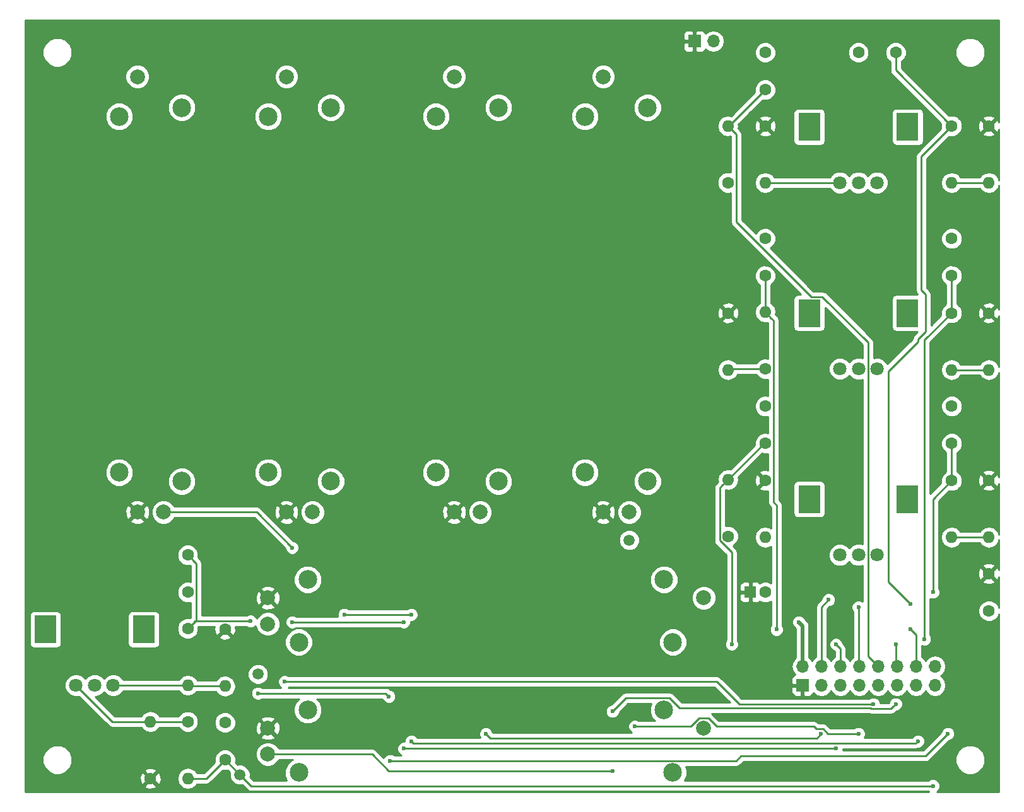
<source format=gbr>
%TF.GenerationSoftware,KiCad,Pcbnew,4.0.6+dfsg1-1*%
%TF.CreationDate,2017-11-25T00:29:13-07:00*%
%TF.ProjectId,colordance_mini,636F6C6F7264616E63655F6D696E692E,rev?*%
%TF.FileFunction,Copper,L1,Top,Signal*%
%FSLAX46Y46*%
G04 Gerber Fmt 4.6, Leading zero omitted, Abs format (unit mm)*
G04 Created by KiCad (PCBNEW 4.0.6+dfsg1-1) date Sat Nov 25 00:29:13 2017*
%MOMM*%
%LPD*%
G01*
G04 APERTURE LIST*
%ADD10C,0.100000*%
%ADD11R,1.700000X1.700000*%
%ADD12O,1.700000X1.700000*%
%ADD13C,2.000000*%
%ADD14C,2.500000*%
%ADD15C,1.600000*%
%ADD16O,1.600000X1.600000*%
%ADD17R,3.000000X3.700000*%
%ADD18C,1.800000*%
%ADD19R,1.600000X1.600000*%
%ADD20C,1.500000*%
%ADD21C,0.600000*%
%ADD22C,0.250000*%
%ADD23C,0.500000*%
%ADD24C,0.254000*%
G04 APERTURE END LIST*
D10*
D11*
X162500000Y-107500000D03*
D12*
X162500000Y-104960000D03*
X165040000Y-107500000D03*
X165040000Y-104960000D03*
X167580000Y-107500000D03*
X167580000Y-104960000D03*
X170120000Y-107500000D03*
X170120000Y-104960000D03*
X172660000Y-107500000D03*
X172660000Y-104960000D03*
X175200000Y-107500000D03*
X175200000Y-104960000D03*
X177740000Y-107500000D03*
X177740000Y-104960000D03*
X180280000Y-107500000D03*
X180280000Y-104960000D03*
D13*
X149250000Y-113250000D03*
X90750000Y-116750000D03*
D14*
X143900000Y-110800000D03*
X96100000Y-110800000D03*
X145100000Y-119200000D03*
X94900000Y-119200000D03*
D13*
X90750000Y-113250000D03*
X149250000Y-95750000D03*
X90750000Y-99250000D03*
D14*
X143900000Y-93300000D03*
X96100000Y-93300000D03*
X145100000Y-101700000D03*
X94900000Y-101700000D03*
D13*
X90750000Y-95750000D03*
X93250000Y-25750000D03*
X96750000Y-84250000D03*
D14*
X90800000Y-31100000D03*
X90800000Y-78900000D03*
X99200000Y-29900000D03*
X99200000Y-80100000D03*
D13*
X93250000Y-84250000D03*
D15*
X85000000Y-117500000D03*
X85000000Y-112500000D03*
X157500000Y-27500000D03*
X157500000Y-22500000D03*
X80000000Y-90000000D03*
X80000000Y-95000000D03*
X175000000Y-22500000D03*
X170000000Y-22500000D03*
X157500000Y-52500000D03*
X157500000Y-47500000D03*
X157500000Y-75000000D03*
X157500000Y-70000000D03*
X182500000Y-52500000D03*
X182500000Y-47500000D03*
X182500000Y-75000000D03*
X182500000Y-70000000D03*
X80000000Y-112380000D03*
D16*
X80000000Y-120000000D03*
D15*
X152500000Y-40000000D03*
D16*
X152500000Y-32380000D03*
D15*
X75000000Y-120000000D03*
D16*
X75000000Y-112380000D03*
D15*
X157500000Y-32380000D03*
D16*
X157500000Y-40000000D03*
D15*
X85000000Y-100000000D03*
D16*
X85000000Y-107620000D03*
D15*
X187500000Y-32380000D03*
D16*
X187500000Y-40000000D03*
D15*
X80000000Y-99880000D03*
D16*
X80000000Y-107500000D03*
D15*
X182500000Y-32380000D03*
D16*
X182500000Y-40000000D03*
D15*
X157500000Y-65000000D03*
D16*
X157500000Y-57380000D03*
D15*
X152500000Y-87500000D03*
D16*
X152500000Y-79880000D03*
D15*
X152500000Y-57500000D03*
D16*
X152500000Y-65120000D03*
D15*
X157500000Y-80000000D03*
D16*
X157500000Y-87620000D03*
D15*
X187500000Y-57500000D03*
D16*
X187500000Y-65120000D03*
D15*
X187500000Y-80000000D03*
D16*
X187500000Y-87620000D03*
D15*
X182500000Y-57500000D03*
D16*
X182500000Y-65120000D03*
D15*
X182500000Y-80000000D03*
D16*
X182500000Y-87620000D03*
D13*
X115750000Y-25750000D03*
X119250000Y-84250000D03*
D14*
X113300000Y-31100000D03*
X113300000Y-78900000D03*
X121700000Y-29900000D03*
X121700000Y-80100000D03*
D13*
X115750000Y-84250000D03*
X73250000Y-25750000D03*
X76750000Y-84250000D03*
D14*
X70800000Y-31100000D03*
X70800000Y-78900000D03*
X79200000Y-29900000D03*
X79200000Y-80100000D03*
D13*
X73250000Y-84250000D03*
X135750000Y-25750000D03*
X139250000Y-84250000D03*
D14*
X133300000Y-31100000D03*
X133300000Y-78900000D03*
X141700000Y-29900000D03*
X141700000Y-80100000D03*
D13*
X135750000Y-84250000D03*
D17*
X60900000Y-100000000D03*
X74100000Y-100000000D03*
D18*
X67500000Y-107500000D03*
X65000000Y-107500000D03*
X70000000Y-107500000D03*
D17*
X163400000Y-32500000D03*
X176600000Y-32500000D03*
D18*
X170000000Y-40000000D03*
X167500000Y-40000000D03*
X172500000Y-40000000D03*
D17*
X163400000Y-57500000D03*
X176600000Y-57500000D03*
D18*
X170000000Y-65000000D03*
X167500000Y-65000000D03*
X172500000Y-65000000D03*
D17*
X163400000Y-82500000D03*
X176600000Y-82500000D03*
D18*
X170000000Y-90000000D03*
X167500000Y-90000000D03*
X172500000Y-90000000D03*
D15*
X187500000Y-92500000D03*
X187500000Y-97500000D03*
D19*
X155500000Y-95000000D03*
D15*
X157500000Y-95000000D03*
D11*
X148000000Y-21000000D03*
D12*
X150540000Y-21000000D03*
D20*
X87000000Y-119500000D03*
D21*
X180000000Y-121000000D03*
X162000000Y-99000000D03*
X159000000Y-100000000D03*
X177000000Y-100000000D03*
D20*
X89424999Y-106000000D03*
D21*
X182000000Y-114000000D03*
X107163997Y-117624999D03*
X107000000Y-109000000D03*
X89424999Y-108575001D03*
X88413997Y-98874999D03*
X175000000Y-102000000D03*
X178875011Y-101284989D03*
X153000000Y-102000000D03*
X167000000Y-102000000D03*
X177000000Y-96574999D03*
X170000000Y-97000000D03*
X180000000Y-95000000D03*
X166000000Y-96000000D03*
X172000000Y-110000000D03*
X93000000Y-107000000D03*
X120000000Y-114000000D03*
X165000000Y-114000000D03*
X175000000Y-110000000D03*
X137000000Y-111000000D03*
X137000000Y-119000000D03*
D20*
X139250000Y-88000000D03*
D21*
X140000000Y-113000000D03*
X170000000Y-114000000D03*
X101000000Y-98000000D03*
X110000000Y-98000000D03*
X178000000Y-115000000D03*
X110000000Y-115000000D03*
X167000000Y-116000000D03*
X109000000Y-116000000D03*
X109000000Y-99000000D03*
X94000000Y-99000000D03*
X94000000Y-89000000D03*
D22*
X87000000Y-119500000D02*
X88500000Y-121000000D01*
X85000000Y-117500000D02*
X87000000Y-119500000D01*
X166780000Y-121000000D02*
X180000000Y-121000000D01*
X88500000Y-121000000D02*
X166780000Y-121000000D01*
X80000000Y-120000000D02*
X82500000Y-120000000D01*
X82500000Y-120000000D02*
X85000000Y-117500000D01*
D23*
X162500000Y-104960000D02*
X162500000Y-99500000D01*
X162500000Y-99500000D02*
X162000000Y-99000000D01*
D22*
X177740000Y-104960000D02*
X177740000Y-100740000D01*
X177740000Y-100740000D02*
X177000000Y-100000000D01*
X159000000Y-100000000D02*
X159000000Y-83313002D01*
X159000000Y-83313002D02*
X158625001Y-82938003D01*
X157500000Y-57380000D02*
X157500000Y-52500000D01*
X158625001Y-82938003D02*
X158625001Y-58505001D01*
X158625001Y-58505001D02*
X158299999Y-58179999D01*
X158299999Y-58179999D02*
X157500000Y-57380000D01*
X179000000Y-117000000D02*
X181000000Y-115000000D01*
X154249998Y-117000000D02*
X179000000Y-117000000D01*
X181000000Y-115000000D02*
X182000000Y-114000000D01*
X154249998Y-117000000D02*
X153624999Y-117624999D01*
X89424999Y-108575001D02*
X106575001Y-108575001D01*
X106575001Y-108575001D02*
X107000000Y-109000000D01*
X80000000Y-99880000D02*
X81005001Y-98874999D01*
X81005001Y-98874999D02*
X88413997Y-98874999D01*
X107163997Y-117624999D02*
X153624999Y-117624999D01*
X80000000Y-99880000D02*
X81125001Y-98754999D01*
X81125001Y-98754999D02*
X81125001Y-91125001D01*
X81125001Y-91125001D02*
X80799999Y-90799999D01*
X80799999Y-90799999D02*
X80000000Y-90000000D01*
X175000000Y-102000000D02*
X175000000Y-104760000D01*
X175000000Y-104760000D02*
X175200000Y-104960000D01*
X182500000Y-52500000D02*
X182500000Y-53631370D01*
X182500000Y-53631370D02*
X182500000Y-57500000D01*
X178875011Y-101000000D02*
X178875011Y-101284989D01*
X178875011Y-61124989D02*
X178875011Y-101000000D01*
X182500000Y-57500000D02*
X178875011Y-61124989D01*
X157500000Y-27500000D02*
X152620000Y-32380000D01*
X152620000Y-32380000D02*
X152500000Y-32380000D01*
X152500000Y-32380000D02*
X153625001Y-33505001D01*
X153625001Y-33505001D02*
X153625001Y-45290003D01*
X153625001Y-45290003D02*
X163659997Y-55324999D01*
X163659997Y-55324999D02*
X165160001Y-55324999D01*
X165160001Y-55324999D02*
X171274999Y-61439997D01*
X171274999Y-61439997D02*
X171274999Y-103574999D01*
X171274999Y-103574999D02*
X171810001Y-104110001D01*
X171810001Y-104110001D02*
X172660000Y-104960000D01*
X152500000Y-79880000D02*
X157380000Y-75000000D01*
X157380000Y-75000000D02*
X157500000Y-75000000D01*
X153000000Y-102000000D02*
X153000000Y-89665002D01*
X153000000Y-89665002D02*
X151374999Y-88040001D01*
X151374999Y-88040001D02*
X151374999Y-81005001D01*
X151700001Y-80679999D02*
X152500000Y-79880000D01*
X151374999Y-81005001D02*
X151700001Y-80679999D01*
X167580000Y-104960000D02*
X167580000Y-102580000D01*
X167580000Y-102580000D02*
X167000000Y-102000000D01*
X182500000Y-32380000D02*
X178425001Y-36454999D01*
X178425001Y-36454999D02*
X178425001Y-54425001D01*
X178425001Y-54425001D02*
X179000000Y-55000000D01*
X179000000Y-55000000D02*
X179000000Y-60000000D01*
X178000000Y-61000000D02*
X178000000Y-61313002D01*
X174000000Y-93574999D02*
X177000000Y-96574999D01*
X179000000Y-60000000D02*
X178000000Y-61000000D01*
X178000000Y-61313002D02*
X174000000Y-65313002D01*
X174000000Y-65313002D02*
X174000000Y-93574999D01*
X175000000Y-22500000D02*
X175000000Y-24880000D01*
X175000000Y-24880000D02*
X182500000Y-32380000D01*
X170000000Y-97000000D02*
X170000000Y-104840000D01*
X170000000Y-104840000D02*
X170120000Y-104960000D01*
X182500000Y-80000000D02*
X182500000Y-75000000D01*
X180000000Y-95000000D02*
X180000000Y-82500000D01*
X180000000Y-82500000D02*
X182500000Y-80000000D01*
X165040000Y-104960000D02*
X165040000Y-96960000D01*
X165040000Y-96960000D02*
X166000000Y-96000000D01*
X172000000Y-110000000D02*
X154000000Y-110000000D01*
X151000000Y-107000000D02*
X93000000Y-107000000D01*
X154000000Y-110000000D02*
X151000000Y-107000000D01*
X120000000Y-114000000D02*
X120575001Y-114575001D01*
X120575001Y-114575001D02*
X164424999Y-114575001D01*
X164424999Y-114575001D02*
X165000000Y-114000000D01*
X171699999Y-110625001D02*
X174374999Y-110625001D01*
X171643996Y-110568998D02*
X171699999Y-110625001D01*
X146000000Y-110568998D02*
X171643996Y-110568998D01*
X174700001Y-110299999D02*
X175000000Y-110000000D01*
X174374999Y-110625001D02*
X174700001Y-110299999D01*
X144656001Y-109224999D02*
X146000000Y-110568998D01*
X138775001Y-109224999D02*
X144656001Y-109224999D01*
X137000000Y-111000000D02*
X138775001Y-109224999D01*
X104750000Y-116750000D02*
X107000000Y-119000000D01*
X107000000Y-119000000D02*
X137000000Y-119000000D01*
X90750000Y-116750000D02*
X104750000Y-116750000D01*
X140000000Y-113000000D02*
X147538998Y-113000000D01*
X149886001Y-111924999D02*
X148613999Y-111924999D01*
X147538998Y-113000000D02*
X148613999Y-111924999D01*
X164000000Y-113000000D02*
X150961002Y-113000000D01*
X150961002Y-113000000D02*
X149886001Y-111924999D01*
X164374999Y-113374999D02*
X164000000Y-113000000D01*
X170000000Y-114000000D02*
X165925002Y-114000000D01*
X165925002Y-114000000D02*
X165300001Y-113374999D01*
X165300001Y-113374999D02*
X164374999Y-113374999D01*
X75000000Y-112380000D02*
X80000000Y-112380000D01*
X65000000Y-107500000D02*
X69880000Y-112380000D01*
X69880000Y-112380000D02*
X75000000Y-112380000D01*
X157500000Y-40000000D02*
X167500000Y-40000000D01*
X85000000Y-107620000D02*
X80120000Y-107620000D01*
X80120000Y-107620000D02*
X80000000Y-107500000D01*
X70000000Y-107500000D02*
X80000000Y-107500000D01*
X187500000Y-40000000D02*
X182500000Y-40000000D01*
X157500000Y-65000000D02*
X152620000Y-65000000D01*
X152620000Y-65000000D02*
X152500000Y-65120000D01*
X152620000Y-87620000D02*
X152500000Y-87500000D01*
X182500000Y-65120000D02*
X187500000Y-65120000D01*
X182500000Y-87620000D02*
X187500000Y-87620000D01*
X101000000Y-98000000D02*
X110000000Y-98000000D01*
X177700001Y-115299999D02*
X178000000Y-115000000D01*
X110299999Y-115299999D02*
X177700001Y-115299999D01*
X110000000Y-115000000D02*
X110299999Y-115299999D01*
X109000000Y-116000000D02*
X167000000Y-116000000D01*
X94000000Y-99000000D02*
X109000000Y-99000000D01*
X89250000Y-84250000D02*
X94000000Y-89000000D01*
X76750000Y-84250000D02*
X89250000Y-84250000D01*
D24*
G36*
X188873000Y-31913614D02*
X188753864Y-31625995D01*
X188507745Y-31551861D01*
X187679605Y-32380000D01*
X188507745Y-33208139D01*
X188753864Y-33134005D01*
X188873000Y-32802556D01*
X188873000Y-39660192D01*
X188825767Y-39422736D01*
X188514698Y-38957189D01*
X188049151Y-38646120D01*
X187500000Y-38536887D01*
X186950849Y-38646120D01*
X186485302Y-38957189D01*
X186296333Y-39240000D01*
X183703667Y-39240000D01*
X183514698Y-38957189D01*
X183049151Y-38646120D01*
X182500000Y-38536887D01*
X181950849Y-38646120D01*
X181485302Y-38957189D01*
X181174233Y-39422736D01*
X181065000Y-39971887D01*
X181065000Y-40028113D01*
X181174233Y-40577264D01*
X181485302Y-41042811D01*
X181950849Y-41353880D01*
X182500000Y-41463113D01*
X183049151Y-41353880D01*
X183514698Y-41042811D01*
X183703667Y-40760000D01*
X186296333Y-40760000D01*
X186485302Y-41042811D01*
X186950849Y-41353880D01*
X187500000Y-41463113D01*
X188049151Y-41353880D01*
X188514698Y-41042811D01*
X188825767Y-40577264D01*
X188873000Y-40339808D01*
X188873000Y-57033614D01*
X188753864Y-56745995D01*
X188507745Y-56671861D01*
X187679605Y-57500000D01*
X188507745Y-58328139D01*
X188753864Y-58254005D01*
X188873000Y-57922556D01*
X188873000Y-64780192D01*
X188825767Y-64542736D01*
X188514698Y-64077189D01*
X188049151Y-63766120D01*
X187500000Y-63656887D01*
X186950849Y-63766120D01*
X186485302Y-64077189D01*
X186296333Y-64360000D01*
X183703667Y-64360000D01*
X183514698Y-64077189D01*
X183049151Y-63766120D01*
X182500000Y-63656887D01*
X181950849Y-63766120D01*
X181485302Y-64077189D01*
X181174233Y-64542736D01*
X181065000Y-65091887D01*
X181065000Y-65148113D01*
X181174233Y-65697264D01*
X181485302Y-66162811D01*
X181950849Y-66473880D01*
X182500000Y-66583113D01*
X183049151Y-66473880D01*
X183514698Y-66162811D01*
X183703667Y-65880000D01*
X186296333Y-65880000D01*
X186485302Y-66162811D01*
X186950849Y-66473880D01*
X187500000Y-66583113D01*
X188049151Y-66473880D01*
X188514698Y-66162811D01*
X188825767Y-65697264D01*
X188873000Y-65459808D01*
X188873000Y-79533614D01*
X188753864Y-79245995D01*
X188507745Y-79171861D01*
X187679605Y-80000000D01*
X188507745Y-80828139D01*
X188753864Y-80754005D01*
X188873000Y-80422556D01*
X188873000Y-87280192D01*
X188825767Y-87042736D01*
X188514698Y-86577189D01*
X188049151Y-86266120D01*
X187500000Y-86156887D01*
X186950849Y-86266120D01*
X186485302Y-86577189D01*
X186296333Y-86860000D01*
X183703667Y-86860000D01*
X183514698Y-86577189D01*
X183049151Y-86266120D01*
X182500000Y-86156887D01*
X181950849Y-86266120D01*
X181485302Y-86577189D01*
X181174233Y-87042736D01*
X181065000Y-87591887D01*
X181065000Y-87648113D01*
X181174233Y-88197264D01*
X181485302Y-88662811D01*
X181950849Y-88973880D01*
X182500000Y-89083113D01*
X183049151Y-88973880D01*
X183514698Y-88662811D01*
X183703667Y-88380000D01*
X186296333Y-88380000D01*
X186485302Y-88662811D01*
X186950849Y-88973880D01*
X187500000Y-89083113D01*
X188049151Y-88973880D01*
X188514698Y-88662811D01*
X188825767Y-88197264D01*
X188873000Y-87959808D01*
X188873000Y-92033614D01*
X188753864Y-91745995D01*
X188507745Y-91671861D01*
X187679605Y-92500000D01*
X188507745Y-93328139D01*
X188753864Y-93254005D01*
X188873000Y-92922556D01*
X188873000Y-97065161D01*
X188717243Y-96688200D01*
X188313923Y-96284176D01*
X187786691Y-96065250D01*
X187215813Y-96064752D01*
X186688200Y-96282757D01*
X186284176Y-96686077D01*
X186065250Y-97213309D01*
X186064752Y-97784187D01*
X186282757Y-98311800D01*
X186686077Y-98715824D01*
X187213309Y-98934750D01*
X187784187Y-98935248D01*
X188311800Y-98717243D01*
X188715824Y-98313923D01*
X188873000Y-97935401D01*
X188873000Y-121790000D01*
X180532065Y-121790000D01*
X180792192Y-121530327D01*
X180934838Y-121186799D01*
X180935162Y-120814833D01*
X180793117Y-120471057D01*
X180530327Y-120207808D01*
X180186799Y-120065162D01*
X179814833Y-120064838D01*
X179471057Y-120206883D01*
X179437882Y-120240000D01*
X146709202Y-120240000D01*
X146984672Y-119576595D01*
X146985326Y-118826695D01*
X146802821Y-118384999D01*
X153624999Y-118384999D01*
X153915838Y-118327147D01*
X154162400Y-118162400D01*
X154431691Y-117893109D01*
X183014657Y-117893109D01*
X183316218Y-118622943D01*
X183874120Y-119181819D01*
X184603427Y-119484654D01*
X185393109Y-119485343D01*
X186122943Y-119183782D01*
X186681819Y-118625880D01*
X186984654Y-117896573D01*
X186985343Y-117106891D01*
X186683782Y-116377057D01*
X186125880Y-115818181D01*
X185396573Y-115515346D01*
X184606891Y-115514657D01*
X183877057Y-115816218D01*
X183318181Y-116374120D01*
X183015346Y-117103427D01*
X183014657Y-117893109D01*
X154431691Y-117893109D01*
X154564800Y-117760000D01*
X179000000Y-117760000D01*
X179290839Y-117702148D01*
X179537401Y-117537401D01*
X182139680Y-114935122D01*
X182185167Y-114935162D01*
X182528943Y-114793117D01*
X182792192Y-114530327D01*
X182934838Y-114186799D01*
X182935162Y-113814833D01*
X182793117Y-113471057D01*
X182530327Y-113207808D01*
X182186799Y-113065162D01*
X181814833Y-113064838D01*
X181471057Y-113206883D01*
X181207808Y-113469673D01*
X181065162Y-113813201D01*
X181065121Y-113860077D01*
X178685198Y-116240000D01*
X167912747Y-116240000D01*
X167934838Y-116186799D01*
X167934948Y-116059999D01*
X177700001Y-116059999D01*
X177990840Y-116002147D01*
X178091213Y-115935080D01*
X178185167Y-115935162D01*
X178528943Y-115793117D01*
X178792192Y-115530327D01*
X178934838Y-115186799D01*
X178935162Y-114814833D01*
X178793117Y-114471057D01*
X178530327Y-114207808D01*
X178186799Y-114065162D01*
X177814833Y-114064838D01*
X177471057Y-114206883D01*
X177207808Y-114469673D01*
X177178606Y-114539999D01*
X170782503Y-114539999D01*
X170792192Y-114530327D01*
X170934838Y-114186799D01*
X170935162Y-113814833D01*
X170793117Y-113471057D01*
X170530327Y-113207808D01*
X170186799Y-113065162D01*
X169814833Y-113064838D01*
X169471057Y-113206883D01*
X169437882Y-113240000D01*
X166239804Y-113240000D01*
X165837402Y-112837598D01*
X165590840Y-112672851D01*
X165300001Y-112614999D01*
X164689801Y-112614999D01*
X164537401Y-112462599D01*
X164290839Y-112297852D01*
X164000000Y-112240000D01*
X151275804Y-112240000D01*
X150423402Y-111387598D01*
X150335701Y-111328998D01*
X171418454Y-111328998D01*
X171699999Y-111385001D01*
X174374999Y-111385001D01*
X174665838Y-111327149D01*
X174912400Y-111162402D01*
X175139680Y-110935122D01*
X175185167Y-110935162D01*
X175528943Y-110793117D01*
X175792192Y-110530327D01*
X175934838Y-110186799D01*
X175935162Y-109814833D01*
X175793117Y-109471057D01*
X175530327Y-109207808D01*
X175186799Y-109065162D01*
X174814833Y-109064838D01*
X174471057Y-109206883D01*
X174207808Y-109469673D01*
X174065162Y-109813201D01*
X174065121Y-109860077D01*
X174060197Y-109865001D01*
X172935118Y-109865001D01*
X172935162Y-109814833D01*
X172793117Y-109471057D01*
X172530327Y-109207808D01*
X172186799Y-109065162D01*
X171814833Y-109064838D01*
X171471057Y-109206883D01*
X171437882Y-109240000D01*
X154314802Y-109240000D01*
X152860552Y-107785750D01*
X161015000Y-107785750D01*
X161015000Y-108476309D01*
X161111673Y-108709698D01*
X161290301Y-108888327D01*
X161523690Y-108985000D01*
X162214250Y-108985000D01*
X162373000Y-108826250D01*
X162373000Y-107627000D01*
X161173750Y-107627000D01*
X161015000Y-107785750D01*
X152860552Y-107785750D01*
X151537401Y-106462599D01*
X151290839Y-106297852D01*
X151000000Y-106240000D01*
X93562463Y-106240000D01*
X93530327Y-106207808D01*
X93186799Y-106065162D01*
X92814833Y-106064838D01*
X92471057Y-106206883D01*
X92207808Y-106469673D01*
X92065162Y-106813201D01*
X92064838Y-107185167D01*
X92206883Y-107528943D01*
X92469673Y-107792192D01*
X92524603Y-107815001D01*
X89987462Y-107815001D01*
X89955326Y-107782809D01*
X89611798Y-107640163D01*
X89239832Y-107639839D01*
X88896056Y-107781884D01*
X88632807Y-108044674D01*
X88490161Y-108388202D01*
X88489837Y-108760168D01*
X88631882Y-109103944D01*
X88894672Y-109367193D01*
X89238200Y-109509839D01*
X89610166Y-109510163D01*
X89953942Y-109368118D01*
X89987117Y-109335001D01*
X94899436Y-109335001D01*
X94502907Y-109730839D01*
X94215328Y-110423405D01*
X94214674Y-111173305D01*
X94501043Y-111866372D01*
X95030839Y-112397093D01*
X95723405Y-112684672D01*
X96473305Y-112685326D01*
X97166372Y-112398957D01*
X97697093Y-111869161D01*
X97984672Y-111176595D01*
X97985326Y-110426695D01*
X97698957Y-109733628D01*
X97301025Y-109335001D01*
X106126748Y-109335001D01*
X106206883Y-109528943D01*
X106469673Y-109792192D01*
X106813201Y-109934838D01*
X107185167Y-109935162D01*
X107528943Y-109793117D01*
X107792192Y-109530327D01*
X107934838Y-109186799D01*
X107935162Y-108814833D01*
X107793117Y-108471057D01*
X107530327Y-108207808D01*
X107186799Y-108065162D01*
X107139923Y-108065121D01*
X107112402Y-108037600D01*
X106865840Y-107872853D01*
X106575001Y-107815001D01*
X93475980Y-107815001D01*
X93528943Y-107793117D01*
X93562118Y-107760000D01*
X150685198Y-107760000D01*
X152734196Y-109808998D01*
X146314802Y-109808998D01*
X145193402Y-108687598D01*
X144946840Y-108522851D01*
X144656001Y-108464999D01*
X138775001Y-108464999D01*
X138484162Y-108522851D01*
X138237600Y-108687598D01*
X136860320Y-110064878D01*
X136814833Y-110064838D01*
X136471057Y-110206883D01*
X136207808Y-110469673D01*
X136065162Y-110813201D01*
X136064838Y-111185167D01*
X136206883Y-111528943D01*
X136469673Y-111792192D01*
X136813201Y-111934838D01*
X137185167Y-111935162D01*
X137528943Y-111793117D01*
X137792192Y-111530327D01*
X137934838Y-111186799D01*
X137934879Y-111139923D01*
X139089803Y-109984999D01*
X142197370Y-109984999D01*
X142015328Y-110423405D01*
X142014674Y-111173305D01*
X142301043Y-111866372D01*
X142674020Y-112240000D01*
X140562463Y-112240000D01*
X140530327Y-112207808D01*
X140186799Y-112065162D01*
X139814833Y-112064838D01*
X139471057Y-112206883D01*
X139207808Y-112469673D01*
X139065162Y-112813201D01*
X139064838Y-113185167D01*
X139206883Y-113528943D01*
X139469673Y-113792192D01*
X139524603Y-113815001D01*
X120935162Y-113815001D01*
X120935162Y-113814833D01*
X120793117Y-113471057D01*
X120530327Y-113207808D01*
X120186799Y-113065162D01*
X119814833Y-113064838D01*
X119471057Y-113206883D01*
X119207808Y-113469673D01*
X119065162Y-113813201D01*
X119064838Y-114185167D01*
X119206883Y-114528943D01*
X119217920Y-114539999D01*
X110821603Y-114539999D01*
X110793117Y-114471057D01*
X110530327Y-114207808D01*
X110186799Y-114065162D01*
X109814833Y-114064838D01*
X109471057Y-114206883D01*
X109207808Y-114469673D01*
X109065162Y-114813201D01*
X109064943Y-115065056D01*
X108814833Y-115064838D01*
X108471057Y-115206883D01*
X108207808Y-115469673D01*
X108065162Y-115813201D01*
X108064838Y-116185167D01*
X108206883Y-116528943D01*
X108469673Y-116792192D01*
X108645011Y-116864999D01*
X107726460Y-116864999D01*
X107694324Y-116832807D01*
X107350796Y-116690161D01*
X106978830Y-116689837D01*
X106635054Y-116831882D01*
X106371805Y-117094672D01*
X106312440Y-117237638D01*
X105287401Y-116212599D01*
X105040839Y-116047852D01*
X104750000Y-115990000D01*
X92205047Y-115990000D01*
X92136894Y-115825057D01*
X91677363Y-115364722D01*
X91076648Y-115115284D01*
X90426205Y-115114716D01*
X89825057Y-115363106D01*
X89364722Y-115822637D01*
X89115284Y-116423352D01*
X89114716Y-117073795D01*
X89363106Y-117674943D01*
X89822637Y-118135278D01*
X90423352Y-118384716D01*
X91073795Y-118385284D01*
X91674943Y-118136894D01*
X92135278Y-117677363D01*
X92204773Y-117510000D01*
X94053969Y-117510000D01*
X93833628Y-117601043D01*
X93302907Y-118130839D01*
X93015328Y-118823405D01*
X93014674Y-119573305D01*
X93290146Y-120240000D01*
X88814802Y-120240000D01*
X88375002Y-119800200D01*
X88384759Y-119776702D01*
X88385240Y-119225715D01*
X88174831Y-118716485D01*
X87785564Y-118326539D01*
X87276702Y-118115241D01*
X86725715Y-118114760D01*
X86700132Y-118125330D01*
X86413256Y-117838454D01*
X86434750Y-117786691D01*
X86435248Y-117215813D01*
X86217243Y-116688200D01*
X85813923Y-116284176D01*
X85286691Y-116065250D01*
X84715813Y-116064752D01*
X84188200Y-116282757D01*
X83784176Y-116686077D01*
X83565250Y-117213309D01*
X83564752Y-117784187D01*
X83587049Y-117838149D01*
X82185198Y-119240000D01*
X81203667Y-119240000D01*
X81014698Y-118957189D01*
X80549151Y-118646120D01*
X80000000Y-118536887D01*
X79450849Y-118646120D01*
X78985302Y-118957189D01*
X78674233Y-119422736D01*
X78565000Y-119971887D01*
X78565000Y-120028113D01*
X78674233Y-120577264D01*
X78985302Y-121042811D01*
X79450849Y-121353880D01*
X80000000Y-121463113D01*
X80549151Y-121353880D01*
X81014698Y-121042811D01*
X81203667Y-120760000D01*
X82500000Y-120760000D01*
X82790839Y-120702148D01*
X83037401Y-120537401D01*
X84661546Y-118913256D01*
X84713309Y-118934750D01*
X85284187Y-118935248D01*
X85338149Y-118912951D01*
X85624998Y-119199800D01*
X85615241Y-119223298D01*
X85614760Y-119774285D01*
X85825169Y-120283515D01*
X86214436Y-120673461D01*
X86723298Y-120884759D01*
X87274285Y-120885240D01*
X87299868Y-120874670D01*
X87962599Y-121537401D01*
X88209160Y-121702148D01*
X88500000Y-121760000D01*
X179437537Y-121760000D01*
X179467485Y-121790000D01*
X58210000Y-121790000D01*
X58210000Y-121007745D01*
X74171861Y-121007745D01*
X74245995Y-121253864D01*
X74783223Y-121446965D01*
X75353454Y-121419778D01*
X75754005Y-121253864D01*
X75828139Y-121007745D01*
X75000000Y-120179605D01*
X74171861Y-121007745D01*
X58210000Y-121007745D01*
X58210000Y-119783223D01*
X73553035Y-119783223D01*
X73580222Y-120353454D01*
X73746136Y-120754005D01*
X73992255Y-120828139D01*
X74820395Y-120000000D01*
X75179605Y-120000000D01*
X76007745Y-120828139D01*
X76253864Y-120754005D01*
X76446965Y-120216777D01*
X76419778Y-119646546D01*
X76253864Y-119245995D01*
X76007745Y-119171861D01*
X75179605Y-120000000D01*
X74820395Y-120000000D01*
X73992255Y-119171861D01*
X73746136Y-119245995D01*
X73553035Y-119783223D01*
X58210000Y-119783223D01*
X58210000Y-117893109D01*
X60514657Y-117893109D01*
X60816218Y-118622943D01*
X61374120Y-119181819D01*
X62103427Y-119484654D01*
X62893109Y-119485343D01*
X63622943Y-119183782D01*
X63814804Y-118992255D01*
X74171861Y-118992255D01*
X75000000Y-119820395D01*
X75828139Y-118992255D01*
X75754005Y-118746136D01*
X75216777Y-118553035D01*
X74646546Y-118580222D01*
X74245995Y-118746136D01*
X74171861Y-118992255D01*
X63814804Y-118992255D01*
X64181819Y-118625880D01*
X64484654Y-117896573D01*
X64485343Y-117106891D01*
X64183782Y-116377057D01*
X63625880Y-115818181D01*
X62896573Y-115515346D01*
X62106891Y-115514657D01*
X61377057Y-115816218D01*
X60818181Y-116374120D01*
X60515346Y-117103427D01*
X60514657Y-117893109D01*
X58210000Y-117893109D01*
X58210000Y-114402532D01*
X89777073Y-114402532D01*
X89875736Y-114669387D01*
X90485461Y-114895908D01*
X91135460Y-114871856D01*
X91624264Y-114669387D01*
X91722927Y-114402532D01*
X90750000Y-113429605D01*
X89777073Y-114402532D01*
X58210000Y-114402532D01*
X58210000Y-107803991D01*
X63464735Y-107803991D01*
X63697932Y-108368371D01*
X64129357Y-108800551D01*
X64693330Y-109034733D01*
X65303991Y-109035265D01*
X65414713Y-108989515D01*
X69342599Y-112917401D01*
X69589160Y-113082148D01*
X69880000Y-113140000D01*
X73796333Y-113140000D01*
X73985302Y-113422811D01*
X74450849Y-113733880D01*
X75000000Y-113843113D01*
X75549151Y-113733880D01*
X76014698Y-113422811D01*
X76203667Y-113140000D01*
X78761354Y-113140000D01*
X78782757Y-113191800D01*
X79186077Y-113595824D01*
X79713309Y-113814750D01*
X80284187Y-113815248D01*
X80811800Y-113597243D01*
X81215824Y-113193923D01*
X81385961Y-112784187D01*
X83564752Y-112784187D01*
X83782757Y-113311800D01*
X84186077Y-113715824D01*
X84713309Y-113934750D01*
X85284187Y-113935248D01*
X85811800Y-113717243D01*
X86215824Y-113313923D01*
X86352213Y-112985461D01*
X89104092Y-112985461D01*
X89128144Y-113635460D01*
X89330613Y-114124264D01*
X89597468Y-114222927D01*
X90570395Y-113250000D01*
X90929605Y-113250000D01*
X91902532Y-114222927D01*
X92169387Y-114124264D01*
X92395908Y-113514539D01*
X92371856Y-112864540D01*
X92169387Y-112375736D01*
X91902532Y-112277073D01*
X90929605Y-113250000D01*
X90570395Y-113250000D01*
X89597468Y-112277073D01*
X89330613Y-112375736D01*
X89104092Y-112985461D01*
X86352213Y-112985461D01*
X86434750Y-112786691D01*
X86435248Y-112215813D01*
X86386349Y-112097468D01*
X89777073Y-112097468D01*
X90750000Y-113070395D01*
X91722927Y-112097468D01*
X91624264Y-111830613D01*
X91014539Y-111604092D01*
X90364540Y-111628144D01*
X89875736Y-111830613D01*
X89777073Y-112097468D01*
X86386349Y-112097468D01*
X86217243Y-111688200D01*
X85813923Y-111284176D01*
X85286691Y-111065250D01*
X84715813Y-111064752D01*
X84188200Y-111282757D01*
X83784176Y-111686077D01*
X83565250Y-112213309D01*
X83564752Y-112784187D01*
X81385961Y-112784187D01*
X81434750Y-112666691D01*
X81435248Y-112095813D01*
X81217243Y-111568200D01*
X80813923Y-111164176D01*
X80286691Y-110945250D01*
X79715813Y-110944752D01*
X79188200Y-111162757D01*
X78784176Y-111566077D01*
X78761785Y-111620000D01*
X76203667Y-111620000D01*
X76014698Y-111337189D01*
X75549151Y-111026120D01*
X75000000Y-110916887D01*
X74450849Y-111026120D01*
X73985302Y-111337189D01*
X73796333Y-111620000D01*
X70194802Y-111620000D01*
X67609898Y-109035096D01*
X67803991Y-109035265D01*
X68368371Y-108802068D01*
X68750288Y-108420818D01*
X69129357Y-108800551D01*
X69693330Y-109034733D01*
X70303991Y-109035265D01*
X70868371Y-108802068D01*
X71300551Y-108370643D01*
X71346494Y-108260000D01*
X78796333Y-108260000D01*
X78985302Y-108542811D01*
X79450849Y-108853880D01*
X80000000Y-108963113D01*
X80549151Y-108853880D01*
X81014698Y-108542811D01*
X81123485Y-108380000D01*
X83796333Y-108380000D01*
X83985302Y-108662811D01*
X84450849Y-108973880D01*
X85000000Y-109083113D01*
X85549151Y-108973880D01*
X86014698Y-108662811D01*
X86325767Y-108197264D01*
X86435000Y-107648113D01*
X86435000Y-107591887D01*
X86325767Y-107042736D01*
X86014698Y-106577189D01*
X85561371Y-106274285D01*
X88039759Y-106274285D01*
X88250168Y-106783515D01*
X88639435Y-107173461D01*
X89148297Y-107384759D01*
X89699284Y-107385240D01*
X90208514Y-107174831D01*
X90598460Y-106785564D01*
X90809758Y-106276702D01*
X90810239Y-105725715D01*
X90599830Y-105216485D01*
X90210563Y-104826539D01*
X89701701Y-104615241D01*
X89150714Y-104614760D01*
X88641484Y-104825169D01*
X88251538Y-105214436D01*
X88040240Y-105723298D01*
X88039759Y-106274285D01*
X85561371Y-106274285D01*
X85549151Y-106266120D01*
X85000000Y-106156887D01*
X84450849Y-106266120D01*
X83985302Y-106577189D01*
X83796333Y-106860000D01*
X81283848Y-106860000D01*
X81014698Y-106457189D01*
X80549151Y-106146120D01*
X80000000Y-106036887D01*
X79450849Y-106146120D01*
X78985302Y-106457189D01*
X78796333Y-106740000D01*
X71346846Y-106740000D01*
X71302068Y-106631629D01*
X70870643Y-106199449D01*
X70306670Y-105965267D01*
X69696009Y-105964735D01*
X69131629Y-106197932D01*
X68749712Y-106579182D01*
X68370643Y-106199449D01*
X67806670Y-105965267D01*
X67196009Y-105964735D01*
X66631629Y-106197932D01*
X66249712Y-106579182D01*
X65870643Y-106199449D01*
X65306670Y-105965267D01*
X64696009Y-105964735D01*
X64131629Y-106197932D01*
X63699449Y-106629357D01*
X63465267Y-107193330D01*
X63464735Y-107803991D01*
X58210000Y-107803991D01*
X58210000Y-98150000D01*
X58752560Y-98150000D01*
X58752560Y-101850000D01*
X58796838Y-102085317D01*
X58935910Y-102301441D01*
X59148110Y-102446431D01*
X59400000Y-102497440D01*
X62400000Y-102497440D01*
X62635317Y-102453162D01*
X62851441Y-102314090D01*
X62996431Y-102101890D01*
X63047440Y-101850000D01*
X63047440Y-98150000D01*
X71952560Y-98150000D01*
X71952560Y-101850000D01*
X71996838Y-102085317D01*
X72135910Y-102301441D01*
X72348110Y-102446431D01*
X72600000Y-102497440D01*
X75600000Y-102497440D01*
X75835317Y-102453162D01*
X76051441Y-102314090D01*
X76196431Y-102101890D01*
X76202219Y-102073305D01*
X93014674Y-102073305D01*
X93301043Y-102766372D01*
X93830839Y-103297093D01*
X94523405Y-103584672D01*
X95273305Y-103585326D01*
X95966372Y-103298957D01*
X96497093Y-102769161D01*
X96784672Y-102076595D01*
X96784674Y-102073305D01*
X143214674Y-102073305D01*
X143501043Y-102766372D01*
X144030839Y-103297093D01*
X144723405Y-103584672D01*
X145473305Y-103585326D01*
X146166372Y-103298957D01*
X146697093Y-102769161D01*
X146984672Y-102076595D01*
X146985326Y-101326695D01*
X146698957Y-100633628D01*
X146169161Y-100102907D01*
X145476595Y-99815328D01*
X144726695Y-99814674D01*
X144033628Y-100101043D01*
X143502907Y-100630839D01*
X143215328Y-101323405D01*
X143214674Y-102073305D01*
X96784674Y-102073305D01*
X96785326Y-101326695D01*
X96498957Y-100633628D01*
X95969161Y-100102907D01*
X95276595Y-99815328D01*
X94526695Y-99814674D01*
X93833628Y-100101043D01*
X93302907Y-100630839D01*
X93015328Y-101323405D01*
X93014674Y-102073305D01*
X76202219Y-102073305D01*
X76247440Y-101850000D01*
X76247440Y-98150000D01*
X76203162Y-97914683D01*
X76064090Y-97698559D01*
X75851890Y-97553569D01*
X75600000Y-97502560D01*
X72600000Y-97502560D01*
X72364683Y-97546838D01*
X72148559Y-97685910D01*
X72003569Y-97898110D01*
X71952560Y-98150000D01*
X63047440Y-98150000D01*
X63003162Y-97914683D01*
X62864090Y-97698559D01*
X62651890Y-97553569D01*
X62400000Y-97502560D01*
X59400000Y-97502560D01*
X59164683Y-97546838D01*
X58948559Y-97685910D01*
X58803569Y-97898110D01*
X58752560Y-98150000D01*
X58210000Y-98150000D01*
X58210000Y-90284187D01*
X78564752Y-90284187D01*
X78782757Y-90811800D01*
X79186077Y-91215824D01*
X79713309Y-91434750D01*
X80284187Y-91435248D01*
X80338149Y-91412951D01*
X80365001Y-91439803D01*
X80365001Y-93597767D01*
X80286691Y-93565250D01*
X79715813Y-93564752D01*
X79188200Y-93782757D01*
X78784176Y-94186077D01*
X78565250Y-94713309D01*
X78564752Y-95284187D01*
X78782757Y-95811800D01*
X79186077Y-96215824D01*
X79713309Y-96434750D01*
X80284187Y-96435248D01*
X80365001Y-96401856D01*
X80365001Y-98440197D01*
X80338454Y-98466744D01*
X80286691Y-98445250D01*
X79715813Y-98444752D01*
X79188200Y-98662757D01*
X78784176Y-99066077D01*
X78565250Y-99593309D01*
X78564752Y-100164187D01*
X78782757Y-100691800D01*
X79186077Y-101095824D01*
X79713309Y-101314750D01*
X80284187Y-101315248D01*
X80811800Y-101097243D01*
X80901454Y-101007745D01*
X84171861Y-101007745D01*
X84245995Y-101253864D01*
X84783223Y-101446965D01*
X85353454Y-101419778D01*
X85754005Y-101253864D01*
X85828139Y-101007745D01*
X85000000Y-100179605D01*
X84171861Y-101007745D01*
X80901454Y-101007745D01*
X81215824Y-100693923D01*
X81434750Y-100166691D01*
X81435214Y-99634999D01*
X83606313Y-99634999D01*
X83553035Y-99783223D01*
X83580222Y-100353454D01*
X83746136Y-100754005D01*
X83992255Y-100828139D01*
X84820395Y-100000000D01*
X84806253Y-99985858D01*
X84985858Y-99806253D01*
X85000000Y-99820395D01*
X85014143Y-99806253D01*
X85193748Y-99985858D01*
X85179605Y-100000000D01*
X86007745Y-100828139D01*
X86253864Y-100754005D01*
X86446965Y-100216777D01*
X86419778Y-99646546D01*
X86414995Y-99634999D01*
X87851534Y-99634999D01*
X87883670Y-99667191D01*
X88227198Y-99809837D01*
X88599164Y-99810161D01*
X88942940Y-99668116D01*
X89114783Y-99496572D01*
X89114716Y-99573795D01*
X89363106Y-100174943D01*
X89822637Y-100635278D01*
X90423352Y-100884716D01*
X91073795Y-100885284D01*
X91674943Y-100636894D01*
X92135278Y-100177363D01*
X92384716Y-99576648D01*
X92385057Y-99185167D01*
X93064838Y-99185167D01*
X93206883Y-99528943D01*
X93469673Y-99792192D01*
X93813201Y-99934838D01*
X94185167Y-99935162D01*
X94528943Y-99793117D01*
X94562118Y-99760000D01*
X108437537Y-99760000D01*
X108469673Y-99792192D01*
X108813201Y-99934838D01*
X109185167Y-99935162D01*
X109528943Y-99793117D01*
X109792192Y-99530327D01*
X109934838Y-99186799D01*
X109935057Y-98934944D01*
X110185167Y-98935162D01*
X110528943Y-98793117D01*
X110792192Y-98530327D01*
X110934838Y-98186799D01*
X110935162Y-97814833D01*
X110793117Y-97471057D01*
X110530327Y-97207808D01*
X110186799Y-97065162D01*
X109814833Y-97064838D01*
X109471057Y-97206883D01*
X109437882Y-97240000D01*
X101562463Y-97240000D01*
X101530327Y-97207808D01*
X101186799Y-97065162D01*
X100814833Y-97064838D01*
X100471057Y-97206883D01*
X100207808Y-97469673D01*
X100065162Y-97813201D01*
X100064838Y-98185167D01*
X100087494Y-98240000D01*
X94562463Y-98240000D01*
X94530327Y-98207808D01*
X94186799Y-98065162D01*
X93814833Y-98064838D01*
X93471057Y-98206883D01*
X93207808Y-98469673D01*
X93065162Y-98813201D01*
X93064838Y-99185167D01*
X92385057Y-99185167D01*
X92385284Y-98926205D01*
X92136894Y-98325057D01*
X91677363Y-97864722D01*
X91076648Y-97615284D01*
X90426205Y-97614716D01*
X89825057Y-97863106D01*
X89364722Y-98322637D01*
X89280873Y-98524568D01*
X89207114Y-98346056D01*
X88944324Y-98082807D01*
X88600796Y-97940161D01*
X88228830Y-97939837D01*
X87885054Y-98081882D01*
X87851879Y-98114999D01*
X81885001Y-98114999D01*
X81885001Y-96902532D01*
X89777073Y-96902532D01*
X89875736Y-97169387D01*
X90485461Y-97395908D01*
X91135460Y-97371856D01*
X91624264Y-97169387D01*
X91722927Y-96902532D01*
X90750000Y-95929605D01*
X89777073Y-96902532D01*
X81885001Y-96902532D01*
X81885001Y-95485461D01*
X89104092Y-95485461D01*
X89128144Y-96135460D01*
X89330613Y-96624264D01*
X89597468Y-96722927D01*
X90570395Y-95750000D01*
X90929605Y-95750000D01*
X91902532Y-96722927D01*
X92169387Y-96624264D01*
X92373893Y-96073795D01*
X147614716Y-96073795D01*
X147863106Y-96674943D01*
X148322637Y-97135278D01*
X148923352Y-97384716D01*
X149573795Y-97385284D01*
X150174943Y-97136894D01*
X150635278Y-96677363D01*
X150884716Y-96076648D01*
X150885284Y-95426205D01*
X150636894Y-94825057D01*
X150177363Y-94364722D01*
X149576648Y-94115284D01*
X148926205Y-94114716D01*
X148325057Y-94363106D01*
X147864722Y-94822637D01*
X147615284Y-95423352D01*
X147614716Y-96073795D01*
X92373893Y-96073795D01*
X92395908Y-96014539D01*
X92371856Y-95364540D01*
X92169387Y-94875736D01*
X91902532Y-94777073D01*
X90929605Y-95750000D01*
X90570395Y-95750000D01*
X89597468Y-94777073D01*
X89330613Y-94875736D01*
X89104092Y-95485461D01*
X81885001Y-95485461D01*
X81885001Y-94597468D01*
X89777073Y-94597468D01*
X90750000Y-95570395D01*
X91722927Y-94597468D01*
X91624264Y-94330613D01*
X91014539Y-94104092D01*
X90364540Y-94128144D01*
X89875736Y-94330613D01*
X89777073Y-94597468D01*
X81885001Y-94597468D01*
X81885001Y-93673305D01*
X94214674Y-93673305D01*
X94501043Y-94366372D01*
X95030839Y-94897093D01*
X95723405Y-95184672D01*
X96473305Y-95185326D01*
X97166372Y-94898957D01*
X97697093Y-94369161D01*
X97984672Y-93676595D01*
X97984674Y-93673305D01*
X142014674Y-93673305D01*
X142301043Y-94366372D01*
X142830839Y-94897093D01*
X143523405Y-95184672D01*
X144273305Y-95185326D01*
X144966372Y-94898957D01*
X145497093Y-94369161D01*
X145784672Y-93676595D01*
X145785326Y-92926695D01*
X145498957Y-92233628D01*
X144969161Y-91702907D01*
X144276595Y-91415328D01*
X143526695Y-91414674D01*
X142833628Y-91701043D01*
X142302907Y-92230839D01*
X142015328Y-92923405D01*
X142014674Y-93673305D01*
X97984674Y-93673305D01*
X97985326Y-92926695D01*
X97698957Y-92233628D01*
X97169161Y-91702907D01*
X96476595Y-91415328D01*
X95726695Y-91414674D01*
X95033628Y-91701043D01*
X94502907Y-92230839D01*
X94215328Y-92923405D01*
X94214674Y-93673305D01*
X81885001Y-93673305D01*
X81885001Y-91125001D01*
X81827149Y-90834161D01*
X81662402Y-90587600D01*
X81413256Y-90338454D01*
X81434750Y-90286691D01*
X81435248Y-89715813D01*
X81217243Y-89188200D01*
X80813923Y-88784176D01*
X80286691Y-88565250D01*
X79715813Y-88564752D01*
X79188200Y-88782757D01*
X78784176Y-89186077D01*
X78565250Y-89713309D01*
X78564752Y-90284187D01*
X58210000Y-90284187D01*
X58210000Y-85402532D01*
X72277073Y-85402532D01*
X72375736Y-85669387D01*
X72985461Y-85895908D01*
X73635460Y-85871856D01*
X74124264Y-85669387D01*
X74222927Y-85402532D01*
X73250000Y-84429605D01*
X72277073Y-85402532D01*
X58210000Y-85402532D01*
X58210000Y-83985461D01*
X71604092Y-83985461D01*
X71628144Y-84635460D01*
X71830613Y-85124264D01*
X72097468Y-85222927D01*
X73070395Y-84250000D01*
X73429605Y-84250000D01*
X74402532Y-85222927D01*
X74669387Y-85124264D01*
X74873893Y-84573795D01*
X75114716Y-84573795D01*
X75363106Y-85174943D01*
X75822637Y-85635278D01*
X76423352Y-85884716D01*
X77073795Y-85885284D01*
X77674943Y-85636894D01*
X78135278Y-85177363D01*
X78204773Y-85010000D01*
X88935198Y-85010000D01*
X93064878Y-89139680D01*
X93064838Y-89185167D01*
X93206883Y-89528943D01*
X93469673Y-89792192D01*
X93813201Y-89934838D01*
X94185167Y-89935162D01*
X94528943Y-89793117D01*
X94792192Y-89530327D01*
X94934838Y-89186799D01*
X94935162Y-88814833D01*
X94793117Y-88471057D01*
X94596689Y-88274285D01*
X137864760Y-88274285D01*
X138075169Y-88783515D01*
X138464436Y-89173461D01*
X138973298Y-89384759D01*
X139524285Y-89385240D01*
X140033515Y-89174831D01*
X140423461Y-88785564D01*
X140634759Y-88276702D01*
X140635240Y-87725715D01*
X140424831Y-87216485D01*
X140035564Y-86826539D01*
X139526702Y-86615241D01*
X138975715Y-86614760D01*
X138466485Y-86825169D01*
X138076539Y-87214436D01*
X137865241Y-87723298D01*
X137864760Y-88274285D01*
X94596689Y-88274285D01*
X94530327Y-88207808D01*
X94186799Y-88065162D01*
X94139923Y-88065121D01*
X91477334Y-85402532D01*
X92277073Y-85402532D01*
X92375736Y-85669387D01*
X92985461Y-85895908D01*
X93635460Y-85871856D01*
X94124264Y-85669387D01*
X94222927Y-85402532D01*
X93250000Y-84429605D01*
X92277073Y-85402532D01*
X91477334Y-85402532D01*
X90060263Y-83985461D01*
X91604092Y-83985461D01*
X91628144Y-84635460D01*
X91830613Y-85124264D01*
X92097468Y-85222927D01*
X93070395Y-84250000D01*
X93429605Y-84250000D01*
X94402532Y-85222927D01*
X94669387Y-85124264D01*
X94873893Y-84573795D01*
X95114716Y-84573795D01*
X95363106Y-85174943D01*
X95822637Y-85635278D01*
X96423352Y-85884716D01*
X97073795Y-85885284D01*
X97674943Y-85636894D01*
X97909715Y-85402532D01*
X114777073Y-85402532D01*
X114875736Y-85669387D01*
X115485461Y-85895908D01*
X116135460Y-85871856D01*
X116624264Y-85669387D01*
X116722927Y-85402532D01*
X115750000Y-84429605D01*
X114777073Y-85402532D01*
X97909715Y-85402532D01*
X98135278Y-85177363D01*
X98384716Y-84576648D01*
X98385232Y-83985461D01*
X114104092Y-83985461D01*
X114128144Y-84635460D01*
X114330613Y-85124264D01*
X114597468Y-85222927D01*
X115570395Y-84250000D01*
X115929605Y-84250000D01*
X116902532Y-85222927D01*
X117169387Y-85124264D01*
X117373893Y-84573795D01*
X117614716Y-84573795D01*
X117863106Y-85174943D01*
X118322637Y-85635278D01*
X118923352Y-85884716D01*
X119573795Y-85885284D01*
X120174943Y-85636894D01*
X120409715Y-85402532D01*
X134777073Y-85402532D01*
X134875736Y-85669387D01*
X135485461Y-85895908D01*
X136135460Y-85871856D01*
X136624264Y-85669387D01*
X136722927Y-85402532D01*
X135750000Y-84429605D01*
X134777073Y-85402532D01*
X120409715Y-85402532D01*
X120635278Y-85177363D01*
X120884716Y-84576648D01*
X120885232Y-83985461D01*
X134104092Y-83985461D01*
X134128144Y-84635460D01*
X134330613Y-85124264D01*
X134597468Y-85222927D01*
X135570395Y-84250000D01*
X135929605Y-84250000D01*
X136902532Y-85222927D01*
X137169387Y-85124264D01*
X137373893Y-84573795D01*
X137614716Y-84573795D01*
X137863106Y-85174943D01*
X138322637Y-85635278D01*
X138923352Y-85884716D01*
X139573795Y-85885284D01*
X140174943Y-85636894D01*
X140635278Y-85177363D01*
X140884716Y-84576648D01*
X140885284Y-83926205D01*
X140636894Y-83325057D01*
X140177363Y-82864722D01*
X139576648Y-82615284D01*
X138926205Y-82614716D01*
X138325057Y-82863106D01*
X137864722Y-83322637D01*
X137615284Y-83923352D01*
X137614716Y-84573795D01*
X137373893Y-84573795D01*
X137395908Y-84514539D01*
X137371856Y-83864540D01*
X137169387Y-83375736D01*
X136902532Y-83277073D01*
X135929605Y-84250000D01*
X135570395Y-84250000D01*
X134597468Y-83277073D01*
X134330613Y-83375736D01*
X134104092Y-83985461D01*
X120885232Y-83985461D01*
X120885284Y-83926205D01*
X120636894Y-83325057D01*
X120409703Y-83097468D01*
X134777073Y-83097468D01*
X135750000Y-84070395D01*
X136722927Y-83097468D01*
X136624264Y-82830613D01*
X136014539Y-82604092D01*
X135364540Y-82628144D01*
X134875736Y-82830613D01*
X134777073Y-83097468D01*
X120409703Y-83097468D01*
X120177363Y-82864722D01*
X119576648Y-82615284D01*
X118926205Y-82614716D01*
X118325057Y-82863106D01*
X117864722Y-83322637D01*
X117615284Y-83923352D01*
X117614716Y-84573795D01*
X117373893Y-84573795D01*
X117395908Y-84514539D01*
X117371856Y-83864540D01*
X117169387Y-83375736D01*
X116902532Y-83277073D01*
X115929605Y-84250000D01*
X115570395Y-84250000D01*
X114597468Y-83277073D01*
X114330613Y-83375736D01*
X114104092Y-83985461D01*
X98385232Y-83985461D01*
X98385284Y-83926205D01*
X98136894Y-83325057D01*
X97909703Y-83097468D01*
X114777073Y-83097468D01*
X115750000Y-84070395D01*
X116722927Y-83097468D01*
X116624264Y-82830613D01*
X116014539Y-82604092D01*
X115364540Y-82628144D01*
X114875736Y-82830613D01*
X114777073Y-83097468D01*
X97909703Y-83097468D01*
X97677363Y-82864722D01*
X97076648Y-82615284D01*
X96426205Y-82614716D01*
X95825057Y-82863106D01*
X95364722Y-83322637D01*
X95115284Y-83923352D01*
X95114716Y-84573795D01*
X94873893Y-84573795D01*
X94895908Y-84514539D01*
X94871856Y-83864540D01*
X94669387Y-83375736D01*
X94402532Y-83277073D01*
X93429605Y-84250000D01*
X93070395Y-84250000D01*
X92097468Y-83277073D01*
X91830613Y-83375736D01*
X91604092Y-83985461D01*
X90060263Y-83985461D01*
X89787401Y-83712599D01*
X89540839Y-83547852D01*
X89250000Y-83490000D01*
X78205047Y-83490000D01*
X78136894Y-83325057D01*
X77909703Y-83097468D01*
X92277073Y-83097468D01*
X93250000Y-84070395D01*
X94222927Y-83097468D01*
X94124264Y-82830613D01*
X93514539Y-82604092D01*
X92864540Y-82628144D01*
X92375736Y-82830613D01*
X92277073Y-83097468D01*
X77909703Y-83097468D01*
X77677363Y-82864722D01*
X77076648Y-82615284D01*
X76426205Y-82614716D01*
X75825057Y-82863106D01*
X75364722Y-83322637D01*
X75115284Y-83923352D01*
X75114716Y-84573795D01*
X74873893Y-84573795D01*
X74895908Y-84514539D01*
X74871856Y-83864540D01*
X74669387Y-83375736D01*
X74402532Y-83277073D01*
X73429605Y-84250000D01*
X73070395Y-84250000D01*
X72097468Y-83277073D01*
X71830613Y-83375736D01*
X71604092Y-83985461D01*
X58210000Y-83985461D01*
X58210000Y-83097468D01*
X72277073Y-83097468D01*
X73250000Y-84070395D01*
X74222927Y-83097468D01*
X74124264Y-82830613D01*
X73514539Y-82604092D01*
X72864540Y-82628144D01*
X72375736Y-82830613D01*
X72277073Y-83097468D01*
X58210000Y-83097468D01*
X58210000Y-79273305D01*
X68914674Y-79273305D01*
X69201043Y-79966372D01*
X69730839Y-80497093D01*
X70423405Y-80784672D01*
X71173305Y-80785326D01*
X71866372Y-80498957D01*
X71892068Y-80473305D01*
X77314674Y-80473305D01*
X77601043Y-81166372D01*
X78130839Y-81697093D01*
X78823405Y-81984672D01*
X79573305Y-81985326D01*
X80266372Y-81698957D01*
X80797093Y-81169161D01*
X81084672Y-80476595D01*
X81085326Y-79726695D01*
X80897990Y-79273305D01*
X88914674Y-79273305D01*
X89201043Y-79966372D01*
X89730839Y-80497093D01*
X90423405Y-80784672D01*
X91173305Y-80785326D01*
X91866372Y-80498957D01*
X91892068Y-80473305D01*
X97314674Y-80473305D01*
X97601043Y-81166372D01*
X98130839Y-81697093D01*
X98823405Y-81984672D01*
X99573305Y-81985326D01*
X100266372Y-81698957D01*
X100797093Y-81169161D01*
X101084672Y-80476595D01*
X101085326Y-79726695D01*
X100897990Y-79273305D01*
X111414674Y-79273305D01*
X111701043Y-79966372D01*
X112230839Y-80497093D01*
X112923405Y-80784672D01*
X113673305Y-80785326D01*
X114366372Y-80498957D01*
X114392068Y-80473305D01*
X119814674Y-80473305D01*
X120101043Y-81166372D01*
X120630839Y-81697093D01*
X121323405Y-81984672D01*
X122073305Y-81985326D01*
X122766372Y-81698957D01*
X123297093Y-81169161D01*
X123584672Y-80476595D01*
X123585326Y-79726695D01*
X123397990Y-79273305D01*
X131414674Y-79273305D01*
X131701043Y-79966372D01*
X132230839Y-80497093D01*
X132923405Y-80784672D01*
X133673305Y-80785326D01*
X134366372Y-80498957D01*
X134392068Y-80473305D01*
X139814674Y-80473305D01*
X140101043Y-81166372D01*
X140630839Y-81697093D01*
X141323405Y-81984672D01*
X142073305Y-81985326D01*
X142766372Y-81698957D01*
X143297093Y-81169161D01*
X143365258Y-81005001D01*
X150614999Y-81005001D01*
X150614999Y-88040001D01*
X150672851Y-88330840D01*
X150837598Y-88577402D01*
X152240000Y-89979804D01*
X152240000Y-101437537D01*
X152207808Y-101469673D01*
X152065162Y-101813201D01*
X152064838Y-102185167D01*
X152206883Y-102528943D01*
X152469673Y-102792192D01*
X152813201Y-102934838D01*
X153185167Y-102935162D01*
X153528943Y-102793117D01*
X153792192Y-102530327D01*
X153934838Y-102186799D01*
X153935162Y-101814833D01*
X153793117Y-101471057D01*
X153760000Y-101437882D01*
X153760000Y-95285750D01*
X154065000Y-95285750D01*
X154065000Y-95926310D01*
X154161673Y-96159699D01*
X154340302Y-96338327D01*
X154573691Y-96435000D01*
X155214250Y-96435000D01*
X155373000Y-96276250D01*
X155373000Y-95127000D01*
X154223750Y-95127000D01*
X154065000Y-95285750D01*
X153760000Y-95285750D01*
X153760000Y-94073690D01*
X154065000Y-94073690D01*
X154065000Y-94714250D01*
X154223750Y-94873000D01*
X155373000Y-94873000D01*
X155373000Y-93723750D01*
X155214250Y-93565000D01*
X154573691Y-93565000D01*
X154340302Y-93661673D01*
X154161673Y-93840301D01*
X154065000Y-94073690D01*
X153760000Y-94073690D01*
X153760000Y-89665002D01*
X153711746Y-89422416D01*
X153702148Y-89374162D01*
X153537401Y-89127601D01*
X153181063Y-88771263D01*
X153311800Y-88717243D01*
X153715824Y-88313923D01*
X153934750Y-87786691D01*
X153935248Y-87215813D01*
X153717243Y-86688200D01*
X153313923Y-86284176D01*
X152786691Y-86065250D01*
X152215813Y-86064752D01*
X152134999Y-86098144D01*
X152134999Y-81319803D01*
X152176114Y-81278688D01*
X152500000Y-81343113D01*
X153049151Y-81233880D01*
X153514698Y-80922811D01*
X153825767Y-80457264D01*
X153935000Y-79908113D01*
X153935000Y-79851887D01*
X153921343Y-79783223D01*
X156053035Y-79783223D01*
X156080222Y-80353454D01*
X156246136Y-80754005D01*
X156492255Y-80828139D01*
X157320395Y-80000000D01*
X156492255Y-79171861D01*
X156246136Y-79245995D01*
X156053035Y-79783223D01*
X153921343Y-79783223D01*
X153879904Y-79574898D01*
X157076754Y-76378048D01*
X157213309Y-76434750D01*
X157784187Y-76435248D01*
X157865001Y-76401856D01*
X157865001Y-78606313D01*
X157716777Y-78553035D01*
X157146546Y-78580222D01*
X156745995Y-78746136D01*
X156671861Y-78992255D01*
X157500000Y-79820395D01*
X157514143Y-79806253D01*
X157693748Y-79985858D01*
X157679605Y-80000000D01*
X157693748Y-80014143D01*
X157514143Y-80193748D01*
X157500000Y-80179605D01*
X156671861Y-81007745D01*
X156745995Y-81253864D01*
X157283223Y-81446965D01*
X157853454Y-81419778D01*
X157865001Y-81414995D01*
X157865001Y-82938003D01*
X157922853Y-83228842D01*
X158087600Y-83475404D01*
X158240000Y-83627804D01*
X158240000Y-86393641D01*
X158049151Y-86266120D01*
X157500000Y-86156887D01*
X156950849Y-86266120D01*
X156485302Y-86577189D01*
X156174233Y-87042736D01*
X156065000Y-87591887D01*
X156065000Y-87648113D01*
X156174233Y-88197264D01*
X156485302Y-88662811D01*
X156950849Y-88973880D01*
X157500000Y-89083113D01*
X158049151Y-88973880D01*
X158240000Y-88846359D01*
X158240000Y-93753480D01*
X157786691Y-93565250D01*
X157215813Y-93564752D01*
X156753713Y-93755688D01*
X156659698Y-93661673D01*
X156426309Y-93565000D01*
X155785750Y-93565000D01*
X155627000Y-93723750D01*
X155627000Y-94873000D01*
X155647000Y-94873000D01*
X155647000Y-95127000D01*
X155627000Y-95127000D01*
X155627000Y-96276250D01*
X155785750Y-96435000D01*
X156426309Y-96435000D01*
X156659698Y-96338327D01*
X156753998Y-96244027D01*
X157213309Y-96434750D01*
X157784187Y-96435248D01*
X158240000Y-96246910D01*
X158240000Y-99437537D01*
X158207808Y-99469673D01*
X158065162Y-99813201D01*
X158064838Y-100185167D01*
X158206883Y-100528943D01*
X158469673Y-100792192D01*
X158813201Y-100934838D01*
X159185167Y-100935162D01*
X159528943Y-100793117D01*
X159792192Y-100530327D01*
X159934838Y-100186799D01*
X159935162Y-99814833D01*
X159793117Y-99471057D01*
X159760000Y-99437882D01*
X159760000Y-83313002D01*
X159702148Y-83022163D01*
X159537401Y-82775601D01*
X159385001Y-82623201D01*
X159385001Y-80650000D01*
X161252560Y-80650000D01*
X161252560Y-84350000D01*
X161296838Y-84585317D01*
X161435910Y-84801441D01*
X161648110Y-84946431D01*
X161900000Y-84997440D01*
X164900000Y-84997440D01*
X165135317Y-84953162D01*
X165351441Y-84814090D01*
X165496431Y-84601890D01*
X165547440Y-84350000D01*
X165547440Y-80650000D01*
X165503162Y-80414683D01*
X165364090Y-80198559D01*
X165151890Y-80053569D01*
X164900000Y-80002560D01*
X161900000Y-80002560D01*
X161664683Y-80046838D01*
X161448559Y-80185910D01*
X161303569Y-80398110D01*
X161252560Y-80650000D01*
X159385001Y-80650000D01*
X159385001Y-58505001D01*
X159327149Y-58214161D01*
X159162402Y-57967600D01*
X158879904Y-57685102D01*
X158935000Y-57408113D01*
X158935000Y-57351887D01*
X158825767Y-56802736D01*
X158514698Y-56337189D01*
X158260000Y-56167005D01*
X158260000Y-53738646D01*
X158311800Y-53717243D01*
X158715824Y-53313923D01*
X158934750Y-52786691D01*
X158935248Y-52215813D01*
X158717243Y-51688200D01*
X158313923Y-51284176D01*
X157786691Y-51065250D01*
X157215813Y-51064752D01*
X156688200Y-51282757D01*
X156284176Y-51686077D01*
X156065250Y-52213309D01*
X156064752Y-52784187D01*
X156282757Y-53311800D01*
X156686077Y-53715824D01*
X156740000Y-53738215D01*
X156740000Y-56167005D01*
X156485302Y-56337189D01*
X156174233Y-56802736D01*
X156065000Y-57351887D01*
X156065000Y-57408113D01*
X156174233Y-57957264D01*
X156485302Y-58422811D01*
X156950849Y-58733880D01*
X157500000Y-58843113D01*
X157823886Y-58778688D01*
X157865001Y-58819803D01*
X157865001Y-63597767D01*
X157786691Y-63565250D01*
X157215813Y-63564752D01*
X156688200Y-63782757D01*
X156284176Y-64186077D01*
X156261785Y-64240000D01*
X153623485Y-64240000D01*
X153514698Y-64077189D01*
X153049151Y-63766120D01*
X152500000Y-63656887D01*
X151950849Y-63766120D01*
X151485302Y-64077189D01*
X151174233Y-64542736D01*
X151065000Y-65091887D01*
X151065000Y-65148113D01*
X151174233Y-65697264D01*
X151485302Y-66162811D01*
X151950849Y-66473880D01*
X152500000Y-66583113D01*
X153049151Y-66473880D01*
X153514698Y-66162811D01*
X153783848Y-65760000D01*
X156261354Y-65760000D01*
X156282757Y-65811800D01*
X156686077Y-66215824D01*
X157213309Y-66434750D01*
X157784187Y-66435248D01*
X157865001Y-66401856D01*
X157865001Y-68597767D01*
X157786691Y-68565250D01*
X157215813Y-68564752D01*
X156688200Y-68782757D01*
X156284176Y-69186077D01*
X156065250Y-69713309D01*
X156064752Y-70284187D01*
X156282757Y-70811800D01*
X156686077Y-71215824D01*
X157213309Y-71434750D01*
X157784187Y-71435248D01*
X157865001Y-71401856D01*
X157865001Y-73597767D01*
X157786691Y-73565250D01*
X157215813Y-73564752D01*
X156688200Y-73782757D01*
X156284176Y-74186077D01*
X156065250Y-74713309D01*
X156064790Y-75240408D01*
X152823886Y-78481312D01*
X152500000Y-78416887D01*
X151950849Y-78526120D01*
X151485302Y-78837189D01*
X151174233Y-79302736D01*
X151065000Y-79851887D01*
X151065000Y-79908113D01*
X151120096Y-80185102D01*
X150837598Y-80467600D01*
X150672851Y-80714162D01*
X150614999Y-81005001D01*
X143365258Y-81005001D01*
X143584672Y-80476595D01*
X143585326Y-79726695D01*
X143298957Y-79033628D01*
X142769161Y-78502907D01*
X142076595Y-78215328D01*
X141326695Y-78214674D01*
X140633628Y-78501043D01*
X140102907Y-79030839D01*
X139815328Y-79723405D01*
X139814674Y-80473305D01*
X134392068Y-80473305D01*
X134897093Y-79969161D01*
X135184672Y-79276595D01*
X135185326Y-78526695D01*
X134898957Y-77833628D01*
X134369161Y-77302907D01*
X133676595Y-77015328D01*
X132926695Y-77014674D01*
X132233628Y-77301043D01*
X131702907Y-77830839D01*
X131415328Y-78523405D01*
X131414674Y-79273305D01*
X123397990Y-79273305D01*
X123298957Y-79033628D01*
X122769161Y-78502907D01*
X122076595Y-78215328D01*
X121326695Y-78214674D01*
X120633628Y-78501043D01*
X120102907Y-79030839D01*
X119815328Y-79723405D01*
X119814674Y-80473305D01*
X114392068Y-80473305D01*
X114897093Y-79969161D01*
X115184672Y-79276595D01*
X115185326Y-78526695D01*
X114898957Y-77833628D01*
X114369161Y-77302907D01*
X113676595Y-77015328D01*
X112926695Y-77014674D01*
X112233628Y-77301043D01*
X111702907Y-77830839D01*
X111415328Y-78523405D01*
X111414674Y-79273305D01*
X100897990Y-79273305D01*
X100798957Y-79033628D01*
X100269161Y-78502907D01*
X99576595Y-78215328D01*
X98826695Y-78214674D01*
X98133628Y-78501043D01*
X97602907Y-79030839D01*
X97315328Y-79723405D01*
X97314674Y-80473305D01*
X91892068Y-80473305D01*
X92397093Y-79969161D01*
X92684672Y-79276595D01*
X92685326Y-78526695D01*
X92398957Y-77833628D01*
X91869161Y-77302907D01*
X91176595Y-77015328D01*
X90426695Y-77014674D01*
X89733628Y-77301043D01*
X89202907Y-77830839D01*
X88915328Y-78523405D01*
X88914674Y-79273305D01*
X80897990Y-79273305D01*
X80798957Y-79033628D01*
X80269161Y-78502907D01*
X79576595Y-78215328D01*
X78826695Y-78214674D01*
X78133628Y-78501043D01*
X77602907Y-79030839D01*
X77315328Y-79723405D01*
X77314674Y-80473305D01*
X71892068Y-80473305D01*
X72397093Y-79969161D01*
X72684672Y-79276595D01*
X72685326Y-78526695D01*
X72398957Y-77833628D01*
X71869161Y-77302907D01*
X71176595Y-77015328D01*
X70426695Y-77014674D01*
X69733628Y-77301043D01*
X69202907Y-77830839D01*
X68915328Y-78523405D01*
X68914674Y-79273305D01*
X58210000Y-79273305D01*
X58210000Y-58507745D01*
X151671861Y-58507745D01*
X151745995Y-58753864D01*
X152283223Y-58946965D01*
X152853454Y-58919778D01*
X153254005Y-58753864D01*
X153328139Y-58507745D01*
X152500000Y-57679605D01*
X151671861Y-58507745D01*
X58210000Y-58507745D01*
X58210000Y-57283223D01*
X151053035Y-57283223D01*
X151080222Y-57853454D01*
X151246136Y-58254005D01*
X151492255Y-58328139D01*
X152320395Y-57500000D01*
X152679605Y-57500000D01*
X153507745Y-58328139D01*
X153753864Y-58254005D01*
X153946965Y-57716777D01*
X153919778Y-57146546D01*
X153753864Y-56745995D01*
X153507745Y-56671861D01*
X152679605Y-57500000D01*
X152320395Y-57500000D01*
X151492255Y-56671861D01*
X151246136Y-56745995D01*
X151053035Y-57283223D01*
X58210000Y-57283223D01*
X58210000Y-56492255D01*
X151671861Y-56492255D01*
X152500000Y-57320395D01*
X153328139Y-56492255D01*
X153254005Y-56246136D01*
X152716777Y-56053035D01*
X152146546Y-56080222D01*
X151745995Y-56246136D01*
X151671861Y-56492255D01*
X58210000Y-56492255D01*
X58210000Y-40284187D01*
X151064752Y-40284187D01*
X151282757Y-40811800D01*
X151686077Y-41215824D01*
X152213309Y-41434750D01*
X152784187Y-41435248D01*
X152865001Y-41401856D01*
X152865001Y-45290003D01*
X152922853Y-45580842D01*
X153087600Y-45827404D01*
X162262756Y-55002560D01*
X161900000Y-55002560D01*
X161664683Y-55046838D01*
X161448559Y-55185910D01*
X161303569Y-55398110D01*
X161252560Y-55650000D01*
X161252560Y-59350000D01*
X161296838Y-59585317D01*
X161435910Y-59801441D01*
X161648110Y-59946431D01*
X161900000Y-59997440D01*
X164900000Y-59997440D01*
X165135317Y-59953162D01*
X165351441Y-59814090D01*
X165496431Y-59601890D01*
X165547440Y-59350000D01*
X165547440Y-56787240D01*
X170514999Y-61754799D01*
X170514999Y-63551773D01*
X170306670Y-63465267D01*
X169696009Y-63464735D01*
X169131629Y-63697932D01*
X168749712Y-64079182D01*
X168370643Y-63699449D01*
X167806670Y-63465267D01*
X167196009Y-63464735D01*
X166631629Y-63697932D01*
X166199449Y-64129357D01*
X165965267Y-64693330D01*
X165964735Y-65303991D01*
X166197932Y-65868371D01*
X166629357Y-66300551D01*
X167193330Y-66534733D01*
X167803991Y-66535265D01*
X168368371Y-66302068D01*
X168750288Y-65920818D01*
X169129357Y-66300551D01*
X169693330Y-66534733D01*
X170303991Y-66535265D01*
X170514999Y-66448078D01*
X170514999Y-88551773D01*
X170306670Y-88465267D01*
X169696009Y-88464735D01*
X169131629Y-88697932D01*
X168749712Y-89079182D01*
X168370643Y-88699449D01*
X167806670Y-88465267D01*
X167196009Y-88464735D01*
X166631629Y-88697932D01*
X166199449Y-89129357D01*
X165965267Y-89693330D01*
X165964735Y-90303991D01*
X166197932Y-90868371D01*
X166629357Y-91300551D01*
X167193330Y-91534733D01*
X167803991Y-91535265D01*
X168368371Y-91302068D01*
X168750288Y-90920818D01*
X169129357Y-91300551D01*
X169693330Y-91534733D01*
X170303991Y-91535265D01*
X170514999Y-91448078D01*
X170514999Y-96201443D01*
X170186799Y-96065162D01*
X169814833Y-96064838D01*
X169471057Y-96206883D01*
X169207808Y-96469673D01*
X169065162Y-96813201D01*
X169064838Y-97185167D01*
X169206883Y-97528943D01*
X169240000Y-97562118D01*
X169240000Y-103767227D01*
X169069946Y-103880853D01*
X168850000Y-104210026D01*
X168630054Y-103880853D01*
X168340000Y-103687046D01*
X168340000Y-102580000D01*
X168282148Y-102289161D01*
X168117401Y-102042599D01*
X167935122Y-101860320D01*
X167935162Y-101814833D01*
X167793117Y-101471057D01*
X167530327Y-101207808D01*
X167186799Y-101065162D01*
X166814833Y-101064838D01*
X166471057Y-101206883D01*
X166207808Y-101469673D01*
X166065162Y-101813201D01*
X166064838Y-102185167D01*
X166206883Y-102528943D01*
X166469673Y-102792192D01*
X166813201Y-102934838D01*
X166820000Y-102934844D01*
X166820000Y-103687046D01*
X166529946Y-103880853D01*
X166310000Y-104210026D01*
X166090054Y-103880853D01*
X165800000Y-103687046D01*
X165800000Y-97274802D01*
X166139680Y-96935122D01*
X166185167Y-96935162D01*
X166528943Y-96793117D01*
X166792192Y-96530327D01*
X166934838Y-96186799D01*
X166935162Y-95814833D01*
X166793117Y-95471057D01*
X166530327Y-95207808D01*
X166186799Y-95065162D01*
X165814833Y-95064838D01*
X165471057Y-95206883D01*
X165207808Y-95469673D01*
X165065162Y-95813201D01*
X165065121Y-95860077D01*
X164502599Y-96422599D01*
X164337852Y-96669161D01*
X164280000Y-96960000D01*
X164280000Y-103687046D01*
X163989946Y-103880853D01*
X163770000Y-104210026D01*
X163550054Y-103880853D01*
X163385000Y-103770568D01*
X163385000Y-99500005D01*
X163385001Y-99500000D01*
X163317633Y-99161326D01*
X163317633Y-99161325D01*
X163125790Y-98874210D01*
X163125787Y-98874208D01*
X162842744Y-98591165D01*
X162793117Y-98471057D01*
X162530327Y-98207808D01*
X162186799Y-98065162D01*
X161814833Y-98064838D01*
X161471057Y-98206883D01*
X161207808Y-98469673D01*
X161065162Y-98813201D01*
X161064838Y-99185167D01*
X161206883Y-99528943D01*
X161469673Y-99792192D01*
X161590986Y-99842566D01*
X161615000Y-99866580D01*
X161615000Y-103770568D01*
X161449946Y-103880853D01*
X161128039Y-104362622D01*
X161015000Y-104930907D01*
X161015000Y-104989093D01*
X161128039Y-105557378D01*
X161449946Y-106039147D01*
X161455858Y-106043097D01*
X161290301Y-106111673D01*
X161111673Y-106290302D01*
X161015000Y-106523691D01*
X161015000Y-107214250D01*
X161173750Y-107373000D01*
X162373000Y-107373000D01*
X162373000Y-107353000D01*
X162627000Y-107353000D01*
X162627000Y-107373000D01*
X162647000Y-107373000D01*
X162647000Y-107627000D01*
X162627000Y-107627000D01*
X162627000Y-108826250D01*
X162785750Y-108985000D01*
X163476310Y-108985000D01*
X163709699Y-108888327D01*
X163888327Y-108709698D01*
X163960597Y-108535223D01*
X163989946Y-108579147D01*
X164471715Y-108901054D01*
X165040000Y-109014093D01*
X165608285Y-108901054D01*
X166090054Y-108579147D01*
X166310000Y-108249974D01*
X166529946Y-108579147D01*
X167011715Y-108901054D01*
X167580000Y-109014093D01*
X168148285Y-108901054D01*
X168630054Y-108579147D01*
X168850000Y-108249974D01*
X169069946Y-108579147D01*
X169551715Y-108901054D01*
X170120000Y-109014093D01*
X170688285Y-108901054D01*
X171170054Y-108579147D01*
X171390000Y-108249974D01*
X171609946Y-108579147D01*
X172091715Y-108901054D01*
X172660000Y-109014093D01*
X173228285Y-108901054D01*
X173710054Y-108579147D01*
X173930000Y-108249974D01*
X174149946Y-108579147D01*
X174631715Y-108901054D01*
X175200000Y-109014093D01*
X175768285Y-108901054D01*
X176250054Y-108579147D01*
X176470000Y-108249974D01*
X176689946Y-108579147D01*
X177171715Y-108901054D01*
X177740000Y-109014093D01*
X178308285Y-108901054D01*
X178790054Y-108579147D01*
X179010000Y-108249974D01*
X179229946Y-108579147D01*
X179711715Y-108901054D01*
X180280000Y-109014093D01*
X180848285Y-108901054D01*
X181330054Y-108579147D01*
X181651961Y-108097378D01*
X181765000Y-107529093D01*
X181765000Y-107470907D01*
X181651961Y-106902622D01*
X181330054Y-106420853D01*
X181044422Y-106230000D01*
X181330054Y-106039147D01*
X181651961Y-105557378D01*
X181765000Y-104989093D01*
X181765000Y-104930907D01*
X181651961Y-104362622D01*
X181330054Y-103880853D01*
X180848285Y-103558946D01*
X180280000Y-103445907D01*
X179711715Y-103558946D01*
X179229946Y-103880853D01*
X179010000Y-104210026D01*
X178790054Y-103880853D01*
X178500000Y-103687046D01*
X178500000Y-102141674D01*
X178688212Y-102219827D01*
X179060178Y-102220151D01*
X179403954Y-102078106D01*
X179667203Y-101815316D01*
X179809849Y-101471788D01*
X179810173Y-101099822D01*
X179668128Y-100756046D01*
X179635011Y-100722871D01*
X179635011Y-95860847D01*
X179813201Y-95934838D01*
X180185167Y-95935162D01*
X180528943Y-95793117D01*
X180792192Y-95530327D01*
X180934838Y-95186799D01*
X180935162Y-94814833D01*
X180793117Y-94471057D01*
X180760000Y-94437882D01*
X180760000Y-93507745D01*
X186671861Y-93507745D01*
X186745995Y-93753864D01*
X187283223Y-93946965D01*
X187853454Y-93919778D01*
X188254005Y-93753864D01*
X188328139Y-93507745D01*
X187500000Y-92679605D01*
X186671861Y-93507745D01*
X180760000Y-93507745D01*
X180760000Y-92283223D01*
X186053035Y-92283223D01*
X186080222Y-92853454D01*
X186246136Y-93254005D01*
X186492255Y-93328139D01*
X187320395Y-92500000D01*
X186492255Y-91671861D01*
X186246136Y-91745995D01*
X186053035Y-92283223D01*
X180760000Y-92283223D01*
X180760000Y-91492255D01*
X186671861Y-91492255D01*
X187500000Y-92320395D01*
X188328139Y-91492255D01*
X188254005Y-91246136D01*
X187716777Y-91053035D01*
X187146546Y-91080222D01*
X186745995Y-91246136D01*
X186671861Y-91492255D01*
X180760000Y-91492255D01*
X180760000Y-82814802D01*
X182161546Y-81413256D01*
X182213309Y-81434750D01*
X182784187Y-81435248D01*
X183311800Y-81217243D01*
X183521663Y-81007745D01*
X186671861Y-81007745D01*
X186745995Y-81253864D01*
X187283223Y-81446965D01*
X187853454Y-81419778D01*
X188254005Y-81253864D01*
X188328139Y-81007745D01*
X187500000Y-80179605D01*
X186671861Y-81007745D01*
X183521663Y-81007745D01*
X183715824Y-80813923D01*
X183934750Y-80286691D01*
X183935189Y-79783223D01*
X186053035Y-79783223D01*
X186080222Y-80353454D01*
X186246136Y-80754005D01*
X186492255Y-80828139D01*
X187320395Y-80000000D01*
X186492255Y-79171861D01*
X186246136Y-79245995D01*
X186053035Y-79783223D01*
X183935189Y-79783223D01*
X183935248Y-79715813D01*
X183717243Y-79188200D01*
X183521640Y-78992255D01*
X186671861Y-78992255D01*
X187500000Y-79820395D01*
X188328139Y-78992255D01*
X188254005Y-78746136D01*
X187716777Y-78553035D01*
X187146546Y-78580222D01*
X186745995Y-78746136D01*
X186671861Y-78992255D01*
X183521640Y-78992255D01*
X183313923Y-78784176D01*
X183260000Y-78761785D01*
X183260000Y-76238646D01*
X183311800Y-76217243D01*
X183715824Y-75813923D01*
X183934750Y-75286691D01*
X183935248Y-74715813D01*
X183717243Y-74188200D01*
X183313923Y-73784176D01*
X182786691Y-73565250D01*
X182215813Y-73564752D01*
X181688200Y-73782757D01*
X181284176Y-74186077D01*
X181065250Y-74713309D01*
X181064752Y-75284187D01*
X181282757Y-75811800D01*
X181686077Y-76215824D01*
X181740000Y-76238215D01*
X181740000Y-78761354D01*
X181688200Y-78782757D01*
X181284176Y-79186077D01*
X181065250Y-79713309D01*
X181064752Y-80284187D01*
X181087049Y-80338149D01*
X179635011Y-81790187D01*
X179635011Y-70284187D01*
X181064752Y-70284187D01*
X181282757Y-70811800D01*
X181686077Y-71215824D01*
X182213309Y-71434750D01*
X182784187Y-71435248D01*
X183311800Y-71217243D01*
X183715824Y-70813923D01*
X183934750Y-70286691D01*
X183935248Y-69715813D01*
X183717243Y-69188200D01*
X183313923Y-68784176D01*
X182786691Y-68565250D01*
X182215813Y-68564752D01*
X181688200Y-68782757D01*
X181284176Y-69186077D01*
X181065250Y-69713309D01*
X181064752Y-70284187D01*
X179635011Y-70284187D01*
X179635011Y-61439791D01*
X182161546Y-58913256D01*
X182213309Y-58934750D01*
X182784187Y-58935248D01*
X183311800Y-58717243D01*
X183521663Y-58507745D01*
X186671861Y-58507745D01*
X186745995Y-58753864D01*
X187283223Y-58946965D01*
X187853454Y-58919778D01*
X188254005Y-58753864D01*
X188328139Y-58507745D01*
X187500000Y-57679605D01*
X186671861Y-58507745D01*
X183521663Y-58507745D01*
X183715824Y-58313923D01*
X183934750Y-57786691D01*
X183935189Y-57283223D01*
X186053035Y-57283223D01*
X186080222Y-57853454D01*
X186246136Y-58254005D01*
X186492255Y-58328139D01*
X187320395Y-57500000D01*
X186492255Y-56671861D01*
X186246136Y-56745995D01*
X186053035Y-57283223D01*
X183935189Y-57283223D01*
X183935248Y-57215813D01*
X183717243Y-56688200D01*
X183521640Y-56492255D01*
X186671861Y-56492255D01*
X187500000Y-57320395D01*
X188328139Y-56492255D01*
X188254005Y-56246136D01*
X187716777Y-56053035D01*
X187146546Y-56080222D01*
X186745995Y-56246136D01*
X186671861Y-56492255D01*
X183521640Y-56492255D01*
X183313923Y-56284176D01*
X183260000Y-56261785D01*
X183260000Y-53738646D01*
X183311800Y-53717243D01*
X183715824Y-53313923D01*
X183934750Y-52786691D01*
X183935248Y-52215813D01*
X183717243Y-51688200D01*
X183313923Y-51284176D01*
X182786691Y-51065250D01*
X182215813Y-51064752D01*
X181688200Y-51282757D01*
X181284176Y-51686077D01*
X181065250Y-52213309D01*
X181064752Y-52784187D01*
X181282757Y-53311800D01*
X181686077Y-53715824D01*
X181740000Y-53738215D01*
X181740000Y-56261354D01*
X181688200Y-56282757D01*
X181284176Y-56686077D01*
X181065250Y-57213309D01*
X181064752Y-57784187D01*
X181087049Y-57838149D01*
X179760000Y-59165198D01*
X179760000Y-55000000D01*
X179702148Y-54709161D01*
X179702148Y-54709160D01*
X179537401Y-54462599D01*
X179185001Y-54110199D01*
X179185001Y-47784187D01*
X181064752Y-47784187D01*
X181282757Y-48311800D01*
X181686077Y-48715824D01*
X182213309Y-48934750D01*
X182784187Y-48935248D01*
X183311800Y-48717243D01*
X183715824Y-48313923D01*
X183934750Y-47786691D01*
X183935248Y-47215813D01*
X183717243Y-46688200D01*
X183313923Y-46284176D01*
X182786691Y-46065250D01*
X182215813Y-46064752D01*
X181688200Y-46282757D01*
X181284176Y-46686077D01*
X181065250Y-47213309D01*
X181064752Y-47784187D01*
X179185001Y-47784187D01*
X179185001Y-36769801D01*
X182161546Y-33793256D01*
X182213309Y-33814750D01*
X182784187Y-33815248D01*
X183311800Y-33597243D01*
X183521663Y-33387745D01*
X186671861Y-33387745D01*
X186745995Y-33633864D01*
X187283223Y-33826965D01*
X187853454Y-33799778D01*
X188254005Y-33633864D01*
X188328139Y-33387745D01*
X187500000Y-32559605D01*
X186671861Y-33387745D01*
X183521663Y-33387745D01*
X183715824Y-33193923D01*
X183934750Y-32666691D01*
X183935189Y-32163223D01*
X186053035Y-32163223D01*
X186080222Y-32733454D01*
X186246136Y-33134005D01*
X186492255Y-33208139D01*
X187320395Y-32380000D01*
X186492255Y-31551861D01*
X186246136Y-31625995D01*
X186053035Y-32163223D01*
X183935189Y-32163223D01*
X183935248Y-32095813D01*
X183717243Y-31568200D01*
X183521640Y-31372255D01*
X186671861Y-31372255D01*
X187500000Y-32200395D01*
X188328139Y-31372255D01*
X188254005Y-31126136D01*
X187716777Y-30933035D01*
X187146546Y-30960222D01*
X186745995Y-31126136D01*
X186671861Y-31372255D01*
X183521640Y-31372255D01*
X183313923Y-31164176D01*
X182786691Y-30945250D01*
X182215813Y-30944752D01*
X182161851Y-30967049D01*
X175760000Y-24565198D01*
X175760000Y-23738646D01*
X175811800Y-23717243D01*
X176215824Y-23313923D01*
X176390561Y-22893109D01*
X183014657Y-22893109D01*
X183316218Y-23622943D01*
X183874120Y-24181819D01*
X184603427Y-24484654D01*
X185393109Y-24485343D01*
X186122943Y-24183782D01*
X186681819Y-23625880D01*
X186984654Y-22896573D01*
X186985343Y-22106891D01*
X186683782Y-21377057D01*
X186125880Y-20818181D01*
X185396573Y-20515346D01*
X184606891Y-20514657D01*
X183877057Y-20816218D01*
X183318181Y-21374120D01*
X183015346Y-22103427D01*
X183014657Y-22893109D01*
X176390561Y-22893109D01*
X176434750Y-22786691D01*
X176435248Y-22215813D01*
X176217243Y-21688200D01*
X175813923Y-21284176D01*
X175286691Y-21065250D01*
X174715813Y-21064752D01*
X174188200Y-21282757D01*
X173784176Y-21686077D01*
X173565250Y-22213309D01*
X173564752Y-22784187D01*
X173782757Y-23311800D01*
X174186077Y-23715824D01*
X174240000Y-23738215D01*
X174240000Y-24880000D01*
X174297852Y-25170839D01*
X174462599Y-25417401D01*
X181086744Y-32041546D01*
X181065250Y-32093309D01*
X181064752Y-32664187D01*
X181087049Y-32718149D01*
X177887600Y-35917598D01*
X177722853Y-36164160D01*
X177665001Y-36454999D01*
X177665001Y-54425001D01*
X177722853Y-54715840D01*
X177887600Y-54962402D01*
X177927758Y-55002560D01*
X175100000Y-55002560D01*
X174864683Y-55046838D01*
X174648559Y-55185910D01*
X174503569Y-55398110D01*
X174452560Y-55650000D01*
X174452560Y-59350000D01*
X174496838Y-59585317D01*
X174635910Y-59801441D01*
X174848110Y-59946431D01*
X175100000Y-59997440D01*
X177927758Y-59997440D01*
X177462599Y-60462599D01*
X177297852Y-60709161D01*
X177240447Y-60997753D01*
X173891099Y-64347101D01*
X173802068Y-64131629D01*
X173370643Y-63699449D01*
X172806670Y-63465267D01*
X172196009Y-63464735D01*
X172034999Y-63531263D01*
X172034999Y-61439997D01*
X171977147Y-61149158D01*
X171812400Y-60902596D01*
X165697402Y-54787598D01*
X165450840Y-54622851D01*
X165160001Y-54564999D01*
X163974799Y-54564999D01*
X158181063Y-48771263D01*
X158311800Y-48717243D01*
X158715824Y-48313923D01*
X158934750Y-47786691D01*
X158935248Y-47215813D01*
X158717243Y-46688200D01*
X158313923Y-46284176D01*
X157786691Y-46065250D01*
X157215813Y-46064752D01*
X156688200Y-46282757D01*
X156284176Y-46686077D01*
X156228928Y-46819128D01*
X154385001Y-44975201D01*
X154385001Y-39971887D01*
X156065000Y-39971887D01*
X156065000Y-40028113D01*
X156174233Y-40577264D01*
X156485302Y-41042811D01*
X156950849Y-41353880D01*
X157500000Y-41463113D01*
X158049151Y-41353880D01*
X158514698Y-41042811D01*
X158703667Y-40760000D01*
X166153154Y-40760000D01*
X166197932Y-40868371D01*
X166629357Y-41300551D01*
X167193330Y-41534733D01*
X167803991Y-41535265D01*
X168368371Y-41302068D01*
X168750288Y-40920818D01*
X169129357Y-41300551D01*
X169693330Y-41534733D01*
X170303991Y-41535265D01*
X170868371Y-41302068D01*
X171250288Y-40920818D01*
X171629357Y-41300551D01*
X172193330Y-41534733D01*
X172803991Y-41535265D01*
X173368371Y-41302068D01*
X173800551Y-40870643D01*
X174034733Y-40306670D01*
X174035265Y-39696009D01*
X173802068Y-39131629D01*
X173370643Y-38699449D01*
X172806670Y-38465267D01*
X172196009Y-38464735D01*
X171631629Y-38697932D01*
X171249712Y-39079182D01*
X170870643Y-38699449D01*
X170306670Y-38465267D01*
X169696009Y-38464735D01*
X169131629Y-38697932D01*
X168749712Y-39079182D01*
X168370643Y-38699449D01*
X167806670Y-38465267D01*
X167196009Y-38464735D01*
X166631629Y-38697932D01*
X166199449Y-39129357D01*
X166153506Y-39240000D01*
X158703667Y-39240000D01*
X158514698Y-38957189D01*
X158049151Y-38646120D01*
X157500000Y-38536887D01*
X156950849Y-38646120D01*
X156485302Y-38957189D01*
X156174233Y-39422736D01*
X156065000Y-39971887D01*
X154385001Y-39971887D01*
X154385001Y-33505001D01*
X154361678Y-33387745D01*
X156671861Y-33387745D01*
X156745995Y-33633864D01*
X157283223Y-33826965D01*
X157853454Y-33799778D01*
X158254005Y-33633864D01*
X158328139Y-33387745D01*
X157500000Y-32559605D01*
X156671861Y-33387745D01*
X154361678Y-33387745D01*
X154327149Y-33214162D01*
X154162402Y-32967600D01*
X153879904Y-32685102D01*
X153935000Y-32408113D01*
X153935000Y-32351887D01*
X153899813Y-32174989D01*
X153911579Y-32163223D01*
X156053035Y-32163223D01*
X156080222Y-32733454D01*
X156246136Y-33134005D01*
X156492255Y-33208139D01*
X157320395Y-32380000D01*
X157679605Y-32380000D01*
X158507745Y-33208139D01*
X158753864Y-33134005D01*
X158946965Y-32596777D01*
X158919778Y-32026546D01*
X158753864Y-31625995D01*
X158507745Y-31551861D01*
X157679605Y-32380000D01*
X157320395Y-32380000D01*
X156492255Y-31551861D01*
X156246136Y-31625995D01*
X156053035Y-32163223D01*
X153911579Y-32163223D01*
X154702547Y-31372255D01*
X156671861Y-31372255D01*
X157500000Y-32200395D01*
X158328139Y-31372255D01*
X158254005Y-31126136D01*
X157716777Y-30933035D01*
X157146546Y-30960222D01*
X156745995Y-31126136D01*
X156671861Y-31372255D01*
X154702547Y-31372255D01*
X155424802Y-30650000D01*
X161252560Y-30650000D01*
X161252560Y-34350000D01*
X161296838Y-34585317D01*
X161435910Y-34801441D01*
X161648110Y-34946431D01*
X161900000Y-34997440D01*
X164900000Y-34997440D01*
X165135317Y-34953162D01*
X165351441Y-34814090D01*
X165496431Y-34601890D01*
X165547440Y-34350000D01*
X165547440Y-30650000D01*
X174452560Y-30650000D01*
X174452560Y-34350000D01*
X174496838Y-34585317D01*
X174635910Y-34801441D01*
X174848110Y-34946431D01*
X175100000Y-34997440D01*
X178100000Y-34997440D01*
X178335317Y-34953162D01*
X178551441Y-34814090D01*
X178696431Y-34601890D01*
X178747440Y-34350000D01*
X178747440Y-30650000D01*
X178703162Y-30414683D01*
X178564090Y-30198559D01*
X178351890Y-30053569D01*
X178100000Y-30002560D01*
X175100000Y-30002560D01*
X174864683Y-30046838D01*
X174648559Y-30185910D01*
X174503569Y-30398110D01*
X174452560Y-30650000D01*
X165547440Y-30650000D01*
X165503162Y-30414683D01*
X165364090Y-30198559D01*
X165151890Y-30053569D01*
X164900000Y-30002560D01*
X161900000Y-30002560D01*
X161664683Y-30046838D01*
X161448559Y-30185910D01*
X161303569Y-30398110D01*
X161252560Y-30650000D01*
X155424802Y-30650000D01*
X157161546Y-28913256D01*
X157213309Y-28934750D01*
X157784187Y-28935248D01*
X158311800Y-28717243D01*
X158715824Y-28313923D01*
X158934750Y-27786691D01*
X158935248Y-27215813D01*
X158717243Y-26688200D01*
X158313923Y-26284176D01*
X157786691Y-26065250D01*
X157215813Y-26064752D01*
X156688200Y-26282757D01*
X156284176Y-26686077D01*
X156065250Y-27213309D01*
X156064752Y-27784187D01*
X156087049Y-27838149D01*
X152923977Y-31001221D01*
X152500000Y-30916887D01*
X151950849Y-31026120D01*
X151485302Y-31337189D01*
X151174233Y-31802736D01*
X151065000Y-32351887D01*
X151065000Y-32408113D01*
X151174233Y-32957264D01*
X151485302Y-33422811D01*
X151950849Y-33733880D01*
X152500000Y-33843113D01*
X152823886Y-33778688D01*
X152865001Y-33819803D01*
X152865001Y-38597767D01*
X152786691Y-38565250D01*
X152215813Y-38564752D01*
X151688200Y-38782757D01*
X151284176Y-39186077D01*
X151065250Y-39713309D01*
X151064752Y-40284187D01*
X58210000Y-40284187D01*
X58210000Y-31473305D01*
X68914674Y-31473305D01*
X69201043Y-32166372D01*
X69730839Y-32697093D01*
X70423405Y-32984672D01*
X71173305Y-32985326D01*
X71866372Y-32698957D01*
X72397093Y-32169161D01*
X72684672Y-31476595D01*
X72685326Y-30726695D01*
X72497990Y-30273305D01*
X77314674Y-30273305D01*
X77601043Y-30966372D01*
X78130839Y-31497093D01*
X78823405Y-31784672D01*
X79573305Y-31785326D01*
X80266372Y-31498957D01*
X80292068Y-31473305D01*
X88914674Y-31473305D01*
X89201043Y-32166372D01*
X89730839Y-32697093D01*
X90423405Y-32984672D01*
X91173305Y-32985326D01*
X91866372Y-32698957D01*
X92397093Y-32169161D01*
X92684672Y-31476595D01*
X92685326Y-30726695D01*
X92497990Y-30273305D01*
X97314674Y-30273305D01*
X97601043Y-30966372D01*
X98130839Y-31497093D01*
X98823405Y-31784672D01*
X99573305Y-31785326D01*
X100266372Y-31498957D01*
X100292068Y-31473305D01*
X111414674Y-31473305D01*
X111701043Y-32166372D01*
X112230839Y-32697093D01*
X112923405Y-32984672D01*
X113673305Y-32985326D01*
X114366372Y-32698957D01*
X114897093Y-32169161D01*
X115184672Y-31476595D01*
X115185326Y-30726695D01*
X114997990Y-30273305D01*
X119814674Y-30273305D01*
X120101043Y-30966372D01*
X120630839Y-31497093D01*
X121323405Y-31784672D01*
X122073305Y-31785326D01*
X122766372Y-31498957D01*
X122792068Y-31473305D01*
X131414674Y-31473305D01*
X131701043Y-32166372D01*
X132230839Y-32697093D01*
X132923405Y-32984672D01*
X133673305Y-32985326D01*
X134366372Y-32698957D01*
X134897093Y-32169161D01*
X135184672Y-31476595D01*
X135185326Y-30726695D01*
X134997990Y-30273305D01*
X139814674Y-30273305D01*
X140101043Y-30966372D01*
X140630839Y-31497093D01*
X141323405Y-31784672D01*
X142073305Y-31785326D01*
X142766372Y-31498957D01*
X143297093Y-30969161D01*
X143584672Y-30276595D01*
X143585326Y-29526695D01*
X143298957Y-28833628D01*
X142769161Y-28302907D01*
X142076595Y-28015328D01*
X141326695Y-28014674D01*
X140633628Y-28301043D01*
X140102907Y-28830839D01*
X139815328Y-29523405D01*
X139814674Y-30273305D01*
X134997990Y-30273305D01*
X134898957Y-30033628D01*
X134369161Y-29502907D01*
X133676595Y-29215328D01*
X132926695Y-29214674D01*
X132233628Y-29501043D01*
X131702907Y-30030839D01*
X131415328Y-30723405D01*
X131414674Y-31473305D01*
X122792068Y-31473305D01*
X123297093Y-30969161D01*
X123584672Y-30276595D01*
X123585326Y-29526695D01*
X123298957Y-28833628D01*
X122769161Y-28302907D01*
X122076595Y-28015328D01*
X121326695Y-28014674D01*
X120633628Y-28301043D01*
X120102907Y-28830839D01*
X119815328Y-29523405D01*
X119814674Y-30273305D01*
X114997990Y-30273305D01*
X114898957Y-30033628D01*
X114369161Y-29502907D01*
X113676595Y-29215328D01*
X112926695Y-29214674D01*
X112233628Y-29501043D01*
X111702907Y-30030839D01*
X111415328Y-30723405D01*
X111414674Y-31473305D01*
X100292068Y-31473305D01*
X100797093Y-30969161D01*
X101084672Y-30276595D01*
X101085326Y-29526695D01*
X100798957Y-28833628D01*
X100269161Y-28302907D01*
X99576595Y-28015328D01*
X98826695Y-28014674D01*
X98133628Y-28301043D01*
X97602907Y-28830839D01*
X97315328Y-29523405D01*
X97314674Y-30273305D01*
X92497990Y-30273305D01*
X92398957Y-30033628D01*
X91869161Y-29502907D01*
X91176595Y-29215328D01*
X90426695Y-29214674D01*
X89733628Y-29501043D01*
X89202907Y-30030839D01*
X88915328Y-30723405D01*
X88914674Y-31473305D01*
X80292068Y-31473305D01*
X80797093Y-30969161D01*
X81084672Y-30276595D01*
X81085326Y-29526695D01*
X80798957Y-28833628D01*
X80269161Y-28302907D01*
X79576595Y-28015328D01*
X78826695Y-28014674D01*
X78133628Y-28301043D01*
X77602907Y-28830839D01*
X77315328Y-29523405D01*
X77314674Y-30273305D01*
X72497990Y-30273305D01*
X72398957Y-30033628D01*
X71869161Y-29502907D01*
X71176595Y-29215328D01*
X70426695Y-29214674D01*
X69733628Y-29501043D01*
X69202907Y-30030839D01*
X68915328Y-30723405D01*
X68914674Y-31473305D01*
X58210000Y-31473305D01*
X58210000Y-26073795D01*
X71614716Y-26073795D01*
X71863106Y-26674943D01*
X72322637Y-27135278D01*
X72923352Y-27384716D01*
X73573795Y-27385284D01*
X74174943Y-27136894D01*
X74635278Y-26677363D01*
X74884716Y-26076648D01*
X74884718Y-26073795D01*
X91614716Y-26073795D01*
X91863106Y-26674943D01*
X92322637Y-27135278D01*
X92923352Y-27384716D01*
X93573795Y-27385284D01*
X94174943Y-27136894D01*
X94635278Y-26677363D01*
X94884716Y-26076648D01*
X94884718Y-26073795D01*
X114114716Y-26073795D01*
X114363106Y-26674943D01*
X114822637Y-27135278D01*
X115423352Y-27384716D01*
X116073795Y-27385284D01*
X116674943Y-27136894D01*
X117135278Y-26677363D01*
X117384716Y-26076648D01*
X117384718Y-26073795D01*
X134114716Y-26073795D01*
X134363106Y-26674943D01*
X134822637Y-27135278D01*
X135423352Y-27384716D01*
X136073795Y-27385284D01*
X136674943Y-27136894D01*
X137135278Y-26677363D01*
X137384716Y-26076648D01*
X137385284Y-25426205D01*
X137136894Y-24825057D01*
X136677363Y-24364722D01*
X136076648Y-24115284D01*
X135426205Y-24114716D01*
X134825057Y-24363106D01*
X134364722Y-24822637D01*
X134115284Y-25423352D01*
X134114716Y-26073795D01*
X117384718Y-26073795D01*
X117385284Y-25426205D01*
X117136894Y-24825057D01*
X116677363Y-24364722D01*
X116076648Y-24115284D01*
X115426205Y-24114716D01*
X114825057Y-24363106D01*
X114364722Y-24822637D01*
X114115284Y-25423352D01*
X114114716Y-26073795D01*
X94884718Y-26073795D01*
X94885284Y-25426205D01*
X94636894Y-24825057D01*
X94177363Y-24364722D01*
X93576648Y-24115284D01*
X92926205Y-24114716D01*
X92325057Y-24363106D01*
X91864722Y-24822637D01*
X91615284Y-25423352D01*
X91614716Y-26073795D01*
X74884718Y-26073795D01*
X74885284Y-25426205D01*
X74636894Y-24825057D01*
X74177363Y-24364722D01*
X73576648Y-24115284D01*
X72926205Y-24114716D01*
X72325057Y-24363106D01*
X71864722Y-24822637D01*
X71615284Y-25423352D01*
X71614716Y-26073795D01*
X58210000Y-26073795D01*
X58210000Y-22893109D01*
X60514657Y-22893109D01*
X60816218Y-23622943D01*
X61374120Y-24181819D01*
X62103427Y-24484654D01*
X62893109Y-24485343D01*
X63622943Y-24183782D01*
X64181819Y-23625880D01*
X64484654Y-22896573D01*
X64484752Y-22784187D01*
X156064752Y-22784187D01*
X156282757Y-23311800D01*
X156686077Y-23715824D01*
X157213309Y-23934750D01*
X157784187Y-23935248D01*
X158311800Y-23717243D01*
X158715824Y-23313923D01*
X158934750Y-22786691D01*
X158934752Y-22784187D01*
X168564752Y-22784187D01*
X168782757Y-23311800D01*
X169186077Y-23715824D01*
X169713309Y-23934750D01*
X170284187Y-23935248D01*
X170811800Y-23717243D01*
X171215824Y-23313923D01*
X171434750Y-22786691D01*
X171435248Y-22215813D01*
X171217243Y-21688200D01*
X170813923Y-21284176D01*
X170286691Y-21065250D01*
X169715813Y-21064752D01*
X169188200Y-21282757D01*
X168784176Y-21686077D01*
X168565250Y-22213309D01*
X168564752Y-22784187D01*
X158934752Y-22784187D01*
X158935248Y-22215813D01*
X158717243Y-21688200D01*
X158313923Y-21284176D01*
X157786691Y-21065250D01*
X157215813Y-21064752D01*
X156688200Y-21282757D01*
X156284176Y-21686077D01*
X156065250Y-22213309D01*
X156064752Y-22784187D01*
X64484752Y-22784187D01*
X64485343Y-22106891D01*
X64183782Y-21377057D01*
X64092635Y-21285750D01*
X146515000Y-21285750D01*
X146515000Y-21976309D01*
X146611673Y-22209698D01*
X146790301Y-22388327D01*
X147023690Y-22485000D01*
X147714250Y-22485000D01*
X147873000Y-22326250D01*
X147873000Y-21127000D01*
X146673750Y-21127000D01*
X146515000Y-21285750D01*
X64092635Y-21285750D01*
X63625880Y-20818181D01*
X62896573Y-20515346D01*
X62106891Y-20514657D01*
X61377057Y-20816218D01*
X60818181Y-21374120D01*
X60515346Y-22103427D01*
X60514657Y-22893109D01*
X58210000Y-22893109D01*
X58210000Y-20023691D01*
X146515000Y-20023691D01*
X146515000Y-20714250D01*
X146673750Y-20873000D01*
X147873000Y-20873000D01*
X147873000Y-19673750D01*
X148127000Y-19673750D01*
X148127000Y-20873000D01*
X148147000Y-20873000D01*
X148147000Y-21127000D01*
X148127000Y-21127000D01*
X148127000Y-22326250D01*
X148285750Y-22485000D01*
X148976310Y-22485000D01*
X149209699Y-22388327D01*
X149388327Y-22209698D01*
X149460597Y-22035223D01*
X149489946Y-22079147D01*
X149971715Y-22401054D01*
X150540000Y-22514093D01*
X151108285Y-22401054D01*
X151590054Y-22079147D01*
X151911961Y-21597378D01*
X152025000Y-21029093D01*
X152025000Y-20970907D01*
X151911961Y-20402622D01*
X151590054Y-19920853D01*
X151108285Y-19598946D01*
X150540000Y-19485907D01*
X149971715Y-19598946D01*
X149489946Y-19920853D01*
X149460597Y-19964777D01*
X149388327Y-19790302D01*
X149209699Y-19611673D01*
X148976310Y-19515000D01*
X148285750Y-19515000D01*
X148127000Y-19673750D01*
X147873000Y-19673750D01*
X147714250Y-19515000D01*
X147023690Y-19515000D01*
X146790301Y-19611673D01*
X146611673Y-19790302D01*
X146515000Y-20023691D01*
X58210000Y-20023691D01*
X58210000Y-18210000D01*
X188873000Y-18210000D01*
X188873000Y-31913614D01*
X188873000Y-31913614D01*
G37*
X188873000Y-31913614D02*
X188753864Y-31625995D01*
X188507745Y-31551861D01*
X187679605Y-32380000D01*
X188507745Y-33208139D01*
X188753864Y-33134005D01*
X188873000Y-32802556D01*
X188873000Y-39660192D01*
X188825767Y-39422736D01*
X188514698Y-38957189D01*
X188049151Y-38646120D01*
X187500000Y-38536887D01*
X186950849Y-38646120D01*
X186485302Y-38957189D01*
X186296333Y-39240000D01*
X183703667Y-39240000D01*
X183514698Y-38957189D01*
X183049151Y-38646120D01*
X182500000Y-38536887D01*
X181950849Y-38646120D01*
X181485302Y-38957189D01*
X181174233Y-39422736D01*
X181065000Y-39971887D01*
X181065000Y-40028113D01*
X181174233Y-40577264D01*
X181485302Y-41042811D01*
X181950849Y-41353880D01*
X182500000Y-41463113D01*
X183049151Y-41353880D01*
X183514698Y-41042811D01*
X183703667Y-40760000D01*
X186296333Y-40760000D01*
X186485302Y-41042811D01*
X186950849Y-41353880D01*
X187500000Y-41463113D01*
X188049151Y-41353880D01*
X188514698Y-41042811D01*
X188825767Y-40577264D01*
X188873000Y-40339808D01*
X188873000Y-57033614D01*
X188753864Y-56745995D01*
X188507745Y-56671861D01*
X187679605Y-57500000D01*
X188507745Y-58328139D01*
X188753864Y-58254005D01*
X188873000Y-57922556D01*
X188873000Y-64780192D01*
X188825767Y-64542736D01*
X188514698Y-64077189D01*
X188049151Y-63766120D01*
X187500000Y-63656887D01*
X186950849Y-63766120D01*
X186485302Y-64077189D01*
X186296333Y-64360000D01*
X183703667Y-64360000D01*
X183514698Y-64077189D01*
X183049151Y-63766120D01*
X182500000Y-63656887D01*
X181950849Y-63766120D01*
X181485302Y-64077189D01*
X181174233Y-64542736D01*
X181065000Y-65091887D01*
X181065000Y-65148113D01*
X181174233Y-65697264D01*
X181485302Y-66162811D01*
X181950849Y-66473880D01*
X182500000Y-66583113D01*
X183049151Y-66473880D01*
X183514698Y-66162811D01*
X183703667Y-65880000D01*
X186296333Y-65880000D01*
X186485302Y-66162811D01*
X186950849Y-66473880D01*
X187500000Y-66583113D01*
X188049151Y-66473880D01*
X188514698Y-66162811D01*
X188825767Y-65697264D01*
X188873000Y-65459808D01*
X188873000Y-79533614D01*
X188753864Y-79245995D01*
X188507745Y-79171861D01*
X187679605Y-80000000D01*
X188507745Y-80828139D01*
X188753864Y-80754005D01*
X188873000Y-80422556D01*
X188873000Y-87280192D01*
X188825767Y-87042736D01*
X188514698Y-86577189D01*
X188049151Y-86266120D01*
X187500000Y-86156887D01*
X186950849Y-86266120D01*
X186485302Y-86577189D01*
X186296333Y-86860000D01*
X183703667Y-86860000D01*
X183514698Y-86577189D01*
X183049151Y-86266120D01*
X182500000Y-86156887D01*
X181950849Y-86266120D01*
X181485302Y-86577189D01*
X181174233Y-87042736D01*
X181065000Y-87591887D01*
X181065000Y-87648113D01*
X181174233Y-88197264D01*
X181485302Y-88662811D01*
X181950849Y-88973880D01*
X182500000Y-89083113D01*
X183049151Y-88973880D01*
X183514698Y-88662811D01*
X183703667Y-88380000D01*
X186296333Y-88380000D01*
X186485302Y-88662811D01*
X186950849Y-88973880D01*
X187500000Y-89083113D01*
X188049151Y-88973880D01*
X188514698Y-88662811D01*
X188825767Y-88197264D01*
X188873000Y-87959808D01*
X188873000Y-92033614D01*
X188753864Y-91745995D01*
X188507745Y-91671861D01*
X187679605Y-92500000D01*
X188507745Y-93328139D01*
X188753864Y-93254005D01*
X188873000Y-92922556D01*
X188873000Y-97065161D01*
X188717243Y-96688200D01*
X188313923Y-96284176D01*
X187786691Y-96065250D01*
X187215813Y-96064752D01*
X186688200Y-96282757D01*
X186284176Y-96686077D01*
X186065250Y-97213309D01*
X186064752Y-97784187D01*
X186282757Y-98311800D01*
X186686077Y-98715824D01*
X187213309Y-98934750D01*
X187784187Y-98935248D01*
X188311800Y-98717243D01*
X188715824Y-98313923D01*
X188873000Y-97935401D01*
X188873000Y-121790000D01*
X180532065Y-121790000D01*
X180792192Y-121530327D01*
X180934838Y-121186799D01*
X180935162Y-120814833D01*
X180793117Y-120471057D01*
X180530327Y-120207808D01*
X180186799Y-120065162D01*
X179814833Y-120064838D01*
X179471057Y-120206883D01*
X179437882Y-120240000D01*
X146709202Y-120240000D01*
X146984672Y-119576595D01*
X146985326Y-118826695D01*
X146802821Y-118384999D01*
X153624999Y-118384999D01*
X153915838Y-118327147D01*
X154162400Y-118162400D01*
X154431691Y-117893109D01*
X183014657Y-117893109D01*
X183316218Y-118622943D01*
X183874120Y-119181819D01*
X184603427Y-119484654D01*
X185393109Y-119485343D01*
X186122943Y-119183782D01*
X186681819Y-118625880D01*
X186984654Y-117896573D01*
X186985343Y-117106891D01*
X186683782Y-116377057D01*
X186125880Y-115818181D01*
X185396573Y-115515346D01*
X184606891Y-115514657D01*
X183877057Y-115816218D01*
X183318181Y-116374120D01*
X183015346Y-117103427D01*
X183014657Y-117893109D01*
X154431691Y-117893109D01*
X154564800Y-117760000D01*
X179000000Y-117760000D01*
X179290839Y-117702148D01*
X179537401Y-117537401D01*
X182139680Y-114935122D01*
X182185167Y-114935162D01*
X182528943Y-114793117D01*
X182792192Y-114530327D01*
X182934838Y-114186799D01*
X182935162Y-113814833D01*
X182793117Y-113471057D01*
X182530327Y-113207808D01*
X182186799Y-113065162D01*
X181814833Y-113064838D01*
X181471057Y-113206883D01*
X181207808Y-113469673D01*
X181065162Y-113813201D01*
X181065121Y-113860077D01*
X178685198Y-116240000D01*
X167912747Y-116240000D01*
X167934838Y-116186799D01*
X167934948Y-116059999D01*
X177700001Y-116059999D01*
X177990840Y-116002147D01*
X178091213Y-115935080D01*
X178185167Y-115935162D01*
X178528943Y-115793117D01*
X178792192Y-115530327D01*
X178934838Y-115186799D01*
X178935162Y-114814833D01*
X178793117Y-114471057D01*
X178530327Y-114207808D01*
X178186799Y-114065162D01*
X177814833Y-114064838D01*
X177471057Y-114206883D01*
X177207808Y-114469673D01*
X177178606Y-114539999D01*
X170782503Y-114539999D01*
X170792192Y-114530327D01*
X170934838Y-114186799D01*
X170935162Y-113814833D01*
X170793117Y-113471057D01*
X170530327Y-113207808D01*
X170186799Y-113065162D01*
X169814833Y-113064838D01*
X169471057Y-113206883D01*
X169437882Y-113240000D01*
X166239804Y-113240000D01*
X165837402Y-112837598D01*
X165590840Y-112672851D01*
X165300001Y-112614999D01*
X164689801Y-112614999D01*
X164537401Y-112462599D01*
X164290839Y-112297852D01*
X164000000Y-112240000D01*
X151275804Y-112240000D01*
X150423402Y-111387598D01*
X150335701Y-111328998D01*
X171418454Y-111328998D01*
X171699999Y-111385001D01*
X174374999Y-111385001D01*
X174665838Y-111327149D01*
X174912400Y-111162402D01*
X175139680Y-110935122D01*
X175185167Y-110935162D01*
X175528943Y-110793117D01*
X175792192Y-110530327D01*
X175934838Y-110186799D01*
X175935162Y-109814833D01*
X175793117Y-109471057D01*
X175530327Y-109207808D01*
X175186799Y-109065162D01*
X174814833Y-109064838D01*
X174471057Y-109206883D01*
X174207808Y-109469673D01*
X174065162Y-109813201D01*
X174065121Y-109860077D01*
X174060197Y-109865001D01*
X172935118Y-109865001D01*
X172935162Y-109814833D01*
X172793117Y-109471057D01*
X172530327Y-109207808D01*
X172186799Y-109065162D01*
X171814833Y-109064838D01*
X171471057Y-109206883D01*
X171437882Y-109240000D01*
X154314802Y-109240000D01*
X152860552Y-107785750D01*
X161015000Y-107785750D01*
X161015000Y-108476309D01*
X161111673Y-108709698D01*
X161290301Y-108888327D01*
X161523690Y-108985000D01*
X162214250Y-108985000D01*
X162373000Y-108826250D01*
X162373000Y-107627000D01*
X161173750Y-107627000D01*
X161015000Y-107785750D01*
X152860552Y-107785750D01*
X151537401Y-106462599D01*
X151290839Y-106297852D01*
X151000000Y-106240000D01*
X93562463Y-106240000D01*
X93530327Y-106207808D01*
X93186799Y-106065162D01*
X92814833Y-106064838D01*
X92471057Y-106206883D01*
X92207808Y-106469673D01*
X92065162Y-106813201D01*
X92064838Y-107185167D01*
X92206883Y-107528943D01*
X92469673Y-107792192D01*
X92524603Y-107815001D01*
X89987462Y-107815001D01*
X89955326Y-107782809D01*
X89611798Y-107640163D01*
X89239832Y-107639839D01*
X88896056Y-107781884D01*
X88632807Y-108044674D01*
X88490161Y-108388202D01*
X88489837Y-108760168D01*
X88631882Y-109103944D01*
X88894672Y-109367193D01*
X89238200Y-109509839D01*
X89610166Y-109510163D01*
X89953942Y-109368118D01*
X89987117Y-109335001D01*
X94899436Y-109335001D01*
X94502907Y-109730839D01*
X94215328Y-110423405D01*
X94214674Y-111173305D01*
X94501043Y-111866372D01*
X95030839Y-112397093D01*
X95723405Y-112684672D01*
X96473305Y-112685326D01*
X97166372Y-112398957D01*
X97697093Y-111869161D01*
X97984672Y-111176595D01*
X97985326Y-110426695D01*
X97698957Y-109733628D01*
X97301025Y-109335001D01*
X106126748Y-109335001D01*
X106206883Y-109528943D01*
X106469673Y-109792192D01*
X106813201Y-109934838D01*
X107185167Y-109935162D01*
X107528943Y-109793117D01*
X107792192Y-109530327D01*
X107934838Y-109186799D01*
X107935162Y-108814833D01*
X107793117Y-108471057D01*
X107530327Y-108207808D01*
X107186799Y-108065162D01*
X107139923Y-108065121D01*
X107112402Y-108037600D01*
X106865840Y-107872853D01*
X106575001Y-107815001D01*
X93475980Y-107815001D01*
X93528943Y-107793117D01*
X93562118Y-107760000D01*
X150685198Y-107760000D01*
X152734196Y-109808998D01*
X146314802Y-109808998D01*
X145193402Y-108687598D01*
X144946840Y-108522851D01*
X144656001Y-108464999D01*
X138775001Y-108464999D01*
X138484162Y-108522851D01*
X138237600Y-108687598D01*
X136860320Y-110064878D01*
X136814833Y-110064838D01*
X136471057Y-110206883D01*
X136207808Y-110469673D01*
X136065162Y-110813201D01*
X136064838Y-111185167D01*
X136206883Y-111528943D01*
X136469673Y-111792192D01*
X136813201Y-111934838D01*
X137185167Y-111935162D01*
X137528943Y-111793117D01*
X137792192Y-111530327D01*
X137934838Y-111186799D01*
X137934879Y-111139923D01*
X139089803Y-109984999D01*
X142197370Y-109984999D01*
X142015328Y-110423405D01*
X142014674Y-111173305D01*
X142301043Y-111866372D01*
X142674020Y-112240000D01*
X140562463Y-112240000D01*
X140530327Y-112207808D01*
X140186799Y-112065162D01*
X139814833Y-112064838D01*
X139471057Y-112206883D01*
X139207808Y-112469673D01*
X139065162Y-112813201D01*
X139064838Y-113185167D01*
X139206883Y-113528943D01*
X139469673Y-113792192D01*
X139524603Y-113815001D01*
X120935162Y-113815001D01*
X120935162Y-113814833D01*
X120793117Y-113471057D01*
X120530327Y-113207808D01*
X120186799Y-113065162D01*
X119814833Y-113064838D01*
X119471057Y-113206883D01*
X119207808Y-113469673D01*
X119065162Y-113813201D01*
X119064838Y-114185167D01*
X119206883Y-114528943D01*
X119217920Y-114539999D01*
X110821603Y-114539999D01*
X110793117Y-114471057D01*
X110530327Y-114207808D01*
X110186799Y-114065162D01*
X109814833Y-114064838D01*
X109471057Y-114206883D01*
X109207808Y-114469673D01*
X109065162Y-114813201D01*
X109064943Y-115065056D01*
X108814833Y-115064838D01*
X108471057Y-115206883D01*
X108207808Y-115469673D01*
X108065162Y-115813201D01*
X108064838Y-116185167D01*
X108206883Y-116528943D01*
X108469673Y-116792192D01*
X108645011Y-116864999D01*
X107726460Y-116864999D01*
X107694324Y-116832807D01*
X107350796Y-116690161D01*
X106978830Y-116689837D01*
X106635054Y-116831882D01*
X106371805Y-117094672D01*
X106312440Y-117237638D01*
X105287401Y-116212599D01*
X105040839Y-116047852D01*
X104750000Y-115990000D01*
X92205047Y-115990000D01*
X92136894Y-115825057D01*
X91677363Y-115364722D01*
X91076648Y-115115284D01*
X90426205Y-115114716D01*
X89825057Y-115363106D01*
X89364722Y-115822637D01*
X89115284Y-116423352D01*
X89114716Y-117073795D01*
X89363106Y-117674943D01*
X89822637Y-118135278D01*
X90423352Y-118384716D01*
X91073795Y-118385284D01*
X91674943Y-118136894D01*
X92135278Y-117677363D01*
X92204773Y-117510000D01*
X94053969Y-117510000D01*
X93833628Y-117601043D01*
X93302907Y-118130839D01*
X93015328Y-118823405D01*
X93014674Y-119573305D01*
X93290146Y-120240000D01*
X88814802Y-120240000D01*
X88375002Y-119800200D01*
X88384759Y-119776702D01*
X88385240Y-119225715D01*
X88174831Y-118716485D01*
X87785564Y-118326539D01*
X87276702Y-118115241D01*
X86725715Y-118114760D01*
X86700132Y-118125330D01*
X86413256Y-117838454D01*
X86434750Y-117786691D01*
X86435248Y-117215813D01*
X86217243Y-116688200D01*
X85813923Y-116284176D01*
X85286691Y-116065250D01*
X84715813Y-116064752D01*
X84188200Y-116282757D01*
X83784176Y-116686077D01*
X83565250Y-117213309D01*
X83564752Y-117784187D01*
X83587049Y-117838149D01*
X82185198Y-119240000D01*
X81203667Y-119240000D01*
X81014698Y-118957189D01*
X80549151Y-118646120D01*
X80000000Y-118536887D01*
X79450849Y-118646120D01*
X78985302Y-118957189D01*
X78674233Y-119422736D01*
X78565000Y-119971887D01*
X78565000Y-120028113D01*
X78674233Y-120577264D01*
X78985302Y-121042811D01*
X79450849Y-121353880D01*
X80000000Y-121463113D01*
X80549151Y-121353880D01*
X81014698Y-121042811D01*
X81203667Y-120760000D01*
X82500000Y-120760000D01*
X82790839Y-120702148D01*
X83037401Y-120537401D01*
X84661546Y-118913256D01*
X84713309Y-118934750D01*
X85284187Y-118935248D01*
X85338149Y-118912951D01*
X85624998Y-119199800D01*
X85615241Y-119223298D01*
X85614760Y-119774285D01*
X85825169Y-120283515D01*
X86214436Y-120673461D01*
X86723298Y-120884759D01*
X87274285Y-120885240D01*
X87299868Y-120874670D01*
X87962599Y-121537401D01*
X88209160Y-121702148D01*
X88500000Y-121760000D01*
X179437537Y-121760000D01*
X179467485Y-121790000D01*
X58210000Y-121790000D01*
X58210000Y-121007745D01*
X74171861Y-121007745D01*
X74245995Y-121253864D01*
X74783223Y-121446965D01*
X75353454Y-121419778D01*
X75754005Y-121253864D01*
X75828139Y-121007745D01*
X75000000Y-120179605D01*
X74171861Y-121007745D01*
X58210000Y-121007745D01*
X58210000Y-119783223D01*
X73553035Y-119783223D01*
X73580222Y-120353454D01*
X73746136Y-120754005D01*
X73992255Y-120828139D01*
X74820395Y-120000000D01*
X75179605Y-120000000D01*
X76007745Y-120828139D01*
X76253864Y-120754005D01*
X76446965Y-120216777D01*
X76419778Y-119646546D01*
X76253864Y-119245995D01*
X76007745Y-119171861D01*
X75179605Y-120000000D01*
X74820395Y-120000000D01*
X73992255Y-119171861D01*
X73746136Y-119245995D01*
X73553035Y-119783223D01*
X58210000Y-119783223D01*
X58210000Y-117893109D01*
X60514657Y-117893109D01*
X60816218Y-118622943D01*
X61374120Y-119181819D01*
X62103427Y-119484654D01*
X62893109Y-119485343D01*
X63622943Y-119183782D01*
X63814804Y-118992255D01*
X74171861Y-118992255D01*
X75000000Y-119820395D01*
X75828139Y-118992255D01*
X75754005Y-118746136D01*
X75216777Y-118553035D01*
X74646546Y-118580222D01*
X74245995Y-118746136D01*
X74171861Y-118992255D01*
X63814804Y-118992255D01*
X64181819Y-118625880D01*
X64484654Y-117896573D01*
X64485343Y-117106891D01*
X64183782Y-116377057D01*
X63625880Y-115818181D01*
X62896573Y-115515346D01*
X62106891Y-115514657D01*
X61377057Y-115816218D01*
X60818181Y-116374120D01*
X60515346Y-117103427D01*
X60514657Y-117893109D01*
X58210000Y-117893109D01*
X58210000Y-114402532D01*
X89777073Y-114402532D01*
X89875736Y-114669387D01*
X90485461Y-114895908D01*
X91135460Y-114871856D01*
X91624264Y-114669387D01*
X91722927Y-114402532D01*
X90750000Y-113429605D01*
X89777073Y-114402532D01*
X58210000Y-114402532D01*
X58210000Y-107803991D01*
X63464735Y-107803991D01*
X63697932Y-108368371D01*
X64129357Y-108800551D01*
X64693330Y-109034733D01*
X65303991Y-109035265D01*
X65414713Y-108989515D01*
X69342599Y-112917401D01*
X69589160Y-113082148D01*
X69880000Y-113140000D01*
X73796333Y-113140000D01*
X73985302Y-113422811D01*
X74450849Y-113733880D01*
X75000000Y-113843113D01*
X75549151Y-113733880D01*
X76014698Y-113422811D01*
X76203667Y-113140000D01*
X78761354Y-113140000D01*
X78782757Y-113191800D01*
X79186077Y-113595824D01*
X79713309Y-113814750D01*
X80284187Y-113815248D01*
X80811800Y-113597243D01*
X81215824Y-113193923D01*
X81385961Y-112784187D01*
X83564752Y-112784187D01*
X83782757Y-113311800D01*
X84186077Y-113715824D01*
X84713309Y-113934750D01*
X85284187Y-113935248D01*
X85811800Y-113717243D01*
X86215824Y-113313923D01*
X86352213Y-112985461D01*
X89104092Y-112985461D01*
X89128144Y-113635460D01*
X89330613Y-114124264D01*
X89597468Y-114222927D01*
X90570395Y-113250000D01*
X90929605Y-113250000D01*
X91902532Y-114222927D01*
X92169387Y-114124264D01*
X92395908Y-113514539D01*
X92371856Y-112864540D01*
X92169387Y-112375736D01*
X91902532Y-112277073D01*
X90929605Y-113250000D01*
X90570395Y-113250000D01*
X89597468Y-112277073D01*
X89330613Y-112375736D01*
X89104092Y-112985461D01*
X86352213Y-112985461D01*
X86434750Y-112786691D01*
X86435248Y-112215813D01*
X86386349Y-112097468D01*
X89777073Y-112097468D01*
X90750000Y-113070395D01*
X91722927Y-112097468D01*
X91624264Y-111830613D01*
X91014539Y-111604092D01*
X90364540Y-111628144D01*
X89875736Y-111830613D01*
X89777073Y-112097468D01*
X86386349Y-112097468D01*
X86217243Y-111688200D01*
X85813923Y-111284176D01*
X85286691Y-111065250D01*
X84715813Y-111064752D01*
X84188200Y-111282757D01*
X83784176Y-111686077D01*
X83565250Y-112213309D01*
X83564752Y-112784187D01*
X81385961Y-112784187D01*
X81434750Y-112666691D01*
X81435248Y-112095813D01*
X81217243Y-111568200D01*
X80813923Y-111164176D01*
X80286691Y-110945250D01*
X79715813Y-110944752D01*
X79188200Y-111162757D01*
X78784176Y-111566077D01*
X78761785Y-111620000D01*
X76203667Y-111620000D01*
X76014698Y-111337189D01*
X75549151Y-111026120D01*
X75000000Y-110916887D01*
X74450849Y-111026120D01*
X73985302Y-111337189D01*
X73796333Y-111620000D01*
X70194802Y-111620000D01*
X67609898Y-109035096D01*
X67803991Y-109035265D01*
X68368371Y-108802068D01*
X68750288Y-108420818D01*
X69129357Y-108800551D01*
X69693330Y-109034733D01*
X70303991Y-109035265D01*
X70868371Y-108802068D01*
X71300551Y-108370643D01*
X71346494Y-108260000D01*
X78796333Y-108260000D01*
X78985302Y-108542811D01*
X79450849Y-108853880D01*
X80000000Y-108963113D01*
X80549151Y-108853880D01*
X81014698Y-108542811D01*
X81123485Y-108380000D01*
X83796333Y-108380000D01*
X83985302Y-108662811D01*
X84450849Y-108973880D01*
X85000000Y-109083113D01*
X85549151Y-108973880D01*
X86014698Y-108662811D01*
X86325767Y-108197264D01*
X86435000Y-107648113D01*
X86435000Y-107591887D01*
X86325767Y-107042736D01*
X86014698Y-106577189D01*
X85561371Y-106274285D01*
X88039759Y-106274285D01*
X88250168Y-106783515D01*
X88639435Y-107173461D01*
X89148297Y-107384759D01*
X89699284Y-107385240D01*
X90208514Y-107174831D01*
X90598460Y-106785564D01*
X90809758Y-106276702D01*
X90810239Y-105725715D01*
X90599830Y-105216485D01*
X90210563Y-104826539D01*
X89701701Y-104615241D01*
X89150714Y-104614760D01*
X88641484Y-104825169D01*
X88251538Y-105214436D01*
X88040240Y-105723298D01*
X88039759Y-106274285D01*
X85561371Y-106274285D01*
X85549151Y-106266120D01*
X85000000Y-106156887D01*
X84450849Y-106266120D01*
X83985302Y-106577189D01*
X83796333Y-106860000D01*
X81283848Y-106860000D01*
X81014698Y-106457189D01*
X80549151Y-106146120D01*
X80000000Y-106036887D01*
X79450849Y-106146120D01*
X78985302Y-106457189D01*
X78796333Y-106740000D01*
X71346846Y-106740000D01*
X71302068Y-106631629D01*
X70870643Y-106199449D01*
X70306670Y-105965267D01*
X69696009Y-105964735D01*
X69131629Y-106197932D01*
X68749712Y-106579182D01*
X68370643Y-106199449D01*
X67806670Y-105965267D01*
X67196009Y-105964735D01*
X66631629Y-106197932D01*
X66249712Y-106579182D01*
X65870643Y-106199449D01*
X65306670Y-105965267D01*
X64696009Y-105964735D01*
X64131629Y-106197932D01*
X63699449Y-106629357D01*
X63465267Y-107193330D01*
X63464735Y-107803991D01*
X58210000Y-107803991D01*
X58210000Y-98150000D01*
X58752560Y-98150000D01*
X58752560Y-101850000D01*
X58796838Y-102085317D01*
X58935910Y-102301441D01*
X59148110Y-102446431D01*
X59400000Y-102497440D01*
X62400000Y-102497440D01*
X62635317Y-102453162D01*
X62851441Y-102314090D01*
X62996431Y-102101890D01*
X63047440Y-101850000D01*
X63047440Y-98150000D01*
X71952560Y-98150000D01*
X71952560Y-101850000D01*
X71996838Y-102085317D01*
X72135910Y-102301441D01*
X72348110Y-102446431D01*
X72600000Y-102497440D01*
X75600000Y-102497440D01*
X75835317Y-102453162D01*
X76051441Y-102314090D01*
X76196431Y-102101890D01*
X76202219Y-102073305D01*
X93014674Y-102073305D01*
X93301043Y-102766372D01*
X93830839Y-103297093D01*
X94523405Y-103584672D01*
X95273305Y-103585326D01*
X95966372Y-103298957D01*
X96497093Y-102769161D01*
X96784672Y-102076595D01*
X96784674Y-102073305D01*
X143214674Y-102073305D01*
X143501043Y-102766372D01*
X144030839Y-103297093D01*
X144723405Y-103584672D01*
X145473305Y-103585326D01*
X146166372Y-103298957D01*
X146697093Y-102769161D01*
X146984672Y-102076595D01*
X146985326Y-101326695D01*
X146698957Y-100633628D01*
X146169161Y-100102907D01*
X145476595Y-99815328D01*
X144726695Y-99814674D01*
X144033628Y-100101043D01*
X143502907Y-100630839D01*
X143215328Y-101323405D01*
X143214674Y-102073305D01*
X96784674Y-102073305D01*
X96785326Y-101326695D01*
X96498957Y-100633628D01*
X95969161Y-100102907D01*
X95276595Y-99815328D01*
X94526695Y-99814674D01*
X93833628Y-100101043D01*
X93302907Y-100630839D01*
X93015328Y-101323405D01*
X93014674Y-102073305D01*
X76202219Y-102073305D01*
X76247440Y-101850000D01*
X76247440Y-98150000D01*
X76203162Y-97914683D01*
X76064090Y-97698559D01*
X75851890Y-97553569D01*
X75600000Y-97502560D01*
X72600000Y-97502560D01*
X72364683Y-97546838D01*
X72148559Y-97685910D01*
X72003569Y-97898110D01*
X71952560Y-98150000D01*
X63047440Y-98150000D01*
X63003162Y-97914683D01*
X62864090Y-97698559D01*
X62651890Y-97553569D01*
X62400000Y-97502560D01*
X59400000Y-97502560D01*
X59164683Y-97546838D01*
X58948559Y-97685910D01*
X58803569Y-97898110D01*
X58752560Y-98150000D01*
X58210000Y-98150000D01*
X58210000Y-90284187D01*
X78564752Y-90284187D01*
X78782757Y-90811800D01*
X79186077Y-91215824D01*
X79713309Y-91434750D01*
X80284187Y-91435248D01*
X80338149Y-91412951D01*
X80365001Y-91439803D01*
X80365001Y-93597767D01*
X80286691Y-93565250D01*
X79715813Y-93564752D01*
X79188200Y-93782757D01*
X78784176Y-94186077D01*
X78565250Y-94713309D01*
X78564752Y-95284187D01*
X78782757Y-95811800D01*
X79186077Y-96215824D01*
X79713309Y-96434750D01*
X80284187Y-96435248D01*
X80365001Y-96401856D01*
X80365001Y-98440197D01*
X80338454Y-98466744D01*
X80286691Y-98445250D01*
X79715813Y-98444752D01*
X79188200Y-98662757D01*
X78784176Y-99066077D01*
X78565250Y-99593309D01*
X78564752Y-100164187D01*
X78782757Y-100691800D01*
X79186077Y-101095824D01*
X79713309Y-101314750D01*
X80284187Y-101315248D01*
X80811800Y-101097243D01*
X80901454Y-101007745D01*
X84171861Y-101007745D01*
X84245995Y-101253864D01*
X84783223Y-101446965D01*
X85353454Y-101419778D01*
X85754005Y-101253864D01*
X85828139Y-101007745D01*
X85000000Y-100179605D01*
X84171861Y-101007745D01*
X80901454Y-101007745D01*
X81215824Y-100693923D01*
X81434750Y-100166691D01*
X81435214Y-99634999D01*
X83606313Y-99634999D01*
X83553035Y-99783223D01*
X83580222Y-100353454D01*
X83746136Y-100754005D01*
X83992255Y-100828139D01*
X84820395Y-100000000D01*
X84806253Y-99985858D01*
X84985858Y-99806253D01*
X85000000Y-99820395D01*
X85014143Y-99806253D01*
X85193748Y-99985858D01*
X85179605Y-100000000D01*
X86007745Y-100828139D01*
X86253864Y-100754005D01*
X86446965Y-100216777D01*
X86419778Y-99646546D01*
X86414995Y-99634999D01*
X87851534Y-99634999D01*
X87883670Y-99667191D01*
X88227198Y-99809837D01*
X88599164Y-99810161D01*
X88942940Y-99668116D01*
X89114783Y-99496572D01*
X89114716Y-99573795D01*
X89363106Y-100174943D01*
X89822637Y-100635278D01*
X90423352Y-100884716D01*
X91073795Y-100885284D01*
X91674943Y-100636894D01*
X92135278Y-100177363D01*
X92384716Y-99576648D01*
X92385057Y-99185167D01*
X93064838Y-99185167D01*
X93206883Y-99528943D01*
X93469673Y-99792192D01*
X93813201Y-99934838D01*
X94185167Y-99935162D01*
X94528943Y-99793117D01*
X94562118Y-99760000D01*
X108437537Y-99760000D01*
X108469673Y-99792192D01*
X108813201Y-99934838D01*
X109185167Y-99935162D01*
X109528943Y-99793117D01*
X109792192Y-99530327D01*
X109934838Y-99186799D01*
X109935057Y-98934944D01*
X110185167Y-98935162D01*
X110528943Y-98793117D01*
X110792192Y-98530327D01*
X110934838Y-98186799D01*
X110935162Y-97814833D01*
X110793117Y-97471057D01*
X110530327Y-97207808D01*
X110186799Y-97065162D01*
X109814833Y-97064838D01*
X109471057Y-97206883D01*
X109437882Y-97240000D01*
X101562463Y-97240000D01*
X101530327Y-97207808D01*
X101186799Y-97065162D01*
X100814833Y-97064838D01*
X100471057Y-97206883D01*
X100207808Y-97469673D01*
X100065162Y-97813201D01*
X100064838Y-98185167D01*
X100087494Y-98240000D01*
X94562463Y-98240000D01*
X94530327Y-98207808D01*
X94186799Y-98065162D01*
X93814833Y-98064838D01*
X93471057Y-98206883D01*
X93207808Y-98469673D01*
X93065162Y-98813201D01*
X93064838Y-99185167D01*
X92385057Y-99185167D01*
X92385284Y-98926205D01*
X92136894Y-98325057D01*
X91677363Y-97864722D01*
X91076648Y-97615284D01*
X90426205Y-97614716D01*
X89825057Y-97863106D01*
X89364722Y-98322637D01*
X89280873Y-98524568D01*
X89207114Y-98346056D01*
X88944324Y-98082807D01*
X88600796Y-97940161D01*
X88228830Y-97939837D01*
X87885054Y-98081882D01*
X87851879Y-98114999D01*
X81885001Y-98114999D01*
X81885001Y-96902532D01*
X89777073Y-96902532D01*
X89875736Y-97169387D01*
X90485461Y-97395908D01*
X91135460Y-97371856D01*
X91624264Y-97169387D01*
X91722927Y-96902532D01*
X90750000Y-95929605D01*
X89777073Y-96902532D01*
X81885001Y-96902532D01*
X81885001Y-95485461D01*
X89104092Y-95485461D01*
X89128144Y-96135460D01*
X89330613Y-96624264D01*
X89597468Y-96722927D01*
X90570395Y-95750000D01*
X90929605Y-95750000D01*
X91902532Y-96722927D01*
X92169387Y-96624264D01*
X92373893Y-96073795D01*
X147614716Y-96073795D01*
X147863106Y-96674943D01*
X148322637Y-97135278D01*
X148923352Y-97384716D01*
X149573795Y-97385284D01*
X150174943Y-97136894D01*
X150635278Y-96677363D01*
X150884716Y-96076648D01*
X150885284Y-95426205D01*
X150636894Y-94825057D01*
X150177363Y-94364722D01*
X149576648Y-94115284D01*
X148926205Y-94114716D01*
X148325057Y-94363106D01*
X147864722Y-94822637D01*
X147615284Y-95423352D01*
X147614716Y-96073795D01*
X92373893Y-96073795D01*
X92395908Y-96014539D01*
X92371856Y-95364540D01*
X92169387Y-94875736D01*
X91902532Y-94777073D01*
X90929605Y-95750000D01*
X90570395Y-95750000D01*
X89597468Y-94777073D01*
X89330613Y-94875736D01*
X89104092Y-95485461D01*
X81885001Y-95485461D01*
X81885001Y-94597468D01*
X89777073Y-94597468D01*
X90750000Y-95570395D01*
X91722927Y-94597468D01*
X91624264Y-94330613D01*
X91014539Y-94104092D01*
X90364540Y-94128144D01*
X89875736Y-94330613D01*
X89777073Y-94597468D01*
X81885001Y-94597468D01*
X81885001Y-93673305D01*
X94214674Y-93673305D01*
X94501043Y-94366372D01*
X95030839Y-94897093D01*
X95723405Y-95184672D01*
X96473305Y-95185326D01*
X97166372Y-94898957D01*
X97697093Y-94369161D01*
X97984672Y-93676595D01*
X97984674Y-93673305D01*
X142014674Y-93673305D01*
X142301043Y-94366372D01*
X142830839Y-94897093D01*
X143523405Y-95184672D01*
X144273305Y-95185326D01*
X144966372Y-94898957D01*
X145497093Y-94369161D01*
X145784672Y-93676595D01*
X145785326Y-92926695D01*
X145498957Y-92233628D01*
X144969161Y-91702907D01*
X144276595Y-91415328D01*
X143526695Y-91414674D01*
X142833628Y-91701043D01*
X142302907Y-92230839D01*
X142015328Y-92923405D01*
X142014674Y-93673305D01*
X97984674Y-93673305D01*
X97985326Y-92926695D01*
X97698957Y-92233628D01*
X97169161Y-91702907D01*
X96476595Y-91415328D01*
X95726695Y-91414674D01*
X95033628Y-91701043D01*
X94502907Y-92230839D01*
X94215328Y-92923405D01*
X94214674Y-93673305D01*
X81885001Y-93673305D01*
X81885001Y-91125001D01*
X81827149Y-90834161D01*
X81662402Y-90587600D01*
X81413256Y-90338454D01*
X81434750Y-90286691D01*
X81435248Y-89715813D01*
X81217243Y-89188200D01*
X80813923Y-88784176D01*
X80286691Y-88565250D01*
X79715813Y-88564752D01*
X79188200Y-88782757D01*
X78784176Y-89186077D01*
X78565250Y-89713309D01*
X78564752Y-90284187D01*
X58210000Y-90284187D01*
X58210000Y-85402532D01*
X72277073Y-85402532D01*
X72375736Y-85669387D01*
X72985461Y-85895908D01*
X73635460Y-85871856D01*
X74124264Y-85669387D01*
X74222927Y-85402532D01*
X73250000Y-84429605D01*
X72277073Y-85402532D01*
X58210000Y-85402532D01*
X58210000Y-83985461D01*
X71604092Y-83985461D01*
X71628144Y-84635460D01*
X71830613Y-85124264D01*
X72097468Y-85222927D01*
X73070395Y-84250000D01*
X73429605Y-84250000D01*
X74402532Y-85222927D01*
X74669387Y-85124264D01*
X74873893Y-84573795D01*
X75114716Y-84573795D01*
X75363106Y-85174943D01*
X75822637Y-85635278D01*
X76423352Y-85884716D01*
X77073795Y-85885284D01*
X77674943Y-85636894D01*
X78135278Y-85177363D01*
X78204773Y-85010000D01*
X88935198Y-85010000D01*
X93064878Y-89139680D01*
X93064838Y-89185167D01*
X93206883Y-89528943D01*
X93469673Y-89792192D01*
X93813201Y-89934838D01*
X94185167Y-89935162D01*
X94528943Y-89793117D01*
X94792192Y-89530327D01*
X94934838Y-89186799D01*
X94935162Y-88814833D01*
X94793117Y-88471057D01*
X94596689Y-88274285D01*
X137864760Y-88274285D01*
X138075169Y-88783515D01*
X138464436Y-89173461D01*
X138973298Y-89384759D01*
X139524285Y-89385240D01*
X140033515Y-89174831D01*
X140423461Y-88785564D01*
X140634759Y-88276702D01*
X140635240Y-87725715D01*
X140424831Y-87216485D01*
X140035564Y-86826539D01*
X139526702Y-86615241D01*
X138975715Y-86614760D01*
X138466485Y-86825169D01*
X138076539Y-87214436D01*
X137865241Y-87723298D01*
X137864760Y-88274285D01*
X94596689Y-88274285D01*
X94530327Y-88207808D01*
X94186799Y-88065162D01*
X94139923Y-88065121D01*
X91477334Y-85402532D01*
X92277073Y-85402532D01*
X92375736Y-85669387D01*
X92985461Y-85895908D01*
X93635460Y-85871856D01*
X94124264Y-85669387D01*
X94222927Y-85402532D01*
X93250000Y-84429605D01*
X92277073Y-85402532D01*
X91477334Y-85402532D01*
X90060263Y-83985461D01*
X91604092Y-83985461D01*
X91628144Y-84635460D01*
X91830613Y-85124264D01*
X92097468Y-85222927D01*
X93070395Y-84250000D01*
X93429605Y-84250000D01*
X94402532Y-85222927D01*
X94669387Y-85124264D01*
X94873893Y-84573795D01*
X95114716Y-84573795D01*
X95363106Y-85174943D01*
X95822637Y-85635278D01*
X96423352Y-85884716D01*
X97073795Y-85885284D01*
X97674943Y-85636894D01*
X97909715Y-85402532D01*
X114777073Y-85402532D01*
X114875736Y-85669387D01*
X115485461Y-85895908D01*
X116135460Y-85871856D01*
X116624264Y-85669387D01*
X116722927Y-85402532D01*
X115750000Y-84429605D01*
X114777073Y-85402532D01*
X97909715Y-85402532D01*
X98135278Y-85177363D01*
X98384716Y-84576648D01*
X98385232Y-83985461D01*
X114104092Y-83985461D01*
X114128144Y-84635460D01*
X114330613Y-85124264D01*
X114597468Y-85222927D01*
X115570395Y-84250000D01*
X115929605Y-84250000D01*
X116902532Y-85222927D01*
X117169387Y-85124264D01*
X117373893Y-84573795D01*
X117614716Y-84573795D01*
X117863106Y-85174943D01*
X118322637Y-85635278D01*
X118923352Y-85884716D01*
X119573795Y-85885284D01*
X120174943Y-85636894D01*
X120409715Y-85402532D01*
X134777073Y-85402532D01*
X134875736Y-85669387D01*
X135485461Y-85895908D01*
X136135460Y-85871856D01*
X136624264Y-85669387D01*
X136722927Y-85402532D01*
X135750000Y-84429605D01*
X134777073Y-85402532D01*
X120409715Y-85402532D01*
X120635278Y-85177363D01*
X120884716Y-84576648D01*
X120885232Y-83985461D01*
X134104092Y-83985461D01*
X134128144Y-84635460D01*
X134330613Y-85124264D01*
X134597468Y-85222927D01*
X135570395Y-84250000D01*
X135929605Y-84250000D01*
X136902532Y-85222927D01*
X137169387Y-85124264D01*
X137373893Y-84573795D01*
X137614716Y-84573795D01*
X137863106Y-85174943D01*
X138322637Y-85635278D01*
X138923352Y-85884716D01*
X139573795Y-85885284D01*
X140174943Y-85636894D01*
X140635278Y-85177363D01*
X140884716Y-84576648D01*
X140885284Y-83926205D01*
X140636894Y-83325057D01*
X140177363Y-82864722D01*
X139576648Y-82615284D01*
X138926205Y-82614716D01*
X138325057Y-82863106D01*
X137864722Y-83322637D01*
X137615284Y-83923352D01*
X137614716Y-84573795D01*
X137373893Y-84573795D01*
X137395908Y-84514539D01*
X137371856Y-83864540D01*
X137169387Y-83375736D01*
X136902532Y-83277073D01*
X135929605Y-84250000D01*
X135570395Y-84250000D01*
X134597468Y-83277073D01*
X134330613Y-83375736D01*
X134104092Y-83985461D01*
X120885232Y-83985461D01*
X120885284Y-83926205D01*
X120636894Y-83325057D01*
X120409703Y-83097468D01*
X134777073Y-83097468D01*
X135750000Y-84070395D01*
X136722927Y-83097468D01*
X136624264Y-82830613D01*
X136014539Y-82604092D01*
X135364540Y-82628144D01*
X134875736Y-82830613D01*
X134777073Y-83097468D01*
X120409703Y-83097468D01*
X120177363Y-82864722D01*
X119576648Y-82615284D01*
X118926205Y-82614716D01*
X118325057Y-82863106D01*
X117864722Y-83322637D01*
X117615284Y-83923352D01*
X117614716Y-84573795D01*
X117373893Y-84573795D01*
X117395908Y-84514539D01*
X117371856Y-83864540D01*
X117169387Y-83375736D01*
X116902532Y-83277073D01*
X115929605Y-84250000D01*
X115570395Y-84250000D01*
X114597468Y-83277073D01*
X114330613Y-83375736D01*
X114104092Y-83985461D01*
X98385232Y-83985461D01*
X98385284Y-83926205D01*
X98136894Y-83325057D01*
X97909703Y-83097468D01*
X114777073Y-83097468D01*
X115750000Y-84070395D01*
X116722927Y-83097468D01*
X116624264Y-82830613D01*
X116014539Y-82604092D01*
X115364540Y-82628144D01*
X114875736Y-82830613D01*
X114777073Y-83097468D01*
X97909703Y-83097468D01*
X97677363Y-82864722D01*
X97076648Y-82615284D01*
X96426205Y-82614716D01*
X95825057Y-82863106D01*
X95364722Y-83322637D01*
X95115284Y-83923352D01*
X95114716Y-84573795D01*
X94873893Y-84573795D01*
X94895908Y-84514539D01*
X94871856Y-83864540D01*
X94669387Y-83375736D01*
X94402532Y-83277073D01*
X93429605Y-84250000D01*
X93070395Y-84250000D01*
X92097468Y-83277073D01*
X91830613Y-83375736D01*
X91604092Y-83985461D01*
X90060263Y-83985461D01*
X89787401Y-83712599D01*
X89540839Y-83547852D01*
X89250000Y-83490000D01*
X78205047Y-83490000D01*
X78136894Y-83325057D01*
X77909703Y-83097468D01*
X92277073Y-83097468D01*
X93250000Y-84070395D01*
X94222927Y-83097468D01*
X94124264Y-82830613D01*
X93514539Y-82604092D01*
X92864540Y-82628144D01*
X92375736Y-82830613D01*
X92277073Y-83097468D01*
X77909703Y-83097468D01*
X77677363Y-82864722D01*
X77076648Y-82615284D01*
X76426205Y-82614716D01*
X75825057Y-82863106D01*
X75364722Y-83322637D01*
X75115284Y-83923352D01*
X75114716Y-84573795D01*
X74873893Y-84573795D01*
X74895908Y-84514539D01*
X74871856Y-83864540D01*
X74669387Y-83375736D01*
X74402532Y-83277073D01*
X73429605Y-84250000D01*
X73070395Y-84250000D01*
X72097468Y-83277073D01*
X71830613Y-83375736D01*
X71604092Y-83985461D01*
X58210000Y-83985461D01*
X58210000Y-83097468D01*
X72277073Y-83097468D01*
X73250000Y-84070395D01*
X74222927Y-83097468D01*
X74124264Y-82830613D01*
X73514539Y-82604092D01*
X72864540Y-82628144D01*
X72375736Y-82830613D01*
X72277073Y-83097468D01*
X58210000Y-83097468D01*
X58210000Y-79273305D01*
X68914674Y-79273305D01*
X69201043Y-79966372D01*
X69730839Y-80497093D01*
X70423405Y-80784672D01*
X71173305Y-80785326D01*
X71866372Y-80498957D01*
X71892068Y-80473305D01*
X77314674Y-80473305D01*
X77601043Y-81166372D01*
X78130839Y-81697093D01*
X78823405Y-81984672D01*
X79573305Y-81985326D01*
X80266372Y-81698957D01*
X80797093Y-81169161D01*
X81084672Y-80476595D01*
X81085326Y-79726695D01*
X80897990Y-79273305D01*
X88914674Y-79273305D01*
X89201043Y-79966372D01*
X89730839Y-80497093D01*
X90423405Y-80784672D01*
X91173305Y-80785326D01*
X91866372Y-80498957D01*
X91892068Y-80473305D01*
X97314674Y-80473305D01*
X97601043Y-81166372D01*
X98130839Y-81697093D01*
X98823405Y-81984672D01*
X99573305Y-81985326D01*
X100266372Y-81698957D01*
X100797093Y-81169161D01*
X101084672Y-80476595D01*
X101085326Y-79726695D01*
X100897990Y-79273305D01*
X111414674Y-79273305D01*
X111701043Y-79966372D01*
X112230839Y-80497093D01*
X112923405Y-80784672D01*
X113673305Y-80785326D01*
X114366372Y-80498957D01*
X114392068Y-80473305D01*
X119814674Y-80473305D01*
X120101043Y-81166372D01*
X120630839Y-81697093D01*
X121323405Y-81984672D01*
X122073305Y-81985326D01*
X122766372Y-81698957D01*
X123297093Y-81169161D01*
X123584672Y-80476595D01*
X123585326Y-79726695D01*
X123397990Y-79273305D01*
X131414674Y-79273305D01*
X131701043Y-79966372D01*
X132230839Y-80497093D01*
X132923405Y-80784672D01*
X133673305Y-80785326D01*
X134366372Y-80498957D01*
X134392068Y-80473305D01*
X139814674Y-80473305D01*
X140101043Y-81166372D01*
X140630839Y-81697093D01*
X141323405Y-81984672D01*
X142073305Y-81985326D01*
X142766372Y-81698957D01*
X143297093Y-81169161D01*
X143365258Y-81005001D01*
X150614999Y-81005001D01*
X150614999Y-88040001D01*
X150672851Y-88330840D01*
X150837598Y-88577402D01*
X152240000Y-89979804D01*
X152240000Y-101437537D01*
X152207808Y-101469673D01*
X152065162Y-101813201D01*
X152064838Y-102185167D01*
X152206883Y-102528943D01*
X152469673Y-102792192D01*
X152813201Y-102934838D01*
X153185167Y-102935162D01*
X153528943Y-102793117D01*
X153792192Y-102530327D01*
X153934838Y-102186799D01*
X153935162Y-101814833D01*
X153793117Y-101471057D01*
X153760000Y-101437882D01*
X153760000Y-95285750D01*
X154065000Y-95285750D01*
X154065000Y-95926310D01*
X154161673Y-96159699D01*
X154340302Y-96338327D01*
X154573691Y-96435000D01*
X155214250Y-96435000D01*
X155373000Y-96276250D01*
X155373000Y-95127000D01*
X154223750Y-95127000D01*
X154065000Y-95285750D01*
X153760000Y-95285750D01*
X153760000Y-94073690D01*
X154065000Y-94073690D01*
X154065000Y-94714250D01*
X154223750Y-94873000D01*
X155373000Y-94873000D01*
X155373000Y-93723750D01*
X155214250Y-93565000D01*
X154573691Y-93565000D01*
X154340302Y-93661673D01*
X154161673Y-93840301D01*
X154065000Y-94073690D01*
X153760000Y-94073690D01*
X153760000Y-89665002D01*
X153711746Y-89422416D01*
X153702148Y-89374162D01*
X153537401Y-89127601D01*
X153181063Y-88771263D01*
X153311800Y-88717243D01*
X153715824Y-88313923D01*
X153934750Y-87786691D01*
X153935248Y-87215813D01*
X153717243Y-86688200D01*
X153313923Y-86284176D01*
X152786691Y-86065250D01*
X152215813Y-86064752D01*
X152134999Y-86098144D01*
X152134999Y-81319803D01*
X152176114Y-81278688D01*
X152500000Y-81343113D01*
X153049151Y-81233880D01*
X153514698Y-80922811D01*
X153825767Y-80457264D01*
X153935000Y-79908113D01*
X153935000Y-79851887D01*
X153921343Y-79783223D01*
X156053035Y-79783223D01*
X156080222Y-80353454D01*
X156246136Y-80754005D01*
X156492255Y-80828139D01*
X157320395Y-80000000D01*
X156492255Y-79171861D01*
X156246136Y-79245995D01*
X156053035Y-79783223D01*
X153921343Y-79783223D01*
X153879904Y-79574898D01*
X157076754Y-76378048D01*
X157213309Y-76434750D01*
X157784187Y-76435248D01*
X157865001Y-76401856D01*
X157865001Y-78606313D01*
X157716777Y-78553035D01*
X157146546Y-78580222D01*
X156745995Y-78746136D01*
X156671861Y-78992255D01*
X157500000Y-79820395D01*
X157514143Y-79806253D01*
X157693748Y-79985858D01*
X157679605Y-80000000D01*
X157693748Y-80014143D01*
X157514143Y-80193748D01*
X157500000Y-80179605D01*
X156671861Y-81007745D01*
X156745995Y-81253864D01*
X157283223Y-81446965D01*
X157853454Y-81419778D01*
X157865001Y-81414995D01*
X157865001Y-82938003D01*
X157922853Y-83228842D01*
X158087600Y-83475404D01*
X158240000Y-83627804D01*
X158240000Y-86393641D01*
X158049151Y-86266120D01*
X157500000Y-86156887D01*
X156950849Y-86266120D01*
X156485302Y-86577189D01*
X156174233Y-87042736D01*
X156065000Y-87591887D01*
X156065000Y-87648113D01*
X156174233Y-88197264D01*
X156485302Y-88662811D01*
X156950849Y-88973880D01*
X157500000Y-89083113D01*
X158049151Y-88973880D01*
X158240000Y-88846359D01*
X158240000Y-93753480D01*
X157786691Y-93565250D01*
X157215813Y-93564752D01*
X156753713Y-93755688D01*
X156659698Y-93661673D01*
X156426309Y-93565000D01*
X155785750Y-93565000D01*
X155627000Y-93723750D01*
X155627000Y-94873000D01*
X155647000Y-94873000D01*
X155647000Y-95127000D01*
X155627000Y-95127000D01*
X155627000Y-96276250D01*
X155785750Y-96435000D01*
X156426309Y-96435000D01*
X156659698Y-96338327D01*
X156753998Y-96244027D01*
X157213309Y-96434750D01*
X157784187Y-96435248D01*
X158240000Y-96246910D01*
X158240000Y-99437537D01*
X158207808Y-99469673D01*
X158065162Y-99813201D01*
X158064838Y-100185167D01*
X158206883Y-100528943D01*
X158469673Y-100792192D01*
X158813201Y-100934838D01*
X159185167Y-100935162D01*
X159528943Y-100793117D01*
X159792192Y-100530327D01*
X159934838Y-100186799D01*
X159935162Y-99814833D01*
X159793117Y-99471057D01*
X159760000Y-99437882D01*
X159760000Y-83313002D01*
X159702148Y-83022163D01*
X159537401Y-82775601D01*
X159385001Y-82623201D01*
X159385001Y-80650000D01*
X161252560Y-80650000D01*
X161252560Y-84350000D01*
X161296838Y-84585317D01*
X161435910Y-84801441D01*
X161648110Y-84946431D01*
X161900000Y-84997440D01*
X164900000Y-84997440D01*
X165135317Y-84953162D01*
X165351441Y-84814090D01*
X165496431Y-84601890D01*
X165547440Y-84350000D01*
X165547440Y-80650000D01*
X165503162Y-80414683D01*
X165364090Y-80198559D01*
X165151890Y-80053569D01*
X164900000Y-80002560D01*
X161900000Y-80002560D01*
X161664683Y-80046838D01*
X161448559Y-80185910D01*
X161303569Y-80398110D01*
X161252560Y-80650000D01*
X159385001Y-80650000D01*
X159385001Y-58505001D01*
X159327149Y-58214161D01*
X159162402Y-57967600D01*
X158879904Y-57685102D01*
X158935000Y-57408113D01*
X158935000Y-57351887D01*
X158825767Y-56802736D01*
X158514698Y-56337189D01*
X158260000Y-56167005D01*
X158260000Y-53738646D01*
X158311800Y-53717243D01*
X158715824Y-53313923D01*
X158934750Y-52786691D01*
X158935248Y-52215813D01*
X158717243Y-51688200D01*
X158313923Y-51284176D01*
X157786691Y-51065250D01*
X157215813Y-51064752D01*
X156688200Y-51282757D01*
X156284176Y-51686077D01*
X156065250Y-52213309D01*
X156064752Y-52784187D01*
X156282757Y-53311800D01*
X156686077Y-53715824D01*
X156740000Y-53738215D01*
X156740000Y-56167005D01*
X156485302Y-56337189D01*
X156174233Y-56802736D01*
X156065000Y-57351887D01*
X156065000Y-57408113D01*
X156174233Y-57957264D01*
X156485302Y-58422811D01*
X156950849Y-58733880D01*
X157500000Y-58843113D01*
X157823886Y-58778688D01*
X157865001Y-58819803D01*
X157865001Y-63597767D01*
X157786691Y-63565250D01*
X157215813Y-63564752D01*
X156688200Y-63782757D01*
X156284176Y-64186077D01*
X156261785Y-64240000D01*
X153623485Y-64240000D01*
X153514698Y-64077189D01*
X153049151Y-63766120D01*
X152500000Y-63656887D01*
X151950849Y-63766120D01*
X151485302Y-64077189D01*
X151174233Y-64542736D01*
X151065000Y-65091887D01*
X151065000Y-65148113D01*
X151174233Y-65697264D01*
X151485302Y-66162811D01*
X151950849Y-66473880D01*
X152500000Y-66583113D01*
X153049151Y-66473880D01*
X153514698Y-66162811D01*
X153783848Y-65760000D01*
X156261354Y-65760000D01*
X156282757Y-65811800D01*
X156686077Y-66215824D01*
X157213309Y-66434750D01*
X157784187Y-66435248D01*
X157865001Y-66401856D01*
X157865001Y-68597767D01*
X157786691Y-68565250D01*
X157215813Y-68564752D01*
X156688200Y-68782757D01*
X156284176Y-69186077D01*
X156065250Y-69713309D01*
X156064752Y-70284187D01*
X156282757Y-70811800D01*
X156686077Y-71215824D01*
X157213309Y-71434750D01*
X157784187Y-71435248D01*
X157865001Y-71401856D01*
X157865001Y-73597767D01*
X157786691Y-73565250D01*
X157215813Y-73564752D01*
X156688200Y-73782757D01*
X156284176Y-74186077D01*
X156065250Y-74713309D01*
X156064790Y-75240408D01*
X152823886Y-78481312D01*
X152500000Y-78416887D01*
X151950849Y-78526120D01*
X151485302Y-78837189D01*
X151174233Y-79302736D01*
X151065000Y-79851887D01*
X151065000Y-79908113D01*
X151120096Y-80185102D01*
X150837598Y-80467600D01*
X150672851Y-80714162D01*
X150614999Y-81005001D01*
X143365258Y-81005001D01*
X143584672Y-80476595D01*
X143585326Y-79726695D01*
X143298957Y-79033628D01*
X142769161Y-78502907D01*
X142076595Y-78215328D01*
X141326695Y-78214674D01*
X140633628Y-78501043D01*
X140102907Y-79030839D01*
X139815328Y-79723405D01*
X139814674Y-80473305D01*
X134392068Y-80473305D01*
X134897093Y-79969161D01*
X135184672Y-79276595D01*
X135185326Y-78526695D01*
X134898957Y-77833628D01*
X134369161Y-77302907D01*
X133676595Y-77015328D01*
X132926695Y-77014674D01*
X132233628Y-77301043D01*
X131702907Y-77830839D01*
X131415328Y-78523405D01*
X131414674Y-79273305D01*
X123397990Y-79273305D01*
X123298957Y-79033628D01*
X122769161Y-78502907D01*
X122076595Y-78215328D01*
X121326695Y-78214674D01*
X120633628Y-78501043D01*
X120102907Y-79030839D01*
X119815328Y-79723405D01*
X119814674Y-80473305D01*
X114392068Y-80473305D01*
X114897093Y-79969161D01*
X115184672Y-79276595D01*
X115185326Y-78526695D01*
X114898957Y-77833628D01*
X114369161Y-77302907D01*
X113676595Y-77015328D01*
X112926695Y-77014674D01*
X112233628Y-77301043D01*
X111702907Y-77830839D01*
X111415328Y-78523405D01*
X111414674Y-79273305D01*
X100897990Y-79273305D01*
X100798957Y-79033628D01*
X100269161Y-78502907D01*
X99576595Y-78215328D01*
X98826695Y-78214674D01*
X98133628Y-78501043D01*
X97602907Y-79030839D01*
X97315328Y-79723405D01*
X97314674Y-80473305D01*
X91892068Y-80473305D01*
X92397093Y-79969161D01*
X92684672Y-79276595D01*
X92685326Y-78526695D01*
X92398957Y-77833628D01*
X91869161Y-77302907D01*
X91176595Y-77015328D01*
X90426695Y-77014674D01*
X89733628Y-77301043D01*
X89202907Y-77830839D01*
X88915328Y-78523405D01*
X88914674Y-79273305D01*
X80897990Y-79273305D01*
X80798957Y-79033628D01*
X80269161Y-78502907D01*
X79576595Y-78215328D01*
X78826695Y-78214674D01*
X78133628Y-78501043D01*
X77602907Y-79030839D01*
X77315328Y-79723405D01*
X77314674Y-80473305D01*
X71892068Y-80473305D01*
X72397093Y-79969161D01*
X72684672Y-79276595D01*
X72685326Y-78526695D01*
X72398957Y-77833628D01*
X71869161Y-77302907D01*
X71176595Y-77015328D01*
X70426695Y-77014674D01*
X69733628Y-77301043D01*
X69202907Y-77830839D01*
X68915328Y-78523405D01*
X68914674Y-79273305D01*
X58210000Y-79273305D01*
X58210000Y-58507745D01*
X151671861Y-58507745D01*
X151745995Y-58753864D01*
X152283223Y-58946965D01*
X152853454Y-58919778D01*
X153254005Y-58753864D01*
X153328139Y-58507745D01*
X152500000Y-57679605D01*
X151671861Y-58507745D01*
X58210000Y-58507745D01*
X58210000Y-57283223D01*
X151053035Y-57283223D01*
X151080222Y-57853454D01*
X151246136Y-58254005D01*
X151492255Y-58328139D01*
X152320395Y-57500000D01*
X152679605Y-57500000D01*
X153507745Y-58328139D01*
X153753864Y-58254005D01*
X153946965Y-57716777D01*
X153919778Y-57146546D01*
X153753864Y-56745995D01*
X153507745Y-56671861D01*
X152679605Y-57500000D01*
X152320395Y-57500000D01*
X151492255Y-56671861D01*
X151246136Y-56745995D01*
X151053035Y-57283223D01*
X58210000Y-57283223D01*
X58210000Y-56492255D01*
X151671861Y-56492255D01*
X152500000Y-57320395D01*
X153328139Y-56492255D01*
X153254005Y-56246136D01*
X152716777Y-56053035D01*
X152146546Y-56080222D01*
X151745995Y-56246136D01*
X151671861Y-56492255D01*
X58210000Y-56492255D01*
X58210000Y-40284187D01*
X151064752Y-40284187D01*
X151282757Y-40811800D01*
X151686077Y-41215824D01*
X152213309Y-41434750D01*
X152784187Y-41435248D01*
X152865001Y-41401856D01*
X152865001Y-45290003D01*
X152922853Y-45580842D01*
X153087600Y-45827404D01*
X162262756Y-55002560D01*
X161900000Y-55002560D01*
X161664683Y-55046838D01*
X161448559Y-55185910D01*
X161303569Y-55398110D01*
X161252560Y-55650000D01*
X161252560Y-59350000D01*
X161296838Y-59585317D01*
X161435910Y-59801441D01*
X161648110Y-59946431D01*
X161900000Y-59997440D01*
X164900000Y-59997440D01*
X165135317Y-59953162D01*
X165351441Y-59814090D01*
X165496431Y-59601890D01*
X165547440Y-59350000D01*
X165547440Y-56787240D01*
X170514999Y-61754799D01*
X170514999Y-63551773D01*
X170306670Y-63465267D01*
X169696009Y-63464735D01*
X169131629Y-63697932D01*
X168749712Y-64079182D01*
X168370643Y-63699449D01*
X167806670Y-63465267D01*
X167196009Y-63464735D01*
X166631629Y-63697932D01*
X166199449Y-64129357D01*
X165965267Y-64693330D01*
X165964735Y-65303991D01*
X166197932Y-65868371D01*
X166629357Y-66300551D01*
X167193330Y-66534733D01*
X167803991Y-66535265D01*
X168368371Y-66302068D01*
X168750288Y-65920818D01*
X169129357Y-66300551D01*
X169693330Y-66534733D01*
X170303991Y-66535265D01*
X170514999Y-66448078D01*
X170514999Y-88551773D01*
X170306670Y-88465267D01*
X169696009Y-88464735D01*
X169131629Y-88697932D01*
X168749712Y-89079182D01*
X168370643Y-88699449D01*
X167806670Y-88465267D01*
X167196009Y-88464735D01*
X166631629Y-88697932D01*
X166199449Y-89129357D01*
X165965267Y-89693330D01*
X165964735Y-90303991D01*
X166197932Y-90868371D01*
X166629357Y-91300551D01*
X167193330Y-91534733D01*
X167803991Y-91535265D01*
X168368371Y-91302068D01*
X168750288Y-90920818D01*
X169129357Y-91300551D01*
X169693330Y-91534733D01*
X170303991Y-91535265D01*
X170514999Y-91448078D01*
X170514999Y-96201443D01*
X170186799Y-96065162D01*
X169814833Y-96064838D01*
X169471057Y-96206883D01*
X169207808Y-96469673D01*
X169065162Y-96813201D01*
X169064838Y-97185167D01*
X169206883Y-97528943D01*
X169240000Y-97562118D01*
X169240000Y-103767227D01*
X169069946Y-103880853D01*
X168850000Y-104210026D01*
X168630054Y-103880853D01*
X168340000Y-103687046D01*
X168340000Y-102580000D01*
X168282148Y-102289161D01*
X168117401Y-102042599D01*
X167935122Y-101860320D01*
X167935162Y-101814833D01*
X167793117Y-101471057D01*
X167530327Y-101207808D01*
X167186799Y-101065162D01*
X166814833Y-101064838D01*
X166471057Y-101206883D01*
X166207808Y-101469673D01*
X166065162Y-101813201D01*
X166064838Y-102185167D01*
X166206883Y-102528943D01*
X166469673Y-102792192D01*
X166813201Y-102934838D01*
X166820000Y-102934844D01*
X166820000Y-103687046D01*
X166529946Y-103880853D01*
X166310000Y-104210026D01*
X166090054Y-103880853D01*
X165800000Y-103687046D01*
X165800000Y-97274802D01*
X166139680Y-96935122D01*
X166185167Y-96935162D01*
X166528943Y-96793117D01*
X166792192Y-96530327D01*
X166934838Y-96186799D01*
X166935162Y-95814833D01*
X166793117Y-95471057D01*
X166530327Y-95207808D01*
X166186799Y-95065162D01*
X165814833Y-95064838D01*
X165471057Y-95206883D01*
X165207808Y-95469673D01*
X165065162Y-95813201D01*
X165065121Y-95860077D01*
X164502599Y-96422599D01*
X164337852Y-96669161D01*
X164280000Y-96960000D01*
X164280000Y-103687046D01*
X163989946Y-103880853D01*
X163770000Y-104210026D01*
X163550054Y-103880853D01*
X163385000Y-103770568D01*
X163385000Y-99500005D01*
X163385001Y-99500000D01*
X163317633Y-99161326D01*
X163317633Y-99161325D01*
X163125790Y-98874210D01*
X163125787Y-98874208D01*
X162842744Y-98591165D01*
X162793117Y-98471057D01*
X162530327Y-98207808D01*
X162186799Y-98065162D01*
X161814833Y-98064838D01*
X161471057Y-98206883D01*
X161207808Y-98469673D01*
X161065162Y-98813201D01*
X161064838Y-99185167D01*
X161206883Y-99528943D01*
X161469673Y-99792192D01*
X161590986Y-99842566D01*
X161615000Y-99866580D01*
X161615000Y-103770568D01*
X161449946Y-103880853D01*
X161128039Y-104362622D01*
X161015000Y-104930907D01*
X161015000Y-104989093D01*
X161128039Y-105557378D01*
X161449946Y-106039147D01*
X161455858Y-106043097D01*
X161290301Y-106111673D01*
X161111673Y-106290302D01*
X161015000Y-106523691D01*
X161015000Y-107214250D01*
X161173750Y-107373000D01*
X162373000Y-107373000D01*
X162373000Y-107353000D01*
X162627000Y-107353000D01*
X162627000Y-107373000D01*
X162647000Y-107373000D01*
X162647000Y-107627000D01*
X162627000Y-107627000D01*
X162627000Y-108826250D01*
X162785750Y-108985000D01*
X163476310Y-108985000D01*
X163709699Y-108888327D01*
X163888327Y-108709698D01*
X163960597Y-108535223D01*
X163989946Y-108579147D01*
X164471715Y-108901054D01*
X165040000Y-109014093D01*
X165608285Y-108901054D01*
X166090054Y-108579147D01*
X166310000Y-108249974D01*
X166529946Y-108579147D01*
X167011715Y-108901054D01*
X167580000Y-109014093D01*
X168148285Y-108901054D01*
X168630054Y-108579147D01*
X168850000Y-108249974D01*
X169069946Y-108579147D01*
X169551715Y-108901054D01*
X170120000Y-109014093D01*
X170688285Y-108901054D01*
X171170054Y-108579147D01*
X171390000Y-108249974D01*
X171609946Y-108579147D01*
X172091715Y-108901054D01*
X172660000Y-109014093D01*
X173228285Y-108901054D01*
X173710054Y-108579147D01*
X173930000Y-108249974D01*
X174149946Y-108579147D01*
X174631715Y-108901054D01*
X175200000Y-109014093D01*
X175768285Y-108901054D01*
X176250054Y-108579147D01*
X176470000Y-108249974D01*
X176689946Y-108579147D01*
X177171715Y-108901054D01*
X177740000Y-109014093D01*
X178308285Y-108901054D01*
X178790054Y-108579147D01*
X179010000Y-108249974D01*
X179229946Y-108579147D01*
X179711715Y-108901054D01*
X180280000Y-109014093D01*
X180848285Y-108901054D01*
X181330054Y-108579147D01*
X181651961Y-108097378D01*
X181765000Y-107529093D01*
X181765000Y-107470907D01*
X181651961Y-106902622D01*
X181330054Y-106420853D01*
X181044422Y-106230000D01*
X181330054Y-106039147D01*
X181651961Y-105557378D01*
X181765000Y-104989093D01*
X181765000Y-104930907D01*
X181651961Y-104362622D01*
X181330054Y-103880853D01*
X180848285Y-103558946D01*
X180280000Y-103445907D01*
X179711715Y-103558946D01*
X179229946Y-103880853D01*
X179010000Y-104210026D01*
X178790054Y-103880853D01*
X178500000Y-103687046D01*
X178500000Y-102141674D01*
X178688212Y-102219827D01*
X179060178Y-102220151D01*
X179403954Y-102078106D01*
X179667203Y-101815316D01*
X179809849Y-101471788D01*
X179810173Y-101099822D01*
X179668128Y-100756046D01*
X179635011Y-100722871D01*
X179635011Y-95860847D01*
X179813201Y-95934838D01*
X180185167Y-95935162D01*
X180528943Y-95793117D01*
X180792192Y-95530327D01*
X180934838Y-95186799D01*
X180935162Y-94814833D01*
X180793117Y-94471057D01*
X180760000Y-94437882D01*
X180760000Y-93507745D01*
X186671861Y-93507745D01*
X186745995Y-93753864D01*
X187283223Y-93946965D01*
X187853454Y-93919778D01*
X188254005Y-93753864D01*
X188328139Y-93507745D01*
X187500000Y-92679605D01*
X186671861Y-93507745D01*
X180760000Y-93507745D01*
X180760000Y-92283223D01*
X186053035Y-92283223D01*
X186080222Y-92853454D01*
X186246136Y-93254005D01*
X186492255Y-93328139D01*
X187320395Y-92500000D01*
X186492255Y-91671861D01*
X186246136Y-91745995D01*
X186053035Y-92283223D01*
X180760000Y-92283223D01*
X180760000Y-91492255D01*
X186671861Y-91492255D01*
X187500000Y-92320395D01*
X188328139Y-91492255D01*
X188254005Y-91246136D01*
X187716777Y-91053035D01*
X187146546Y-91080222D01*
X186745995Y-91246136D01*
X186671861Y-91492255D01*
X180760000Y-91492255D01*
X180760000Y-82814802D01*
X182161546Y-81413256D01*
X182213309Y-81434750D01*
X182784187Y-81435248D01*
X183311800Y-81217243D01*
X183521663Y-81007745D01*
X186671861Y-81007745D01*
X186745995Y-81253864D01*
X187283223Y-81446965D01*
X187853454Y-81419778D01*
X188254005Y-81253864D01*
X188328139Y-81007745D01*
X187500000Y-80179605D01*
X186671861Y-81007745D01*
X183521663Y-81007745D01*
X183715824Y-80813923D01*
X183934750Y-80286691D01*
X183935189Y-79783223D01*
X186053035Y-79783223D01*
X186080222Y-80353454D01*
X186246136Y-80754005D01*
X186492255Y-80828139D01*
X187320395Y-80000000D01*
X186492255Y-79171861D01*
X186246136Y-79245995D01*
X186053035Y-79783223D01*
X183935189Y-79783223D01*
X183935248Y-79715813D01*
X183717243Y-79188200D01*
X183521640Y-78992255D01*
X186671861Y-78992255D01*
X187500000Y-79820395D01*
X188328139Y-78992255D01*
X188254005Y-78746136D01*
X187716777Y-78553035D01*
X187146546Y-78580222D01*
X186745995Y-78746136D01*
X186671861Y-78992255D01*
X183521640Y-78992255D01*
X183313923Y-78784176D01*
X183260000Y-78761785D01*
X183260000Y-76238646D01*
X183311800Y-76217243D01*
X183715824Y-75813923D01*
X183934750Y-75286691D01*
X183935248Y-74715813D01*
X183717243Y-74188200D01*
X183313923Y-73784176D01*
X182786691Y-73565250D01*
X182215813Y-73564752D01*
X181688200Y-73782757D01*
X181284176Y-74186077D01*
X181065250Y-74713309D01*
X181064752Y-75284187D01*
X181282757Y-75811800D01*
X181686077Y-76215824D01*
X181740000Y-76238215D01*
X181740000Y-78761354D01*
X181688200Y-78782757D01*
X181284176Y-79186077D01*
X181065250Y-79713309D01*
X181064752Y-80284187D01*
X181087049Y-80338149D01*
X179635011Y-81790187D01*
X179635011Y-70284187D01*
X181064752Y-70284187D01*
X181282757Y-70811800D01*
X181686077Y-71215824D01*
X182213309Y-71434750D01*
X182784187Y-71435248D01*
X183311800Y-71217243D01*
X183715824Y-70813923D01*
X183934750Y-70286691D01*
X183935248Y-69715813D01*
X183717243Y-69188200D01*
X183313923Y-68784176D01*
X182786691Y-68565250D01*
X182215813Y-68564752D01*
X181688200Y-68782757D01*
X181284176Y-69186077D01*
X181065250Y-69713309D01*
X181064752Y-70284187D01*
X179635011Y-70284187D01*
X179635011Y-61439791D01*
X182161546Y-58913256D01*
X182213309Y-58934750D01*
X182784187Y-58935248D01*
X183311800Y-58717243D01*
X183521663Y-58507745D01*
X186671861Y-58507745D01*
X186745995Y-58753864D01*
X187283223Y-58946965D01*
X187853454Y-58919778D01*
X188254005Y-58753864D01*
X188328139Y-58507745D01*
X187500000Y-57679605D01*
X186671861Y-58507745D01*
X183521663Y-58507745D01*
X183715824Y-58313923D01*
X183934750Y-57786691D01*
X183935189Y-57283223D01*
X186053035Y-57283223D01*
X186080222Y-57853454D01*
X186246136Y-58254005D01*
X186492255Y-58328139D01*
X187320395Y-57500000D01*
X186492255Y-56671861D01*
X186246136Y-56745995D01*
X186053035Y-57283223D01*
X183935189Y-57283223D01*
X183935248Y-57215813D01*
X183717243Y-56688200D01*
X183521640Y-56492255D01*
X186671861Y-56492255D01*
X187500000Y-57320395D01*
X188328139Y-56492255D01*
X188254005Y-56246136D01*
X187716777Y-56053035D01*
X187146546Y-56080222D01*
X186745995Y-56246136D01*
X186671861Y-56492255D01*
X183521640Y-56492255D01*
X183313923Y-56284176D01*
X183260000Y-56261785D01*
X183260000Y-53738646D01*
X183311800Y-53717243D01*
X183715824Y-53313923D01*
X183934750Y-52786691D01*
X183935248Y-52215813D01*
X183717243Y-51688200D01*
X183313923Y-51284176D01*
X182786691Y-51065250D01*
X182215813Y-51064752D01*
X181688200Y-51282757D01*
X181284176Y-51686077D01*
X181065250Y-52213309D01*
X181064752Y-52784187D01*
X181282757Y-53311800D01*
X181686077Y-53715824D01*
X181740000Y-53738215D01*
X181740000Y-56261354D01*
X181688200Y-56282757D01*
X181284176Y-56686077D01*
X181065250Y-57213309D01*
X181064752Y-57784187D01*
X181087049Y-57838149D01*
X179760000Y-59165198D01*
X179760000Y-55000000D01*
X179702148Y-54709161D01*
X179702148Y-54709160D01*
X179537401Y-54462599D01*
X179185001Y-54110199D01*
X179185001Y-47784187D01*
X181064752Y-47784187D01*
X181282757Y-48311800D01*
X181686077Y-48715824D01*
X182213309Y-48934750D01*
X182784187Y-48935248D01*
X183311800Y-48717243D01*
X183715824Y-48313923D01*
X183934750Y-47786691D01*
X183935248Y-47215813D01*
X183717243Y-46688200D01*
X183313923Y-46284176D01*
X182786691Y-46065250D01*
X182215813Y-46064752D01*
X181688200Y-46282757D01*
X181284176Y-46686077D01*
X181065250Y-47213309D01*
X181064752Y-47784187D01*
X179185001Y-47784187D01*
X179185001Y-36769801D01*
X182161546Y-33793256D01*
X182213309Y-33814750D01*
X182784187Y-33815248D01*
X183311800Y-33597243D01*
X183521663Y-33387745D01*
X186671861Y-33387745D01*
X186745995Y-33633864D01*
X187283223Y-33826965D01*
X187853454Y-33799778D01*
X188254005Y-33633864D01*
X188328139Y-33387745D01*
X187500000Y-32559605D01*
X186671861Y-33387745D01*
X183521663Y-33387745D01*
X183715824Y-33193923D01*
X183934750Y-32666691D01*
X183935189Y-32163223D01*
X186053035Y-32163223D01*
X186080222Y-32733454D01*
X186246136Y-33134005D01*
X186492255Y-33208139D01*
X187320395Y-32380000D01*
X186492255Y-31551861D01*
X186246136Y-31625995D01*
X186053035Y-32163223D01*
X183935189Y-32163223D01*
X183935248Y-32095813D01*
X183717243Y-31568200D01*
X183521640Y-31372255D01*
X186671861Y-31372255D01*
X187500000Y-32200395D01*
X188328139Y-31372255D01*
X188254005Y-31126136D01*
X187716777Y-30933035D01*
X187146546Y-30960222D01*
X186745995Y-31126136D01*
X186671861Y-31372255D01*
X183521640Y-31372255D01*
X183313923Y-31164176D01*
X182786691Y-30945250D01*
X182215813Y-30944752D01*
X182161851Y-30967049D01*
X175760000Y-24565198D01*
X175760000Y-23738646D01*
X175811800Y-23717243D01*
X176215824Y-23313923D01*
X176390561Y-22893109D01*
X183014657Y-22893109D01*
X183316218Y-23622943D01*
X183874120Y-24181819D01*
X184603427Y-24484654D01*
X185393109Y-24485343D01*
X186122943Y-24183782D01*
X186681819Y-23625880D01*
X186984654Y-22896573D01*
X186985343Y-22106891D01*
X186683782Y-21377057D01*
X186125880Y-20818181D01*
X185396573Y-20515346D01*
X184606891Y-20514657D01*
X183877057Y-20816218D01*
X183318181Y-21374120D01*
X183015346Y-22103427D01*
X183014657Y-22893109D01*
X176390561Y-22893109D01*
X176434750Y-22786691D01*
X176435248Y-22215813D01*
X176217243Y-21688200D01*
X175813923Y-21284176D01*
X175286691Y-21065250D01*
X174715813Y-21064752D01*
X174188200Y-21282757D01*
X173784176Y-21686077D01*
X173565250Y-22213309D01*
X173564752Y-22784187D01*
X173782757Y-23311800D01*
X174186077Y-23715824D01*
X174240000Y-23738215D01*
X174240000Y-24880000D01*
X174297852Y-25170839D01*
X174462599Y-25417401D01*
X181086744Y-32041546D01*
X181065250Y-32093309D01*
X181064752Y-32664187D01*
X181087049Y-32718149D01*
X177887600Y-35917598D01*
X177722853Y-36164160D01*
X177665001Y-36454999D01*
X177665001Y-54425001D01*
X177722853Y-54715840D01*
X177887600Y-54962402D01*
X177927758Y-55002560D01*
X175100000Y-55002560D01*
X174864683Y-55046838D01*
X174648559Y-55185910D01*
X174503569Y-55398110D01*
X174452560Y-55650000D01*
X174452560Y-59350000D01*
X174496838Y-59585317D01*
X174635910Y-59801441D01*
X174848110Y-59946431D01*
X175100000Y-59997440D01*
X177927758Y-59997440D01*
X177462599Y-60462599D01*
X177297852Y-60709161D01*
X177240447Y-60997753D01*
X173891099Y-64347101D01*
X173802068Y-64131629D01*
X173370643Y-63699449D01*
X172806670Y-63465267D01*
X172196009Y-63464735D01*
X172034999Y-63531263D01*
X172034999Y-61439997D01*
X171977147Y-61149158D01*
X171812400Y-60902596D01*
X165697402Y-54787598D01*
X165450840Y-54622851D01*
X165160001Y-54564999D01*
X163974799Y-54564999D01*
X158181063Y-48771263D01*
X158311800Y-48717243D01*
X158715824Y-48313923D01*
X158934750Y-47786691D01*
X158935248Y-47215813D01*
X158717243Y-46688200D01*
X158313923Y-46284176D01*
X157786691Y-46065250D01*
X157215813Y-46064752D01*
X156688200Y-46282757D01*
X156284176Y-46686077D01*
X156228928Y-46819128D01*
X154385001Y-44975201D01*
X154385001Y-39971887D01*
X156065000Y-39971887D01*
X156065000Y-40028113D01*
X156174233Y-40577264D01*
X156485302Y-41042811D01*
X156950849Y-41353880D01*
X157500000Y-41463113D01*
X158049151Y-41353880D01*
X158514698Y-41042811D01*
X158703667Y-40760000D01*
X166153154Y-40760000D01*
X166197932Y-40868371D01*
X166629357Y-41300551D01*
X167193330Y-41534733D01*
X167803991Y-41535265D01*
X168368371Y-41302068D01*
X168750288Y-40920818D01*
X169129357Y-41300551D01*
X169693330Y-41534733D01*
X170303991Y-41535265D01*
X170868371Y-41302068D01*
X171250288Y-40920818D01*
X171629357Y-41300551D01*
X172193330Y-41534733D01*
X172803991Y-41535265D01*
X173368371Y-41302068D01*
X173800551Y-40870643D01*
X174034733Y-40306670D01*
X174035265Y-39696009D01*
X173802068Y-39131629D01*
X173370643Y-38699449D01*
X172806670Y-38465267D01*
X172196009Y-38464735D01*
X171631629Y-38697932D01*
X171249712Y-39079182D01*
X170870643Y-38699449D01*
X170306670Y-38465267D01*
X169696009Y-38464735D01*
X169131629Y-38697932D01*
X168749712Y-39079182D01*
X168370643Y-38699449D01*
X167806670Y-38465267D01*
X167196009Y-38464735D01*
X166631629Y-38697932D01*
X166199449Y-39129357D01*
X166153506Y-39240000D01*
X158703667Y-39240000D01*
X158514698Y-38957189D01*
X158049151Y-38646120D01*
X157500000Y-38536887D01*
X156950849Y-38646120D01*
X156485302Y-38957189D01*
X156174233Y-39422736D01*
X156065000Y-39971887D01*
X154385001Y-39971887D01*
X154385001Y-33505001D01*
X154361678Y-33387745D01*
X156671861Y-33387745D01*
X156745995Y-33633864D01*
X157283223Y-33826965D01*
X157853454Y-33799778D01*
X158254005Y-33633864D01*
X158328139Y-33387745D01*
X157500000Y-32559605D01*
X156671861Y-33387745D01*
X154361678Y-33387745D01*
X154327149Y-33214162D01*
X154162402Y-32967600D01*
X153879904Y-32685102D01*
X153935000Y-32408113D01*
X153935000Y-32351887D01*
X153899813Y-32174989D01*
X153911579Y-32163223D01*
X156053035Y-32163223D01*
X156080222Y-32733454D01*
X156246136Y-33134005D01*
X156492255Y-33208139D01*
X157320395Y-32380000D01*
X157679605Y-32380000D01*
X158507745Y-33208139D01*
X158753864Y-33134005D01*
X158946965Y-32596777D01*
X158919778Y-32026546D01*
X158753864Y-31625995D01*
X158507745Y-31551861D01*
X157679605Y-32380000D01*
X157320395Y-32380000D01*
X156492255Y-31551861D01*
X156246136Y-31625995D01*
X156053035Y-32163223D01*
X153911579Y-32163223D01*
X154702547Y-31372255D01*
X156671861Y-31372255D01*
X157500000Y-32200395D01*
X158328139Y-31372255D01*
X158254005Y-31126136D01*
X157716777Y-30933035D01*
X157146546Y-30960222D01*
X156745995Y-31126136D01*
X156671861Y-31372255D01*
X154702547Y-31372255D01*
X155424802Y-30650000D01*
X161252560Y-30650000D01*
X161252560Y-34350000D01*
X161296838Y-34585317D01*
X161435910Y-34801441D01*
X161648110Y-34946431D01*
X161900000Y-34997440D01*
X164900000Y-34997440D01*
X165135317Y-34953162D01*
X165351441Y-34814090D01*
X165496431Y-34601890D01*
X165547440Y-34350000D01*
X165547440Y-30650000D01*
X174452560Y-30650000D01*
X174452560Y-34350000D01*
X174496838Y-34585317D01*
X174635910Y-34801441D01*
X174848110Y-34946431D01*
X175100000Y-34997440D01*
X178100000Y-34997440D01*
X178335317Y-34953162D01*
X178551441Y-34814090D01*
X178696431Y-34601890D01*
X178747440Y-34350000D01*
X178747440Y-30650000D01*
X178703162Y-30414683D01*
X178564090Y-30198559D01*
X178351890Y-30053569D01*
X178100000Y-30002560D01*
X175100000Y-30002560D01*
X174864683Y-30046838D01*
X174648559Y-30185910D01*
X174503569Y-30398110D01*
X174452560Y-30650000D01*
X165547440Y-30650000D01*
X165503162Y-30414683D01*
X165364090Y-30198559D01*
X165151890Y-30053569D01*
X164900000Y-30002560D01*
X161900000Y-30002560D01*
X161664683Y-30046838D01*
X161448559Y-30185910D01*
X161303569Y-30398110D01*
X161252560Y-30650000D01*
X155424802Y-30650000D01*
X157161546Y-28913256D01*
X157213309Y-28934750D01*
X157784187Y-28935248D01*
X158311800Y-28717243D01*
X158715824Y-28313923D01*
X158934750Y-27786691D01*
X158935248Y-27215813D01*
X158717243Y-26688200D01*
X158313923Y-26284176D01*
X157786691Y-26065250D01*
X157215813Y-26064752D01*
X156688200Y-26282757D01*
X156284176Y-26686077D01*
X156065250Y-27213309D01*
X156064752Y-27784187D01*
X156087049Y-27838149D01*
X152923977Y-31001221D01*
X152500000Y-30916887D01*
X151950849Y-31026120D01*
X151485302Y-31337189D01*
X151174233Y-31802736D01*
X151065000Y-32351887D01*
X151065000Y-32408113D01*
X151174233Y-32957264D01*
X151485302Y-33422811D01*
X151950849Y-33733880D01*
X152500000Y-33843113D01*
X152823886Y-33778688D01*
X152865001Y-33819803D01*
X152865001Y-38597767D01*
X152786691Y-38565250D01*
X152215813Y-38564752D01*
X151688200Y-38782757D01*
X151284176Y-39186077D01*
X151065250Y-39713309D01*
X151064752Y-40284187D01*
X58210000Y-40284187D01*
X58210000Y-31473305D01*
X68914674Y-31473305D01*
X69201043Y-32166372D01*
X69730839Y-32697093D01*
X70423405Y-32984672D01*
X71173305Y-32985326D01*
X71866372Y-32698957D01*
X72397093Y-32169161D01*
X72684672Y-31476595D01*
X72685326Y-30726695D01*
X72497990Y-30273305D01*
X77314674Y-30273305D01*
X77601043Y-30966372D01*
X78130839Y-31497093D01*
X78823405Y-31784672D01*
X79573305Y-31785326D01*
X80266372Y-31498957D01*
X80292068Y-31473305D01*
X88914674Y-31473305D01*
X89201043Y-32166372D01*
X89730839Y-32697093D01*
X90423405Y-32984672D01*
X91173305Y-32985326D01*
X91866372Y-32698957D01*
X92397093Y-32169161D01*
X92684672Y-31476595D01*
X92685326Y-30726695D01*
X92497990Y-30273305D01*
X97314674Y-30273305D01*
X97601043Y-30966372D01*
X98130839Y-31497093D01*
X98823405Y-31784672D01*
X99573305Y-31785326D01*
X100266372Y-31498957D01*
X100292068Y-31473305D01*
X111414674Y-31473305D01*
X111701043Y-32166372D01*
X112230839Y-32697093D01*
X112923405Y-32984672D01*
X113673305Y-32985326D01*
X114366372Y-32698957D01*
X114897093Y-32169161D01*
X115184672Y-31476595D01*
X115185326Y-30726695D01*
X114997990Y-30273305D01*
X119814674Y-30273305D01*
X120101043Y-30966372D01*
X120630839Y-31497093D01*
X121323405Y-31784672D01*
X122073305Y-31785326D01*
X122766372Y-31498957D01*
X122792068Y-31473305D01*
X131414674Y-31473305D01*
X131701043Y-32166372D01*
X132230839Y-32697093D01*
X132923405Y-32984672D01*
X133673305Y-32985326D01*
X134366372Y-32698957D01*
X134897093Y-32169161D01*
X135184672Y-31476595D01*
X135185326Y-30726695D01*
X134997990Y-30273305D01*
X139814674Y-30273305D01*
X140101043Y-30966372D01*
X140630839Y-31497093D01*
X141323405Y-31784672D01*
X142073305Y-31785326D01*
X142766372Y-31498957D01*
X143297093Y-30969161D01*
X143584672Y-30276595D01*
X143585326Y-29526695D01*
X143298957Y-28833628D01*
X142769161Y-28302907D01*
X142076595Y-28015328D01*
X141326695Y-28014674D01*
X140633628Y-28301043D01*
X140102907Y-28830839D01*
X139815328Y-29523405D01*
X139814674Y-30273305D01*
X134997990Y-30273305D01*
X134898957Y-30033628D01*
X134369161Y-29502907D01*
X133676595Y-29215328D01*
X132926695Y-29214674D01*
X132233628Y-29501043D01*
X131702907Y-30030839D01*
X131415328Y-30723405D01*
X131414674Y-31473305D01*
X122792068Y-31473305D01*
X123297093Y-30969161D01*
X123584672Y-30276595D01*
X123585326Y-29526695D01*
X123298957Y-28833628D01*
X122769161Y-28302907D01*
X122076595Y-28015328D01*
X121326695Y-28014674D01*
X120633628Y-28301043D01*
X120102907Y-28830839D01*
X119815328Y-29523405D01*
X119814674Y-30273305D01*
X114997990Y-30273305D01*
X114898957Y-30033628D01*
X114369161Y-29502907D01*
X113676595Y-29215328D01*
X112926695Y-29214674D01*
X112233628Y-29501043D01*
X111702907Y-30030839D01*
X111415328Y-30723405D01*
X111414674Y-31473305D01*
X100292068Y-31473305D01*
X100797093Y-30969161D01*
X101084672Y-30276595D01*
X101085326Y-29526695D01*
X100798957Y-28833628D01*
X100269161Y-28302907D01*
X99576595Y-28015328D01*
X98826695Y-28014674D01*
X98133628Y-28301043D01*
X97602907Y-28830839D01*
X97315328Y-29523405D01*
X97314674Y-30273305D01*
X92497990Y-30273305D01*
X92398957Y-30033628D01*
X91869161Y-29502907D01*
X91176595Y-29215328D01*
X90426695Y-29214674D01*
X89733628Y-29501043D01*
X89202907Y-30030839D01*
X88915328Y-30723405D01*
X88914674Y-31473305D01*
X80292068Y-31473305D01*
X80797093Y-30969161D01*
X81084672Y-30276595D01*
X81085326Y-29526695D01*
X80798957Y-28833628D01*
X80269161Y-28302907D01*
X79576595Y-28015328D01*
X78826695Y-28014674D01*
X78133628Y-28301043D01*
X77602907Y-28830839D01*
X77315328Y-29523405D01*
X77314674Y-30273305D01*
X72497990Y-30273305D01*
X72398957Y-30033628D01*
X71869161Y-29502907D01*
X71176595Y-29215328D01*
X70426695Y-29214674D01*
X69733628Y-29501043D01*
X69202907Y-30030839D01*
X68915328Y-30723405D01*
X68914674Y-31473305D01*
X58210000Y-31473305D01*
X58210000Y-26073795D01*
X71614716Y-26073795D01*
X71863106Y-26674943D01*
X72322637Y-27135278D01*
X72923352Y-27384716D01*
X73573795Y-27385284D01*
X74174943Y-27136894D01*
X74635278Y-26677363D01*
X74884716Y-26076648D01*
X74884718Y-26073795D01*
X91614716Y-26073795D01*
X91863106Y-26674943D01*
X92322637Y-27135278D01*
X92923352Y-27384716D01*
X93573795Y-27385284D01*
X94174943Y-27136894D01*
X94635278Y-26677363D01*
X94884716Y-26076648D01*
X94884718Y-26073795D01*
X114114716Y-26073795D01*
X114363106Y-26674943D01*
X114822637Y-27135278D01*
X115423352Y-27384716D01*
X116073795Y-27385284D01*
X116674943Y-27136894D01*
X117135278Y-26677363D01*
X117384716Y-26076648D01*
X117384718Y-26073795D01*
X134114716Y-26073795D01*
X134363106Y-26674943D01*
X134822637Y-27135278D01*
X135423352Y-27384716D01*
X136073795Y-27385284D01*
X136674943Y-27136894D01*
X137135278Y-26677363D01*
X137384716Y-26076648D01*
X137385284Y-25426205D01*
X137136894Y-24825057D01*
X136677363Y-24364722D01*
X136076648Y-24115284D01*
X135426205Y-24114716D01*
X134825057Y-24363106D01*
X134364722Y-24822637D01*
X134115284Y-25423352D01*
X134114716Y-26073795D01*
X117384718Y-26073795D01*
X117385284Y-25426205D01*
X117136894Y-24825057D01*
X116677363Y-24364722D01*
X116076648Y-24115284D01*
X115426205Y-24114716D01*
X114825057Y-24363106D01*
X114364722Y-24822637D01*
X114115284Y-25423352D01*
X114114716Y-26073795D01*
X94884718Y-26073795D01*
X94885284Y-25426205D01*
X94636894Y-24825057D01*
X94177363Y-24364722D01*
X93576648Y-24115284D01*
X92926205Y-24114716D01*
X92325057Y-24363106D01*
X91864722Y-24822637D01*
X91615284Y-25423352D01*
X91614716Y-26073795D01*
X74884718Y-26073795D01*
X74885284Y-25426205D01*
X74636894Y-24825057D01*
X74177363Y-24364722D01*
X73576648Y-24115284D01*
X72926205Y-24114716D01*
X72325057Y-24363106D01*
X71864722Y-24822637D01*
X71615284Y-25423352D01*
X71614716Y-26073795D01*
X58210000Y-26073795D01*
X58210000Y-22893109D01*
X60514657Y-22893109D01*
X60816218Y-23622943D01*
X61374120Y-24181819D01*
X62103427Y-24484654D01*
X62893109Y-24485343D01*
X63622943Y-24183782D01*
X64181819Y-23625880D01*
X64484654Y-22896573D01*
X64484752Y-22784187D01*
X156064752Y-22784187D01*
X156282757Y-23311800D01*
X156686077Y-23715824D01*
X157213309Y-23934750D01*
X157784187Y-23935248D01*
X158311800Y-23717243D01*
X158715824Y-23313923D01*
X158934750Y-22786691D01*
X158934752Y-22784187D01*
X168564752Y-22784187D01*
X168782757Y-23311800D01*
X169186077Y-23715824D01*
X169713309Y-23934750D01*
X170284187Y-23935248D01*
X170811800Y-23717243D01*
X171215824Y-23313923D01*
X171434750Y-22786691D01*
X171435248Y-22215813D01*
X171217243Y-21688200D01*
X170813923Y-21284176D01*
X170286691Y-21065250D01*
X169715813Y-21064752D01*
X169188200Y-21282757D01*
X168784176Y-21686077D01*
X168565250Y-22213309D01*
X168564752Y-22784187D01*
X158934752Y-22784187D01*
X158935248Y-22215813D01*
X158717243Y-21688200D01*
X158313923Y-21284176D01*
X157786691Y-21065250D01*
X157215813Y-21064752D01*
X156688200Y-21282757D01*
X156284176Y-21686077D01*
X156065250Y-22213309D01*
X156064752Y-22784187D01*
X64484752Y-22784187D01*
X64485343Y-22106891D01*
X64183782Y-21377057D01*
X64092635Y-21285750D01*
X146515000Y-21285750D01*
X146515000Y-21976309D01*
X146611673Y-22209698D01*
X146790301Y-22388327D01*
X147023690Y-22485000D01*
X147714250Y-22485000D01*
X147873000Y-22326250D01*
X147873000Y-21127000D01*
X146673750Y-21127000D01*
X146515000Y-21285750D01*
X64092635Y-21285750D01*
X63625880Y-20818181D01*
X62896573Y-20515346D01*
X62106891Y-20514657D01*
X61377057Y-20816218D01*
X60818181Y-21374120D01*
X60515346Y-22103427D01*
X60514657Y-22893109D01*
X58210000Y-22893109D01*
X58210000Y-20023691D01*
X146515000Y-20023691D01*
X146515000Y-20714250D01*
X146673750Y-20873000D01*
X147873000Y-20873000D01*
X147873000Y-19673750D01*
X148127000Y-19673750D01*
X148127000Y-20873000D01*
X148147000Y-20873000D01*
X148147000Y-21127000D01*
X148127000Y-21127000D01*
X148127000Y-22326250D01*
X148285750Y-22485000D01*
X148976310Y-22485000D01*
X149209699Y-22388327D01*
X149388327Y-22209698D01*
X149460597Y-22035223D01*
X149489946Y-22079147D01*
X149971715Y-22401054D01*
X150540000Y-22514093D01*
X151108285Y-22401054D01*
X151590054Y-22079147D01*
X151911961Y-21597378D01*
X152025000Y-21029093D01*
X152025000Y-20970907D01*
X151911961Y-20402622D01*
X151590054Y-19920853D01*
X151108285Y-19598946D01*
X150540000Y-19485907D01*
X149971715Y-19598946D01*
X149489946Y-19920853D01*
X149460597Y-19964777D01*
X149388327Y-19790302D01*
X149209699Y-19611673D01*
X148976310Y-19515000D01*
X148285750Y-19515000D01*
X148127000Y-19673750D01*
X147873000Y-19673750D01*
X147714250Y-19515000D01*
X147023690Y-19515000D01*
X146790301Y-19611673D01*
X146611673Y-19790302D01*
X146515000Y-20023691D01*
X58210000Y-20023691D01*
X58210000Y-18210000D01*
X188873000Y-18210000D01*
X188873000Y-31913614D01*
M02*

</source>
